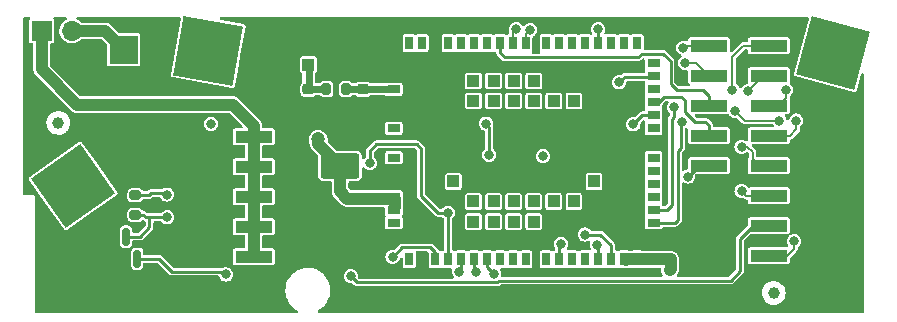
<source format=gbr>
%TF.GenerationSoftware,KiCad,Pcbnew,8.0.4*%
%TF.CreationDate,2024-09-18T09:12:31+01:00*%
%TF.ProjectId,BG95V4,42473935-5634-42e6-9b69-6361645f7063,rev?*%
%TF.SameCoordinates,Original*%
%TF.FileFunction,Copper,L4,Bot*%
%TF.FilePolarity,Positive*%
%FSLAX46Y46*%
G04 Gerber Fmt 4.6, Leading zero omitted, Abs format (unit mm)*
G04 Created by KiCad (PCBNEW 8.0.4) date 2024-09-18 09:12:31*
%MOMM*%
%LPD*%
G01*
G04 APERTURE LIST*
G04 Aperture macros list*
%AMRoundRect*
0 Rectangle with rounded corners*
0 $1 Rounding radius*
0 $2 $3 $4 $5 $6 $7 $8 $9 X,Y pos of 4 corners*
0 Add a 4 corners polygon primitive as box body*
4,1,4,$2,$3,$4,$5,$6,$7,$8,$9,$2,$3,0*
0 Add four circle primitives for the rounded corners*
1,1,$1+$1,$2,$3*
1,1,$1+$1,$4,$5*
1,1,$1+$1,$6,$7*
1,1,$1+$1,$8,$9*
0 Add four rect primitives between the rounded corners*
20,1,$1+$1,$2,$3,$4,$5,0*
20,1,$1+$1,$4,$5,$6,$7,0*
20,1,$1+$1,$6,$7,$8,$9,0*
20,1,$1+$1,$8,$9,$2,$3,0*%
%AMRotRect*
0 Rectangle, with rotation*
0 The origin of the aperture is its center*
0 $1 length*
0 $2 width*
0 $3 Rotation angle, in degrees counterclockwise*
0 Add horizontal line*
21,1,$1,$2,0,0,$3*%
G04 Aperture macros list end*
%TA.AperFunction,ComponentPad*%
%ADD10R,2.400000X2.400000*%
%TD*%
%TA.AperFunction,ComponentPad*%
%ADD11C,2.400000*%
%TD*%
%TA.AperFunction,ComponentPad*%
%ADD12R,1.700000X1.700000*%
%TD*%
%TA.AperFunction,ComponentPad*%
%ADD13O,1.700000X1.700000*%
%TD*%
%TA.AperFunction,SMDPad,CuDef*%
%ADD14R,0.700000X1.100000*%
%TD*%
%TA.AperFunction,SMDPad,CuDef*%
%ADD15R,1.100000X0.700000*%
%TD*%
%TA.AperFunction,SMDPad,CuDef*%
%ADD16R,1.000000X1.000000*%
%TD*%
%TA.AperFunction,SMDPad,CuDef*%
%ADD17RoundRect,0.250001X-1.399999X0.837499X-1.399999X-0.837499X1.399999X-0.837499X1.399999X0.837499X0*%
%TD*%
%TA.AperFunction,SMDPad,CuDef*%
%ADD18R,1.050000X2.200000*%
%TD*%
%TA.AperFunction,SMDPad,CuDef*%
%ADD19R,3.150000X1.000000*%
%TD*%
%TA.AperFunction,SMDPad,CuDef*%
%ADD20RotRect,5.100000X5.100000X170.000000*%
%TD*%
%TA.AperFunction,SMDPad,CuDef*%
%ADD21C,1.000000*%
%TD*%
%TA.AperFunction,SMDPad,CuDef*%
%ADD22RoundRect,0.200000X-0.200000X-0.275000X0.200000X-0.275000X0.200000X0.275000X-0.200000X0.275000X0*%
%TD*%
%TA.AperFunction,SMDPad,CuDef*%
%ADD23RoundRect,0.150000X0.150000X-0.587500X0.150000X0.587500X-0.150000X0.587500X-0.150000X-0.587500X0*%
%TD*%
%TA.AperFunction,SMDPad,CuDef*%
%ADD24RoundRect,0.225000X-0.250000X0.225000X-0.250000X-0.225000X0.250000X-0.225000X0.250000X0.225000X0*%
%TD*%
%TA.AperFunction,SMDPad,CuDef*%
%ADD25RotRect,5.100000X5.100000X165.000000*%
%TD*%
%TA.AperFunction,SMDPad,CuDef*%
%ADD26RotRect,5.100000X5.100000X125.000000*%
%TD*%
%TA.AperFunction,SMDPad,CuDef*%
%ADD27RoundRect,0.200000X-0.275000X0.200000X-0.275000X-0.200000X0.275000X-0.200000X0.275000X0.200000X0*%
%TD*%
%TA.AperFunction,ViaPad*%
%ADD28C,0.800000*%
%TD*%
%TA.AperFunction,ViaPad*%
%ADD29C,1.200000*%
%TD*%
%TA.AperFunction,Conductor*%
%ADD30C,0.250000*%
%TD*%
%TA.AperFunction,Conductor*%
%ADD31C,1.000000*%
%TD*%
%TA.AperFunction,Conductor*%
%ADD32C,0.200000*%
%TD*%
%TA.AperFunction,Conductor*%
%ADD33C,0.625000*%
%TD*%
G04 APERTURE END LIST*
D10*
%TO.P,BT1,1,+*%
%TO.N,/+3V6d*%
X11750000Y19500000D03*
D11*
%TO.P,BT1,2,-*%
%TO.N,GND*%
X11750000Y-1500000D03*
%TO.P,BT1,3,-*%
X15500000Y-1500000D03*
%TO.P,BT1,4,-*%
X8000000Y-1500000D03*
%TD*%
D12*
%TO.P,J1,1,Pin_1*%
%TO.N,/+3V6*%
X4800000Y21100000D03*
D13*
%TO.P,J1,2,Pin_2*%
%TO.N,/+3V6d*%
X7340000Y21100000D03*
%TD*%
D14*
%TO.P,U1,1,PSM_IND*%
%TO.N,unconnected-(U1-Pad1)*%
X35900000Y20050000D03*
%TO.P,U1,2,ADC1*%
%TO.N,unconnected-(U1-Pad2)*%
X37000000Y20050000D03*
%TO.P,U1,3,GND*%
%TO.N,GND*%
X38100000Y20050000D03*
%TO.P,U1,4,PCM_CLK*%
%TO.N,unconnected-(U1-Pad4)*%
X39200000Y20050000D03*
%TO.P,U1,5,PCM_SYNC*%
%TO.N,unconnected-(U1-Pad5)*%
X40300000Y20050000D03*
%TO.P,U1,6,PCM_IN*%
%TO.N,unconnected-(U1-Pad6)*%
X41400000Y20050000D03*
%TO.P,U1,7,PCM_OUT*%
%TO.N,unconnected-(U1-Pad7)*%
X42500000Y20050000D03*
%TO.P,U1,8,USB_VBUS*%
%TO.N,/Vbus*%
X43600000Y20050000D03*
%TO.P,U1,9,USB_DP*%
%TO.N,/D+*%
X44700000Y20050000D03*
%TO.P,U1,10,USB_DM*%
%TO.N,/D-*%
X45800000Y20050000D03*
%TO.P,U1,11,RESERVED*%
%TO.N,unconnected-(U1-Pad11)*%
X47500000Y20050000D03*
%TO.P,U1,12,RESERVED*%
X48600000Y20050000D03*
%TO.P,U1,13,RESERVED*%
X49700000Y20050000D03*
%TO.P,U1,14,RESERVED*%
X50800000Y20050000D03*
%TO.P,U1,15,PWRKEY*%
%TO.N,/PWRKEY*%
X51900000Y20050000D03*
%TO.P,U1,16,RESERVED*%
%TO.N,unconnected-(U1-Pad11)*%
X53000000Y20050000D03*
%TO.P,U1,17,~{RESET}*%
%TO.N,unconnected-(U1-Pad17)*%
X54100000Y20050000D03*
%TO.P,U1,18,W_DISABLE#*%
%TO.N,unconnected-(U1-Pad18)*%
X55200000Y20050000D03*
D15*
%TO.P,U1,19,AP_READY*%
%TO.N,unconnected-(U1-Pad19)*%
X56600000Y18350000D03*
%TO.P,U1,20,STATUS*%
%TO.N,/Status*%
X56600000Y17250000D03*
%TO.P,U1,21,NETLIGHT*%
%TO.N,unconnected-(U1-Pad21)*%
X56600000Y16150000D03*
%TO.P,U1,22,DBG_RXD*%
%TO.N,/R*%
X56600000Y15050000D03*
%TO.P,U1,23,DBG_TXD*%
%TO.N,/T*%
X56600000Y13950000D03*
%TO.P,U1,24,ADC0*%
%TO.N,unconnected-(U1-Pad24)*%
X56600000Y12850000D03*
%TO.P,U1,25,GPIO25*%
%TO.N,unconnected-(U1-Pad25)*%
X56600000Y10350000D03*
%TO.P,U1,26,GPIO26*%
%TO.N,unconnected-(U1-Pad26)*%
X56600000Y9250000D03*
%TO.P,U1,27,UART3_TXD*%
%TO.N,unconnected-(U1-Pad27)*%
X56600000Y8150000D03*
%TO.P,U1,28,UART3_RXD*%
%TO.N,unconnected-(U1-Pad28)*%
X56600000Y7050000D03*
%TO.P,U1,29,VDD_EXT*%
%TO.N,/VDD_EXT*%
X56600000Y5950000D03*
%TO.P,U1,30,DTR*%
%TO.N,/DTR*%
X56600000Y4850000D03*
%TO.P,U1,31,GND*%
%TO.N,GND*%
X56600000Y3750000D03*
D14*
%TO.P,U1,32,VBAT_BB*%
%TO.N,/VBAT*%
X55200000Y1750000D03*
%TO.P,U1,33,VBAT_BB*%
X54100000Y1750000D03*
%TO.P,U1,34,RXD*%
%TO.N,/RXD*%
X53000000Y1750000D03*
%TO.P,U1,35,TXD*%
%TO.N,/TXD*%
X51900000Y1750000D03*
%TO.P,U1,36,CTS*%
%TO.N,unconnected-(U1-Pad36)*%
X50800000Y1750000D03*
%TO.P,U1,37,RTS*%
%TO.N,unconnected-(U1-Pad37)*%
X49700000Y1750000D03*
%TO.P,U1,38,DCD*%
%TO.N,/DCD*%
X48600000Y1750000D03*
%TO.P,U1,39,RI*%
%TO.N,unconnected-(U1-Pad39)*%
X47500000Y1750000D03*
%TO.P,U1,40,I2C_SCL*%
%TO.N,unconnected-(U1-Pad40)*%
X45800000Y1750000D03*
%TO.P,U1,41,I2C_SDA*%
%TO.N,unconnected-(U1-Pad41)*%
X44700000Y1750000D03*
%TO.P,U1,42,USIM_PRESENCE*%
%TO.N,unconnected-(U1-Pad42)*%
X43600000Y1750000D03*
%TO.P,U1,43,USIM_VDD*%
%TO.N,/uVDD*%
X42500000Y1750000D03*
%TO.P,U1,44,USIM_RST*%
%TO.N,/uRST*%
X41400000Y1750000D03*
%TO.P,U1,45,USIM_DATA*%
%TO.N,/uData*%
X40300000Y1750000D03*
%TO.P,U1,46,USIM_CLK*%
%TO.N,/uCLK*%
X39200000Y1750000D03*
%TO.P,U1,47,USIM_GND*%
%TO.N,/uGND*%
X38100000Y1750000D03*
%TO.P,U1,48,GND*%
%TO.N,GND*%
X37000000Y1750000D03*
%TO.P,U1,49,ANT_GNSS*%
%TO.N,unconnected-(U1-Pad49)*%
X35900000Y1750000D03*
D15*
%TO.P,U1,50,GND*%
%TO.N,GND*%
X34600000Y3750000D03*
%TO.P,U1,51,RESERVED*%
%TO.N,unconnected-(U1-Pad11)*%
X34600000Y4850000D03*
%TO.P,U1,52,VBAT_RF*%
%TO.N,/VBAT*%
X34600000Y5950000D03*
%TO.P,U1,53,VBAT_RF*%
X34600000Y7050000D03*
%TO.P,U1,54,GND*%
%TO.N,GND*%
X34600000Y8150000D03*
%TO.P,U1,55,GND*%
X34600000Y9250000D03*
%TO.P,U1,56,RESERVED*%
%TO.N,unconnected-(U1-Pad11)*%
X34600000Y10350000D03*
%TO.P,U1,57,RESERVED*%
X34600000Y12850000D03*
%TO.P,U1,58,GND*%
%TO.N,GND*%
X34600000Y13950000D03*
%TO.P,U1,59,GND*%
X34600000Y15050000D03*
%TO.P,U1,60,ANT_MAIN*%
%TO.N,/RF_OUT*%
X34600000Y16150000D03*
%TO.P,U1,61,GND*%
%TO.N,GND*%
X34600000Y17250000D03*
%TO.P,U1,62,GND*%
X34600000Y18350000D03*
D16*
%TO.P,U1,63,RESERVED*%
%TO.N,unconnected-(U1-Pad11)*%
X41350000Y16850000D03*
%TO.P,U1,64,GPIO64*%
%TO.N,unconnected-(U1-Pad64)*%
X43050000Y16850000D03*
%TO.P,U1,65,GPIO65*%
%TO.N,unconnected-(U1-Pad65)*%
X44750000Y16850000D03*
%TO.P,U1,66,GPIO66*%
%TO.N,unconnected-(U1-Pad66)*%
X46450000Y16850000D03*
%TO.P,U1,67,GND*%
%TO.N,GND*%
X48150000Y16850000D03*
%TO.P,U1,68,GND*%
X49850000Y16850000D03*
%TO.P,U1,69,GND*%
X53250000Y13450000D03*
%TO.P,U1,70,GND*%
X53250000Y11750000D03*
%TO.P,U1,71,GND*%
X53250000Y10050000D03*
%TO.P,U1,72,GND*%
X53250000Y8350000D03*
%TO.P,U1,73,GND*%
X49850000Y4950000D03*
%TO.P,U1,74,GND*%
X48150000Y4950000D03*
%TO.P,U1,75,USB_BOOT*%
%TO.N,unconnected-(U1-Pad75)*%
X46450000Y4950000D03*
%TO.P,U1,76,RESERVED*%
%TO.N,unconnected-(U1-Pad11)*%
X44750000Y4950000D03*
%TO.P,U1,77,RESERVED*%
X43050000Y4950000D03*
%TO.P,U1,78,RESERVED*%
X41350000Y4950000D03*
%TO.P,U1,79,GND*%
%TO.N,GND*%
X37950000Y8350000D03*
%TO.P,U1,80,GND*%
X37950000Y10050000D03*
%TO.P,U1,81,GND*%
X37950000Y11750000D03*
%TO.P,U1,82,GND*%
X37950000Y13450000D03*
%TO.P,U1,83,RESERVED*%
%TO.N,unconnected-(U1-Pad11)*%
X41350000Y15150000D03*
%TO.P,U1,84,RESERVED*%
X43050000Y15150000D03*
%TO.P,U1,85,GPIO85*%
%TO.N,unconnected-(U1-Pad85)*%
X44750000Y15150000D03*
%TO.P,U1,86,GPIO86*%
%TO.N,unconnected-(U1-Pad86)*%
X46450000Y15150000D03*
%TO.P,U1,87,GPIO87*%
%TO.N,unconnected-(U1-Pad87)*%
X48150000Y15150000D03*
%TO.P,U1,88,GPIO88*%
%TO.N,unconnected-(U1-Pad88)*%
X49850000Y15150000D03*
%TO.P,U1,89,GND*%
%TO.N,GND*%
X51550000Y13450000D03*
%TO.P,U1,90,GND*%
X51550000Y11750000D03*
%TO.P,U1,91,GND*%
X51550000Y10050000D03*
%TO.P,U1,92,RESERVED*%
%TO.N,unconnected-(U1-Pad11)*%
X51550000Y8350000D03*
%TO.P,U1,93,RESERVED*%
X49850000Y6650000D03*
%TO.P,U1,94,RESERVED*%
X48150000Y6650000D03*
%TO.P,U1,95,RESERVED*%
X46450000Y6650000D03*
%TO.P,U1,96,RESERVED*%
X44750000Y6650000D03*
%TO.P,U1,97,RESERVED*%
X43050000Y6650000D03*
%TO.P,U1,98,RESERVED*%
X41350000Y6650000D03*
%TO.P,U1,99,RESERVED*%
X39650000Y8350000D03*
%TO.P,U1,100,GND*%
%TO.N,GND*%
X39650000Y10050000D03*
%TO.P,U1,101,GND*%
X39650000Y11750000D03*
%TO.P,U1,102,GND*%
X39650000Y13450000D03*
%TD*%
D17*
%TO.P,C5,1*%
%TO.N,/VBAT*%
X30060000Y9667500D03*
%TO.P,C5,2*%
%TO.N,GND*%
X30060000Y3292500D03*
%TD*%
D16*
%TO.P,J12,1,Pin_1*%
%TO.N,/RF_OUT1*%
X27381200Y18235800D03*
D18*
%TO.P,J12,2,Pin_2*%
%TO.N,GND*%
X28856200Y19735800D03*
D16*
X27381200Y21235800D03*
D18*
X25906200Y19735800D03*
%TD*%
D19*
%TO.P,J3,1,Pin_1*%
%TO.N,/uDTR*%
X66350000Y19840000D03*
%TO.P,J3,2,Pin_2*%
%TO.N,/uDCD*%
X66350000Y17300000D03*
%TO.P,J3,3,Pin_3*%
%TO.N,/uStatus*%
X66350000Y14760000D03*
%TO.P,J3,4,Pin_4*%
%TO.N,/uPWRKEY*%
X66350000Y12220000D03*
%TO.P,J3,5,Pin_5*%
%TO.N,/TxD*%
X66350000Y9680000D03*
%TO.P,J3,6,Pin_6*%
%TO.N,/RxD*%
X66350000Y7140000D03*
%TO.P,J3,7,Pin_7*%
%TO.N,/Alim*%
X66350000Y4600000D03*
%TO.P,J3,8,Pin_8*%
%TO.N,/+3V3_UC*%
X66350000Y2060000D03*
%TO.P,J3,9,Pin_9*%
%TO.N,/D-*%
X61300000Y19840000D03*
%TO.P,J3,10,Pin_10*%
%TO.N,/D+*%
X61300000Y17300000D03*
%TO.P,J3,11,Pin_11*%
%TO.N,/Vbus*%
X61300000Y14760000D03*
%TO.P,J3,12,Pin_12*%
%TO.N,/R*%
X61300000Y12220000D03*
%TO.P,J3,13,Pin_13*%
%TO.N,/T*%
X61300000Y9680000D03*
%TO.P,J3,14,Pin_14*%
%TO.N,GND*%
X61300000Y7140000D03*
%TO.P,J3,15,Pin_15*%
X61300000Y4600000D03*
%TO.P,J3,16,Pin_16*%
X61300000Y2060000D03*
%TD*%
D20*
%TO.P,J5,1,Pin_1*%
%TO.N,unconnected-(J5-Pad1)*%
X18897600Y19431000D03*
%TD*%
D21*
%TO.P,FID2,*%
%TO.N,*%
X66776600Y-1092200D03*
%TD*%
D22*
%TO.P,R4,1*%
%TO.N,/RF_OUT1*%
X28900000Y16150000D03*
%TO.P,R4,2*%
%TO.N,/RF_OUT*%
X30550000Y16150000D03*
%TD*%
D19*
%TO.P,J2,1,Pin_1*%
%TO.N,GND*%
X17700000Y1970000D03*
%TO.P,J2,2,Pin_2*%
X17700000Y4510000D03*
%TO.P,J2,3,Pin_3*%
X17700000Y7050000D03*
%TO.P,J2,4,Pin_4*%
X17700000Y9590000D03*
%TO.P,J2,5,Pin_5*%
X17700000Y12130000D03*
%TO.P,J2,6,Pin_6*%
%TO.N,/+3V6*%
X22750000Y1970000D03*
%TO.P,J2,7,Pin_7*%
X22750000Y4510000D03*
%TO.P,J2,8,Pin_8*%
X22750000Y7050000D03*
%TO.P,J2,9,Pin_9*%
X22750000Y9590000D03*
%TO.P,J2,10,Pin_10*%
X22750000Y12130000D03*
%TD*%
D23*
%TO.P,Q1,1,B*%
%TO.N,/Alim*%
X12888000Y1805700D03*
%TO.P,Q1,2,E*%
%TO.N,GND*%
X10988000Y1805700D03*
%TO.P,Q1,3,C*%
%TO.N,Net-(Q1-Pad3)*%
X11938000Y3680700D03*
%TD*%
D24*
%TO.P,C13,1*%
%TO.N,/RF_OUT1*%
X27375000Y16150000D03*
%TO.P,C13,2*%
%TO.N,GND*%
X27375000Y14600000D03*
%TD*%
D25*
%TO.P,J6,1,Pin_1*%
%TO.N,unconnected-(J6-Pad1)*%
X71805800Y19227800D03*
%TD*%
D26*
%TO.P,J4,1,Pin_1*%
%TO.N,unconnected-(J4-Pad1)*%
X7467600Y7950200D03*
%TD*%
D27*
%TO.P,R2,1*%
%TO.N,/+3V6d*%
X12725400Y7175000D03*
%TO.P,R2,2*%
%TO.N,Net-(Q1-Pad3)*%
X12725400Y5525000D03*
%TD*%
D21*
%TO.P,FID3,*%
%TO.N,*%
X6197600Y13309600D03*
%TD*%
D24*
%TO.P,C14,1*%
%TO.N,/RF_OUT*%
X32000000Y16150000D03*
%TO.P,C14,2*%
%TO.N,GND*%
X32000000Y14600000D03*
%TD*%
D28*
%TO.N,GND*%
X73533000Y13685394D03*
X31369000Y17399000D03*
X39370000Y16510000D03*
X73533000Y6065394D03*
X65913000Y21305394D03*
X73533000Y985394D03*
X73533000Y8605394D03*
X58432288Y3644211D03*
X48133000Y-1554606D03*
X15113000Y11145394D03*
X36195000Y13335000D03*
X70993000Y8605394D03*
X17653000Y-1554606D03*
X37973000Y-1554606D03*
X58293000Y-1554606D03*
X63373000Y21305394D03*
X44450000Y8890000D03*
X4749800Y15214600D03*
X35560000Y-1270000D03*
X30353000Y21305394D03*
X60147200Y10947400D03*
X73533000Y-1554606D03*
X41910000Y8890000D03*
X31496000Y13208000D03*
X18135600Y16179800D03*
X22733000Y16225394D03*
X20193000Y-1554606D03*
X7493000Y18765394D03*
X12573000Y11145394D03*
X70993000Y11145394D03*
X53213000Y-1554606D03*
X32893000Y13208000D03*
X60833000Y21305394D03*
X28575000Y13462000D03*
X55880000Y-1270000D03*
X36195000Y14478000D03*
X25273000Y985394D03*
X45720000Y-1270000D03*
X45593000Y3525394D03*
X12573000Y8605394D03*
X25908000Y14859000D03*
X22733000Y-1554606D03*
X15113000Y3525394D03*
X68453000Y21305394D03*
X10033000Y3525394D03*
X22707600Y21285200D03*
X32893000Y-1554606D03*
X25400000Y3810000D03*
X36195000Y16637000D03*
X32893000Y21305394D03*
X49430000Y13150000D03*
X36195000Y15494000D03*
X24511000Y14986000D03*
X22733000Y18765394D03*
X30353000Y-1554606D03*
X27051000Y13335000D03*
X11099800Y17170400D03*
X28829000Y14859000D03*
X14046200Y17170400D03*
X60833000Y-1554606D03*
X31089600Y19634200D03*
X70993000Y13685394D03*
X73533000Y11145394D03*
X70993000Y985394D03*
X68453000Y-1554606D03*
X63373000Y-1554606D03*
X54250000Y6740000D03*
X13106400Y13055600D03*
X10033000Y11145394D03*
X70993000Y3525394D03*
X20193000Y3525394D03*
X70993000Y-1554606D03*
X4953000Y11145394D03*
X73533000Y3525394D03*
X40640000Y-1270000D03*
X30607000Y14859000D03*
X50800000Y-1270000D03*
X7493000Y985394D03*
X43053000Y-1554606D03*
X9779000Y13055600D03*
X8331200Y17043400D03*
%TO.N,/uGND*%
X42675000Y10600000D03*
X34510000Y1960000D03*
X42400000Y13250000D03*
%TO.N,/uRST*%
X41540000Y719989D03*
%TO.N,/uCLK*%
X32580000Y9900000D03*
X39200000Y5700000D03*
%TO.N,/uData*%
X40130000Y720000D03*
%TO.N,/uVDD*%
X43070000Y530000D03*
%TO.N,/VBAT*%
X57960000Y830000D03*
X47233980Y10491020D03*
D29*
X28200000Y11900000D03*
D28*
%TO.N,/uStatus*%
X67825000Y16100000D03*
%TO.N,/uPWRKEY*%
X68675000Y13500000D03*
%TO.N,/uDTR*%
X63275000Y16125000D03*
%TO.N,/TxD*%
X64050000Y11275000D03*
%TO.N,/RxD*%
X64050000Y7550000D03*
%TO.N,/uDCD*%
X64625000Y16025000D03*
%TO.N,Net-(Q1-Pad3)*%
X15417800Y5308600D03*
%TO.N,/RXD*%
X50775000Y3850000D03*
%TO.N,/TXD*%
X51800000Y2950000D03*
%TO.N,/VDD_EXT*%
X58350000Y14625000D03*
%TO.N,/DTR*%
X58975000Y13350000D03*
%TO.N,/DCD*%
X48768000Y3048000D03*
%TO.N,/PWRKEY*%
X51917600Y21234400D03*
%TO.N,/Status*%
X53695600Y16738600D03*
%TO.N,/Alim*%
X20400000Y475000D03*
X30962600Y330200D03*
%TO.N,/+3V6d*%
X19126200Y13233400D03*
X15392400Y7239000D03*
%TO.N,/+3V3_UC*%
X68500000Y3275000D03*
X67250000Y13500000D03*
X63525000Y14300000D03*
%TO.N,/T*%
X59512200Y8763000D03*
X54889400Y13182600D03*
%TO.N,/D+*%
X59283600Y18389600D03*
X44983400Y21234400D03*
%TO.N,/D-*%
X46151800Y21183600D03*
X59125498Y19659600D03*
%TD*%
D30*
%TO.N,/uGND*%
X42675000Y12975000D02*
X42400000Y13250000D01*
X35310000Y2760000D02*
X37690000Y2760000D01*
X38100000Y2350000D02*
X38100000Y1750000D01*
X42675000Y10600000D02*
X42675000Y12975000D01*
X34510000Y1960000D02*
X35310000Y2760000D01*
X37690000Y2760000D02*
X38100000Y2350000D01*
%TO.N,/uRST*%
X41400000Y670000D02*
X41449989Y719989D01*
X41400000Y1750000D02*
X41400000Y670000D01*
X41449989Y719989D02*
X41540000Y719989D01*
%TO.N,/uCLK*%
X36910000Y7140000D02*
X38350000Y5700000D01*
X36530000Y11500000D02*
X36910000Y11120000D01*
X32580000Y9900000D02*
X32580000Y10940000D01*
X32580000Y10940000D02*
X33140000Y11500000D01*
X33140000Y11500000D02*
X36530000Y11500000D01*
X36910000Y11120000D02*
X36910000Y7140000D01*
X39200000Y1900000D02*
X39300000Y1800000D01*
X39200000Y5700000D02*
X39200000Y1900000D01*
X38350000Y5700000D02*
X39200000Y5700000D01*
%TO.N,/uData*%
X40300000Y1750000D02*
X40300000Y890000D01*
X40300000Y890000D02*
X40130000Y720000D01*
%TO.N,/uVDD*%
X42500000Y1750000D02*
X42500000Y1100000D01*
X42500000Y1100000D02*
X43070000Y530000D01*
D31*
%TO.N,/VBAT*%
X54350000Y1750000D02*
X54300000Y1700000D01*
X30060000Y7520000D02*
X30060000Y9667500D01*
X30680001Y6899999D02*
X30060000Y7520000D01*
X28200000Y11900000D02*
X28200000Y11527500D01*
X55200000Y1750000D02*
X54350000Y1750000D01*
X34700000Y6200000D02*
X34700000Y6899999D01*
X34700000Y6899999D02*
X30680001Y6899999D01*
X28200000Y11527500D02*
X30060000Y9667500D01*
X55200000Y1750000D02*
X58050000Y1750000D01*
X58050000Y1750000D02*
X58050000Y920000D01*
X58050000Y920000D02*
X57960000Y830000D01*
D32*
%TO.N,/uStatus*%
X67210000Y14760000D02*
X67825000Y15375000D01*
X67825000Y15375000D02*
X67825000Y16100000D01*
X66350000Y14760000D02*
X67210000Y14760000D01*
%TO.N,/uPWRKEY*%
X68700000Y13475000D02*
X68675000Y13500000D01*
X66350000Y12220000D02*
X68170000Y12220000D01*
X68700000Y12750000D02*
X68700000Y13475000D01*
X68170000Y12220000D02*
X68700000Y12750000D01*
D31*
%TO.N,/+3V6*%
X22750000Y2005000D02*
X22750000Y12130000D01*
X4800000Y17831400D02*
X4800000Y21100000D01*
X22750000Y12130000D02*
X22750000Y13075000D01*
X7772400Y14859000D02*
X4800000Y17831400D01*
X20966000Y14859000D02*
X7772400Y14859000D01*
X22750000Y13075000D02*
X20966000Y14859000D01*
D32*
%TO.N,/uDTR*%
X64215000Y19840000D02*
X66350000Y19840000D01*
X63275000Y16125000D02*
X63275000Y18900000D01*
X63275000Y18900000D02*
X64215000Y19840000D01*
%TO.N,/TxD*%
X65000000Y10225000D02*
X65000000Y10825000D01*
X64550000Y11275000D02*
X64050000Y11275000D01*
X65000000Y10825000D02*
X64550000Y11275000D01*
X65545000Y9680000D02*
X65000000Y10225000D01*
X66350000Y9680000D02*
X65545000Y9680000D01*
%TO.N,/RxD*%
X64460000Y7140000D02*
X64050000Y7550000D01*
X66350000Y7140000D02*
X64460000Y7140000D01*
%TO.N,/uDCD*%
X65900000Y17300000D02*
X66350000Y17300000D01*
X64625000Y16025000D02*
X65900000Y17300000D01*
D33*
%TO.N,/RF_OUT*%
X32000000Y16150000D02*
X30550000Y16150000D01*
X34600000Y16150000D02*
X32000000Y16150000D01*
D30*
%TO.N,Net-(Q1-Pad3)*%
X11938000Y3680700D02*
X13129500Y3680700D01*
X13614400Y5308600D02*
X13919200Y5308600D01*
X13919200Y4470400D02*
X13919200Y5308600D01*
X12725400Y5525000D02*
X13398000Y5525000D01*
X13398000Y5525000D02*
X13614400Y5308600D01*
X13129500Y3680700D02*
X13919200Y4470400D01*
X13919200Y5308600D02*
X15417800Y5308600D01*
%TO.N,/RXD*%
X53000000Y1750000D02*
X53000000Y2950000D01*
X53000000Y2950000D02*
X52100000Y3850000D01*
X52100000Y3850000D02*
X50775000Y3850000D01*
%TO.N,/TXD*%
X51900000Y2850000D02*
X51800000Y2950000D01*
X51900000Y1750000D02*
X51900000Y2850000D01*
%TO.N,/VDD_EXT*%
X58166000Y6350000D02*
X57766000Y5950000D01*
X57766000Y5950000D02*
X56600000Y5950000D01*
X58350000Y13825000D02*
X58166001Y13641001D01*
X58166001Y13641001D02*
X58166000Y6350000D01*
X58350000Y14625000D02*
X58350000Y13825000D01*
%TO.N,/DTR*%
X58928000Y13303000D02*
X58928000Y11176000D01*
X58674000Y10922000D02*
X58674000Y5080000D01*
X58674000Y5080000D02*
X58444000Y4850000D01*
X58444000Y4850000D02*
X56600000Y4850000D01*
X58928000Y11176000D02*
X58674000Y10922000D01*
X58975000Y13350000D02*
X58928000Y13303000D01*
%TO.N,/DCD*%
X48600000Y2880000D02*
X48768000Y3048000D01*
X48600000Y1750000D02*
X48600000Y2880000D01*
%TO.N,/PWRKEY*%
X51900000Y21216800D02*
X51917600Y21234400D01*
X51900000Y20050000D02*
X51900000Y21216800D01*
%TO.N,/Status*%
X54157000Y17200000D02*
X53695600Y16738600D01*
X56600000Y17200000D02*
X54157000Y17200000D01*
%TO.N,/Alim*%
X20163800Y711200D02*
X20400000Y475000D01*
X43525000Y-50000D02*
X43375000Y-200000D01*
X65050000Y4600000D02*
X63900000Y3450000D01*
X63900000Y3450000D02*
X63900000Y725000D01*
X43375000Y-200000D02*
X34312200Y-200000D01*
X31492800Y-200000D02*
X30962600Y330200D01*
X14755100Y1805700D02*
X15849600Y711200D01*
X63900000Y725000D02*
X63125000Y-50000D01*
X12888000Y1805700D02*
X14755100Y1805700D01*
X63125000Y-50000D02*
X43525000Y-50000D01*
X15849600Y711200D02*
X20163800Y711200D01*
X66350000Y4600000D02*
X65050000Y4600000D01*
X34312200Y-200000D02*
X31492800Y-200000D01*
%TO.N,/+3V6d*%
X15265400Y7366000D02*
X15392400Y7239000D01*
D31*
X10150000Y21100000D02*
X7340000Y21100000D01*
X11750000Y19500000D02*
X10150000Y21100000D01*
D30*
X13893800Y7188200D02*
X14071600Y7366000D01*
X14071600Y7366000D02*
X15265400Y7366000D01*
X13880600Y7175000D02*
X14071600Y7366000D01*
X12725400Y7175000D02*
X13880600Y7175000D01*
D32*
%TO.N,/+3V3_UC*%
X64325000Y13500000D02*
X67250000Y13500000D01*
X68500000Y2650000D02*
X68500000Y3275000D01*
X66350000Y2060000D02*
X67910000Y2060000D01*
X63525000Y14300000D02*
X64325000Y13500000D01*
X67910000Y2060000D02*
X68500000Y2650000D01*
D33*
%TO.N,/RF_OUT1*%
X27388200Y18228800D02*
X27388200Y16163200D01*
X28900000Y16150000D02*
X27375000Y16150000D01*
X27388200Y16163200D02*
X27375000Y16150000D01*
D30*
%TO.N,/T*%
X55656800Y13950000D02*
X56600000Y13950000D01*
X54889400Y13182600D02*
X55656800Y13950000D01*
X61300000Y9680000D02*
X60429200Y9680000D01*
X60429200Y9680000D02*
X59512200Y8763000D01*
%TO.N,/R*%
X58953400Y15494000D02*
X59143900Y15303500D01*
X59258200Y14249400D02*
X59258200Y15189200D01*
X59258200Y15189200D02*
X59143900Y15303500D01*
X57505600Y15494000D02*
X58953400Y15494000D01*
X61300000Y13096600D02*
X60985400Y13411200D01*
X61300000Y12220000D02*
X61300000Y13096600D01*
X60096400Y13411200D02*
X59258200Y14249400D01*
X56600000Y15050000D02*
X57061600Y15050000D01*
X57061600Y15050000D02*
X57505600Y15494000D01*
X60985400Y13411200D02*
X60096400Y13411200D01*
D32*
%TO.N,/D+*%
X59283600Y18389600D02*
X60210400Y18389600D01*
X44700000Y20951000D02*
X44983400Y21234400D01*
X60210400Y18389600D02*
X61300000Y17300000D01*
X44700000Y20050000D02*
X44700000Y20951000D01*
%TO.N,/D-*%
X59305898Y19840000D02*
X61300000Y19840000D01*
X59125498Y19659600D02*
X59305898Y19840000D01*
X45800000Y20831800D02*
X46151800Y21183600D01*
X45800000Y20050000D02*
X45800000Y20831800D01*
D30*
%TO.N,/Vbus*%
X58547000Y16078200D02*
X60223400Y16078200D01*
X58039000Y18542000D02*
X58039000Y16586200D01*
X60248800Y16103600D02*
X60756800Y16103600D01*
X57404000Y19177000D02*
X58039000Y18542000D01*
X55600600Y19177000D02*
X57404000Y19177000D01*
X61300000Y15560400D02*
X61300000Y14760000D01*
X43600000Y20050000D02*
X43600000Y19250000D01*
X43600000Y19250000D02*
X44003200Y18846800D01*
X44003200Y18846800D02*
X55270400Y18846800D01*
X55270400Y18846800D02*
X55600600Y19177000D01*
X60223400Y16078200D02*
X60248800Y16103600D01*
X58039000Y16586200D02*
X58547000Y16078200D01*
X60756800Y16103600D02*
X61300000Y15560400D01*
%TD*%
%TA.AperFunction,Conductor*%
%TO.N,GND*%
G36*
X3764691Y22264398D02*
G01*
X3811184Y22210742D01*
X3821288Y22140468D01*
X3801335Y22088398D01*
X3768027Y22038550D01*
X3768025Y22038546D01*
X3761133Y22028231D01*
X3749500Y21969748D01*
X3749500Y20230252D01*
X3750707Y20224184D01*
X3754331Y20205967D01*
X3761133Y20171769D01*
X3805448Y20105448D01*
X3871769Y20061133D01*
X3883938Y20058712D01*
X3883939Y20058712D01*
X3924184Y20050707D01*
X3930252Y20049500D01*
X3973500Y20049500D01*
X4041621Y20029498D01*
X4088114Y19975842D01*
X4099500Y19923500D01*
X4099500Y17860041D01*
X4099208Y17851471D01*
X4096010Y17804556D01*
X4095322Y17794470D01*
X4096627Y17786994D01*
X4096627Y17786991D01*
X4106178Y17732268D01*
X4107141Y17725742D01*
X4114724Y17663080D01*
X4117409Y17655973D01*
X4118218Y17652680D01*
X4122177Y17638209D01*
X4123166Y17634933D01*
X4124473Y17627446D01*
X4127528Y17620487D01*
X4127528Y17620486D01*
X4149847Y17569640D01*
X4152339Y17563534D01*
X4169873Y17517133D01*
X4174655Y17504477D01*
X4178954Y17498222D01*
X4180535Y17495197D01*
X4187825Y17482101D01*
X4189566Y17479157D01*
X4192621Y17472198D01*
X4197246Y17466170D01*
X4197247Y17466169D01*
X4231042Y17422127D01*
X4234919Y17416791D01*
X4266381Y17371014D01*
X4266386Y17371008D01*
X4270688Y17364749D01*
X4304956Y17334217D01*
X4316657Y17323792D01*
X4321933Y17318811D01*
X7256811Y14383933D01*
X7262664Y14377668D01*
X7300231Y14334604D01*
X7306442Y14330239D01*
X7306445Y14330236D01*
X7351893Y14298295D01*
X7357188Y14294362D01*
X7406857Y14255417D01*
X7413784Y14252289D01*
X7416715Y14250514D01*
X7429718Y14243097D01*
X7432732Y14241481D01*
X7438947Y14237113D01*
X7446023Y14234354D01*
X7446027Y14234352D01*
X7497764Y14214181D01*
X7503845Y14211625D01*
X7525348Y14201916D01*
X7561384Y14185645D01*
X7568850Y14184261D01*
X7572099Y14183243D01*
X7586564Y14179123D01*
X7589837Y14178283D01*
X7596913Y14175524D01*
X7637994Y14170116D01*
X7659506Y14167284D01*
X7666023Y14166252D01*
X7706840Y14158687D01*
X7728092Y14154748D01*
X7735672Y14155185D01*
X7735673Y14155185D01*
X7789538Y14158291D01*
X7796791Y14158500D01*
X20623654Y14158500D01*
X20691775Y14138498D01*
X20712749Y14121595D01*
X21788748Y13045595D01*
X21822774Y12983283D01*
X21817709Y12912467D01*
X21775162Y12855632D01*
X21708642Y12830821D01*
X21699653Y12830500D01*
X21155252Y12830500D01*
X21149184Y12829293D01*
X21108939Y12821288D01*
X21108938Y12821288D01*
X21096769Y12818867D01*
X21086453Y12811974D01*
X21069079Y12800365D01*
X21030448Y12774552D01*
X20986133Y12708231D01*
X20974500Y12649748D01*
X20974500Y11610252D01*
X20975707Y11604184D01*
X20982794Y11568557D01*
X20986133Y11551769D01*
X21030448Y11485448D01*
X21096769Y11441133D01*
X21108938Y11438712D01*
X21108939Y11438712D01*
X21143880Y11431762D01*
X21155252Y11429500D01*
X21923500Y11429500D01*
X21991621Y11409498D01*
X22038114Y11355842D01*
X22049500Y11303500D01*
X22049500Y10416500D01*
X22029498Y10348379D01*
X21975842Y10301886D01*
X21923500Y10290500D01*
X21155252Y10290500D01*
X21149184Y10289293D01*
X21108939Y10281288D01*
X21108938Y10281288D01*
X21096769Y10278867D01*
X21030448Y10234552D01*
X20986133Y10168231D01*
X20974500Y10109748D01*
X20974500Y9070252D01*
X20975707Y9064184D01*
X20982794Y9028557D01*
X20986133Y9011769D01*
X21030448Y8945448D01*
X21096769Y8901133D01*
X21108938Y8898712D01*
X21108939Y8898712D01*
X21145469Y8891446D01*
X21155252Y8889500D01*
X21923500Y8889500D01*
X21991621Y8869498D01*
X22038114Y8815842D01*
X22049500Y8763500D01*
X22049500Y7876500D01*
X22029498Y7808379D01*
X21975842Y7761886D01*
X21923500Y7750500D01*
X21155252Y7750500D01*
X21149184Y7749293D01*
X21108939Y7741288D01*
X21108938Y7741288D01*
X21096769Y7738867D01*
X21030448Y7694552D01*
X21023557Y7684239D01*
X21007853Y7660736D01*
X20986133Y7628231D01*
X20983712Y7616062D01*
X20983712Y7616061D01*
X20978594Y7590330D01*
X20974500Y7569748D01*
X20974500Y6530252D01*
X20975707Y6524184D01*
X20983536Y6484827D01*
X20986133Y6471769D01*
X21030448Y6405448D01*
X21096769Y6361133D01*
X21108938Y6358712D01*
X21108939Y6358712D01*
X21149184Y6350707D01*
X21155252Y6349500D01*
X21923500Y6349500D01*
X21991621Y6329498D01*
X22038114Y6275842D01*
X22049500Y6223500D01*
X22049500Y5336500D01*
X22029498Y5268379D01*
X21975842Y5221886D01*
X21923500Y5210500D01*
X21155252Y5210500D01*
X21149184Y5209293D01*
X21108939Y5201288D01*
X21108938Y5201288D01*
X21096769Y5198867D01*
X21030448Y5154552D01*
X20986133Y5088231D01*
X20983712Y5076062D01*
X20983712Y5076061D01*
X20979604Y5055406D01*
X20974500Y5029748D01*
X20974500Y3990252D01*
X20986133Y3931769D01*
X21030448Y3865448D01*
X21096769Y3821133D01*
X21108938Y3818712D01*
X21108939Y3818712D01*
X21149184Y3810707D01*
X21155252Y3809500D01*
X21923500Y3809500D01*
X21991621Y3789498D01*
X22038114Y3735842D01*
X22049500Y3683500D01*
X22049500Y2796500D01*
X22029498Y2728379D01*
X21975842Y2681886D01*
X21923500Y2670500D01*
X21155252Y2670500D01*
X21149184Y2669293D01*
X21108939Y2661288D01*
X21108938Y2661288D01*
X21096769Y2658867D01*
X21030448Y2614552D01*
X20986133Y2548231D01*
X20983712Y2536062D01*
X20983712Y2536061D01*
X20978971Y2512227D01*
X20974500Y2489748D01*
X20974500Y1450252D01*
X20975707Y1444184D01*
X20982794Y1408557D01*
X20986133Y1391769D01*
X21030448Y1325448D01*
X21096769Y1281133D01*
X21108938Y1278712D01*
X21108939Y1278712D01*
X21149184Y1270707D01*
X21155252Y1269500D01*
X24344748Y1269500D01*
X24350816Y1270707D01*
X24391061Y1278712D01*
X24391062Y1278712D01*
X24403231Y1281133D01*
X24469552Y1325448D01*
X24513867Y1391769D01*
X24517207Y1408557D01*
X24524293Y1444184D01*
X24525500Y1450252D01*
X24525500Y2489748D01*
X24521029Y2512227D01*
X24516288Y2536061D01*
X24516288Y2536062D01*
X24513867Y2548231D01*
X24469552Y2614552D01*
X24403231Y2658867D01*
X24391062Y2661288D01*
X24391061Y2661288D01*
X24350816Y2669293D01*
X24344748Y2670500D01*
X23576500Y2670500D01*
X23508379Y2690502D01*
X23461886Y2744158D01*
X23450500Y2796500D01*
X23450500Y3683500D01*
X23470502Y3751621D01*
X23524158Y3798114D01*
X23576500Y3809500D01*
X24344748Y3809500D01*
X24350816Y3810707D01*
X24391061Y3818712D01*
X24391062Y3818712D01*
X24403231Y3821133D01*
X24469552Y3865448D01*
X24513867Y3931769D01*
X24525500Y3990252D01*
X24525500Y5029748D01*
X24520396Y5055406D01*
X24516288Y5076061D01*
X24516288Y5076062D01*
X24513867Y5088231D01*
X24469552Y5154552D01*
X24403231Y5198867D01*
X24391062Y5201288D01*
X24391061Y5201288D01*
X24350816Y5209293D01*
X24344748Y5210500D01*
X23576500Y5210500D01*
X23508379Y5230502D01*
X23461886Y5284158D01*
X23450500Y5336500D01*
X23450500Y6223500D01*
X23470502Y6291621D01*
X23524158Y6338114D01*
X23576500Y6349500D01*
X24344748Y6349500D01*
X24350816Y6350707D01*
X24391061Y6358712D01*
X24391062Y6358712D01*
X24403231Y6361133D01*
X24469552Y6405448D01*
X24513867Y6471769D01*
X24516465Y6484827D01*
X24524293Y6524184D01*
X24525500Y6530252D01*
X24525500Y7569748D01*
X24521406Y7590330D01*
X24516288Y7616061D01*
X24516288Y7616062D01*
X24513867Y7628231D01*
X24492148Y7660736D01*
X24476443Y7684239D01*
X24469552Y7694552D01*
X24403231Y7738867D01*
X24391062Y7741288D01*
X24391061Y7741288D01*
X24350816Y7749293D01*
X24344748Y7750500D01*
X23576500Y7750500D01*
X23508379Y7770502D01*
X23461886Y7824158D01*
X23450500Y7876500D01*
X23450500Y8763500D01*
X23470502Y8831621D01*
X23524158Y8878114D01*
X23576500Y8889500D01*
X24344748Y8889500D01*
X24354531Y8891446D01*
X24391061Y8898712D01*
X24391062Y8898712D01*
X24403231Y8901133D01*
X24469552Y8945448D01*
X24513867Y9011769D01*
X24517207Y9028557D01*
X24524293Y9064184D01*
X24525500Y9070252D01*
X24525500Y10109748D01*
X24513867Y10168231D01*
X24469552Y10234552D01*
X24403231Y10278867D01*
X24391062Y10281288D01*
X24391061Y10281288D01*
X24350816Y10289293D01*
X24344748Y10290500D01*
X23576500Y10290500D01*
X23508379Y10310502D01*
X23461886Y10364158D01*
X23450500Y10416500D01*
X23450500Y11303500D01*
X23470502Y11371621D01*
X23524158Y11418114D01*
X23576500Y11429500D01*
X24344748Y11429500D01*
X24356120Y11431762D01*
X24391061Y11438712D01*
X24391062Y11438712D01*
X24403231Y11441133D01*
X24469552Y11485448D01*
X24513867Y11551769D01*
X24517207Y11568557D01*
X24524293Y11604184D01*
X24525500Y11610252D01*
X24525500Y11911247D01*
X27394514Y11911247D01*
X27395201Y11904240D01*
X27395201Y11904237D01*
X27399844Y11856884D01*
X27412039Y11732514D01*
X27414262Y11725832D01*
X27414262Y11725831D01*
X27417461Y11716215D01*
X27468726Y11562104D01*
X27478343Y11546223D01*
X27495348Y11490949D01*
X27495322Y11490570D01*
X27496629Y11483082D01*
X27506178Y11428368D01*
X27507141Y11421842D01*
X27514724Y11359180D01*
X27517409Y11352073D01*
X27518218Y11348780D01*
X27522177Y11334309D01*
X27523166Y11331033D01*
X27524473Y11323546D01*
X27527528Y11316587D01*
X27527528Y11316586D01*
X27549847Y11265740D01*
X27552339Y11259634D01*
X27566487Y11222194D01*
X27574655Y11200577D01*
X27578954Y11194322D01*
X27580535Y11191297D01*
X27587825Y11178201D01*
X27589566Y11175257D01*
X27592621Y11168298D01*
X27597246Y11162270D01*
X27597247Y11162269D01*
X27631042Y11118227D01*
X27634919Y11112891D01*
X27666381Y11067114D01*
X27666386Y11067108D01*
X27670688Y11060849D01*
X27707240Y11028282D01*
X27716657Y11019892D01*
X27721933Y11014911D01*
X28172595Y10564249D01*
X28206621Y10501937D01*
X28209500Y10475154D01*
X28209501Y8776168D01*
X28209780Y8773219D01*
X28209780Y8773213D01*
X28210698Y8763500D01*
X28212481Y8744632D01*
X28215024Y8737391D01*
X28215024Y8737390D01*
X28252738Y8629997D01*
X28257366Y8616817D01*
X28337850Y8507850D01*
X28446817Y8427366D01*
X28455704Y8424245D01*
X28455706Y8424244D01*
X28554000Y8389726D01*
X28574632Y8382481D01*
X28582278Y8381758D01*
X28582279Y8381758D01*
X28588249Y8381194D01*
X28606167Y8379500D01*
X29233500Y8379500D01*
X29301621Y8359498D01*
X29348114Y8305842D01*
X29359500Y8253500D01*
X29359500Y7548641D01*
X29359208Y7540071D01*
X29356707Y7503380D01*
X29355322Y7483070D01*
X29356627Y7475594D01*
X29356627Y7475591D01*
X29366178Y7420868D01*
X29367141Y7414342D01*
X29370618Y7385609D01*
X29374724Y7351680D01*
X29377409Y7344573D01*
X29378218Y7341280D01*
X29382177Y7326809D01*
X29383166Y7323533D01*
X29384473Y7316046D01*
X29387528Y7309087D01*
X29387528Y7309086D01*
X29409847Y7258240D01*
X29412339Y7252134D01*
X29416695Y7240608D01*
X29434655Y7193077D01*
X29438954Y7186822D01*
X29440535Y7183797D01*
X29447825Y7170701D01*
X29449566Y7167757D01*
X29452621Y7160798D01*
X29457246Y7154770D01*
X29457247Y7154769D01*
X29491042Y7110727D01*
X29494919Y7105391D01*
X29526381Y7059614D01*
X29526386Y7059608D01*
X29530688Y7053349D01*
X29565532Y7022304D01*
X29576648Y7012400D01*
X29581925Y7007419D01*
X30164425Y6424918D01*
X30170278Y6418652D01*
X30207832Y6375603D01*
X30259474Y6339309D01*
X30264759Y6335383D01*
X30308477Y6301104D01*
X30308481Y6301102D01*
X30314458Y6296415D01*
X30321381Y6293289D01*
X30324329Y6291504D01*
X30337289Y6284112D01*
X30340335Y6282479D01*
X30346548Y6278112D01*
X30405367Y6255179D01*
X30411446Y6252624D01*
X30468985Y6226644D01*
X30476456Y6225259D01*
X30479724Y6224235D01*
X30494165Y6220122D01*
X30497438Y6219282D01*
X30504514Y6216523D01*
X30549184Y6210643D01*
X30567107Y6208283D01*
X30573624Y6207251D01*
X30615036Y6199576D01*
X30635693Y6195747D01*
X30643273Y6196184D01*
X30643274Y6196184D01*
X30697145Y6199290D01*
X30704397Y6199499D01*
X33723500Y6199499D01*
X33791621Y6179497D01*
X33838114Y6125841D01*
X33849500Y6073499D01*
X33849500Y5580252D01*
X33850707Y5574184D01*
X33857796Y5538547D01*
X33861133Y5521769D01*
X33868027Y5511452D01*
X33868028Y5511449D01*
X33895722Y5470003D01*
X33916938Y5402251D01*
X33895722Y5329997D01*
X33868028Y5288551D01*
X33868027Y5288548D01*
X33861133Y5278231D01*
X33858712Y5266062D01*
X33858712Y5266061D01*
X33855350Y5249158D01*
X33849500Y5219748D01*
X33849500Y4480252D01*
X33850707Y4474184D01*
X33856432Y4445405D01*
X33861133Y4421769D01*
X33905448Y4355448D01*
X33971769Y4311133D01*
X33983938Y4308712D01*
X33983939Y4308712D01*
X34024184Y4300707D01*
X34030252Y4299500D01*
X35169748Y4299500D01*
X35175816Y4300707D01*
X35216061Y4308712D01*
X35216062Y4308712D01*
X35228231Y4311133D01*
X35294552Y4355448D01*
X35338867Y4421769D01*
X35343569Y4445405D01*
X35349293Y4474184D01*
X35350500Y4480252D01*
X35350500Y5219748D01*
X35344650Y5249158D01*
X35341288Y5266061D01*
X35341288Y5266062D01*
X35338867Y5278231D01*
X35331973Y5288548D01*
X35331972Y5288551D01*
X35304278Y5329997D01*
X35283062Y5397749D01*
X35304278Y5470003D01*
X35331972Y5511449D01*
X35331973Y5511452D01*
X35338867Y5521769D01*
X35342205Y5538547D01*
X35349293Y5574184D01*
X35350500Y5580252D01*
X35350500Y5916241D01*
X35359107Y5962011D01*
X35362360Y5970353D01*
X35383476Y6024513D01*
X35388465Y6062405D01*
X35399962Y6149739D01*
X35399962Y6149740D01*
X35400500Y6153826D01*
X35400500Y6891280D01*
X35400502Y6891940D01*
X35400606Y6911859D01*
X35400969Y6981104D01*
X35393039Y7014134D01*
X35392303Y7017202D01*
X35389735Y7031476D01*
X35386189Y7060777D01*
X35386189Y7060779D01*
X35385276Y7068319D01*
X35382590Y7075428D01*
X35373692Y7098977D01*
X35369040Y7114098D01*
X35363163Y7138576D01*
X35363161Y7138580D01*
X35361388Y7145967D01*
X35358299Y7151952D01*
X35350500Y7195298D01*
X35350500Y7419748D01*
X35338867Y7478231D01*
X35294552Y7544552D01*
X35228231Y7588867D01*
X35216062Y7591288D01*
X35216061Y7591288D01*
X35175816Y7599293D01*
X35169748Y7600500D01*
X34708528Y7600500D01*
X34707868Y7600502D01*
X34618895Y7600968D01*
X34617394Y7600608D01*
X34615528Y7600500D01*
X34030252Y7600500D01*
X34030249Y7600499D01*
X31022348Y7600499D01*
X30954227Y7620501D01*
X30933252Y7637404D01*
X30797404Y7773253D01*
X30763379Y7835565D01*
X30760500Y7862348D01*
X30760500Y8253501D01*
X30780502Y8321622D01*
X30834158Y8368115D01*
X30886500Y8379501D01*
X31513832Y8379501D01*
X31516782Y8379780D01*
X31516787Y8379780D01*
X31527406Y8380784D01*
X31545368Y8382481D01*
X31552609Y8385024D01*
X31552610Y8385024D01*
X31664294Y8424244D01*
X31664296Y8424245D01*
X31673183Y8427366D01*
X31782150Y8507850D01*
X31862634Y8616817D01*
X31867263Y8629997D01*
X31904974Y8737385D01*
X31907519Y8744632D01*
X31910500Y8776167D01*
X31910500Y9414895D01*
X31930502Y9483016D01*
X31984158Y9529509D01*
X32054432Y9539613D01*
X32119012Y9510119D01*
X32136463Y9491598D01*
X32146692Y9478267D01*
X32146695Y9478264D01*
X32151718Y9471718D01*
X32277159Y9375464D01*
X32423238Y9314956D01*
X32580000Y9294318D01*
X32588188Y9295396D01*
X32728574Y9313878D01*
X32736762Y9314956D01*
X32882841Y9375464D01*
X33008282Y9471718D01*
X33104536Y9597159D01*
X33165044Y9743238D01*
X33173983Y9811133D01*
X33184604Y9891812D01*
X33185682Y9900000D01*
X33175117Y9980252D01*
X33849500Y9980252D01*
X33861133Y9921769D01*
X33905448Y9855448D01*
X33971769Y9811133D01*
X33983938Y9808712D01*
X33983939Y9808712D01*
X34016422Y9802251D01*
X34030252Y9799500D01*
X35169748Y9799500D01*
X35183578Y9802251D01*
X35216061Y9808712D01*
X35216062Y9808712D01*
X35228231Y9811133D01*
X35294552Y9855448D01*
X35338867Y9921769D01*
X35350500Y9980252D01*
X35350500Y10719748D01*
X35343390Y10755494D01*
X35341288Y10766061D01*
X35341288Y10766062D01*
X35338867Y10778231D01*
X35294552Y10844552D01*
X35228231Y10888867D01*
X35216062Y10891288D01*
X35216061Y10891288D01*
X35175816Y10899293D01*
X35169748Y10900500D01*
X34030252Y10900500D01*
X34024184Y10899293D01*
X33983939Y10891288D01*
X33983938Y10891288D01*
X33971769Y10888867D01*
X33905448Y10844552D01*
X33861133Y10778231D01*
X33858712Y10766062D01*
X33858712Y10766061D01*
X33856610Y10755494D01*
X33849500Y10719748D01*
X33849500Y9980252D01*
X33175117Y9980252D01*
X33165044Y10056762D01*
X33104536Y10202841D01*
X33008282Y10328282D01*
X32954796Y10369323D01*
X32912929Y10426661D01*
X32905500Y10469286D01*
X32905500Y10752984D01*
X32925502Y10821105D01*
X32942405Y10842079D01*
X33237921Y11137595D01*
X33300233Y11171621D01*
X33327016Y11174500D01*
X36342983Y11174500D01*
X36411104Y11154498D01*
X36432079Y11137595D01*
X36547596Y11022077D01*
X36581621Y10959765D01*
X36584500Y10932982D01*
X36584500Y7159710D01*
X36584020Y7148728D01*
X36582181Y7127705D01*
X36580736Y7111193D01*
X36586301Y7090426D01*
X36590491Y7074790D01*
X36592870Y7064058D01*
X36599412Y7026955D01*
X36604923Y7017410D01*
X36606115Y7014134D01*
X36607592Y7010966D01*
X36610446Y7000316D01*
X36623899Y6981104D01*
X36632055Y6969456D01*
X36637961Y6960185D01*
X36641214Y6954551D01*
X36656806Y6927545D01*
X36665251Y6920459D01*
X36685682Y6903315D01*
X36693785Y6895889D01*
X38105889Y5483785D01*
X38113316Y5475681D01*
X38137545Y5446806D01*
X38147094Y5441293D01*
X38170185Y5427961D01*
X38179456Y5422055D01*
X38210316Y5400446D01*
X38220969Y5397591D01*
X38224131Y5396117D01*
X38227407Y5394925D01*
X38236955Y5389412D01*
X38247810Y5387498D01*
X38247815Y5387496D01*
X38274065Y5382867D01*
X38284792Y5380489D01*
X38310548Y5373588D01*
X38310551Y5373588D01*
X38321194Y5370736D01*
X38332169Y5371696D01*
X38332171Y5371696D01*
X38358744Y5374021D01*
X38369725Y5374500D01*
X38630714Y5374500D01*
X38698835Y5354498D01*
X38730677Y5325204D01*
X38762173Y5284158D01*
X38771718Y5271718D01*
X38778264Y5266695D01*
X38825204Y5230677D01*
X38867071Y5173339D01*
X38874500Y5130714D01*
X38874500Y2612707D01*
X38854498Y2544586D01*
X38800842Y2498093D01*
X38795295Y2496302D01*
X38795405Y2496037D01*
X38783940Y2491288D01*
X38771769Y2488867D01*
X38761452Y2481973D01*
X38761449Y2481972D01*
X38720003Y2454278D01*
X38652251Y2433062D01*
X38579997Y2454278D01*
X38538551Y2481972D01*
X38538548Y2481973D01*
X38528231Y2488867D01*
X38516062Y2491288D01*
X38516061Y2491288D01*
X38475816Y2499293D01*
X38469748Y2500500D01*
X38461436Y2500500D01*
X38460363Y2500815D01*
X38457398Y2501107D01*
X38457453Y2501669D01*
X38393315Y2520502D01*
X38364914Y2545510D01*
X38358704Y2552911D01*
X38353194Y2562455D01*
X38339959Y2573561D01*
X38324318Y2586685D01*
X38316215Y2594111D01*
X37934111Y2976215D01*
X37926684Y2984319D01*
X37920506Y2991682D01*
X37902455Y3013194D01*
X37892906Y3018707D01*
X37869815Y3032039D01*
X37860544Y3037945D01*
X37838715Y3053230D01*
X37829684Y3059554D01*
X37819034Y3062408D01*
X37815866Y3063885D01*
X37812590Y3065077D01*
X37803045Y3070588D01*
X37769301Y3076538D01*
X37765942Y3077130D01*
X37755215Y3079508D01*
X37718807Y3089264D01*
X37707822Y3088303D01*
X37707820Y3088303D01*
X37681272Y3085980D01*
X37670290Y3085500D01*
X35329710Y3085500D01*
X35318728Y3085980D01*
X35292180Y3088303D01*
X35292178Y3088303D01*
X35281193Y3089264D01*
X35244785Y3079508D01*
X35234058Y3077130D01*
X35230699Y3076538D01*
X35196955Y3070588D01*
X35187410Y3065077D01*
X35184134Y3063885D01*
X35180966Y3062408D01*
X35170316Y3059554D01*
X35161285Y3053230D01*
X35139456Y3037945D01*
X35130185Y3032039D01*
X35107094Y3018707D01*
X35097545Y3013194D01*
X35073316Y2984319D01*
X35073315Y2984318D01*
X35065889Y2976215D01*
X34682383Y2592709D01*
X34620071Y2558683D01*
X34576843Y2556882D01*
X34510000Y2565682D01*
X34353238Y2545044D01*
X34207159Y2484536D01*
X34140616Y2433476D01*
X34102952Y2404575D01*
X34081718Y2388282D01*
X33985464Y2262841D01*
X33924956Y2116762D01*
X33904318Y1960000D01*
X33924956Y1803238D01*
X33985464Y1657159D01*
X34081718Y1531718D01*
X34207159Y1435464D01*
X34353238Y1374956D01*
X34510000Y1354318D01*
X34518188Y1355396D01*
X34558530Y1360707D01*
X34666762Y1374956D01*
X34812841Y1435464D01*
X34938282Y1531718D01*
X35034536Y1657159D01*
X35095044Y1803238D01*
X35098578Y1830082D01*
X35127300Y1895009D01*
X35186565Y1934101D01*
X35257557Y1934946D01*
X35317736Y1897276D01*
X35347995Y1833051D01*
X35349500Y1813636D01*
X35349500Y1180252D01*
X35350707Y1174184D01*
X35358663Y1134189D01*
X35361133Y1121769D01*
X35405448Y1055448D01*
X35471769Y1011133D01*
X35483938Y1008712D01*
X35483939Y1008712D01*
X35524184Y1000707D01*
X35530252Y999500D01*
X36269748Y999500D01*
X36275816Y1000707D01*
X36316061Y1008712D01*
X36316062Y1008712D01*
X36328231Y1011133D01*
X36394552Y1055448D01*
X36438867Y1121769D01*
X36441338Y1134189D01*
X36449293Y1174184D01*
X36450500Y1180252D01*
X36450500Y2308500D01*
X36470502Y2376621D01*
X36524158Y2423114D01*
X36576500Y2434500D01*
X37423500Y2434500D01*
X37491621Y2414498D01*
X37538114Y2360842D01*
X37549500Y2308500D01*
X37549500Y1180252D01*
X37550707Y1174184D01*
X37558663Y1134189D01*
X37561133Y1121769D01*
X37605448Y1055448D01*
X37671769Y1011133D01*
X37683938Y1008712D01*
X37683939Y1008712D01*
X37724184Y1000707D01*
X37730252Y999500D01*
X38469748Y999500D01*
X38475816Y1000707D01*
X38516061Y1008712D01*
X38516062Y1008712D01*
X38528231Y1011133D01*
X38538548Y1018027D01*
X38538551Y1018028D01*
X38579997Y1045722D01*
X38647749Y1066938D01*
X38720003Y1045722D01*
X38761449Y1018028D01*
X38761452Y1018027D01*
X38771769Y1011133D01*
X38783938Y1008712D01*
X38783939Y1008712D01*
X38824184Y1000707D01*
X38830252Y999500D01*
X39417439Y999500D01*
X39485560Y979498D01*
X39532053Y925842D01*
X39542361Y857054D01*
X39528522Y751936D01*
X39524318Y720000D01*
X39544956Y563238D01*
X39605464Y417159D01*
X39632883Y381426D01*
X39673721Y328204D01*
X39699321Y261983D01*
X39685056Y192434D01*
X39635455Y141639D01*
X39573758Y125500D01*
X31685008Y125500D01*
X31616887Y145502D01*
X31570394Y199158D01*
X31560086Y267947D01*
X31561081Y275500D01*
X31568282Y330200D01*
X31547644Y486962D01*
X31487136Y633041D01*
X31390882Y758482D01*
X31375597Y770211D01*
X31319021Y813623D01*
X31265441Y854736D01*
X31119362Y915244D01*
X30962600Y935882D01*
X30805838Y915244D01*
X30659759Y854736D01*
X30606179Y813623D01*
X30549604Y770211D01*
X30534318Y758482D01*
X30438064Y633041D01*
X30377556Y486962D01*
X30356918Y330200D01*
X30377556Y173438D01*
X30438064Y27359D01*
X30534318Y-98082D01*
X30659759Y-194336D01*
X30805838Y-254844D01*
X30962600Y-275482D01*
X31029443Y-266682D01*
X31099590Y-277621D01*
X31134983Y-302509D01*
X31248689Y-416215D01*
X31256115Y-424318D01*
X31280345Y-453194D01*
X31289894Y-458707D01*
X31312985Y-472039D01*
X31322256Y-477945D01*
X31353116Y-499554D01*
X31363766Y-502408D01*
X31366934Y-503885D01*
X31370210Y-505077D01*
X31379755Y-510588D01*
X31413499Y-516538D01*
X31416858Y-517130D01*
X31427585Y-519508D01*
X31463993Y-529264D01*
X31474978Y-528303D01*
X31474980Y-528303D01*
X31501528Y-525980D01*
X31512510Y-525500D01*
X43355290Y-525500D01*
X43366272Y-525980D01*
X43392820Y-528303D01*
X43392822Y-528303D01*
X43403807Y-529264D01*
X43440215Y-519508D01*
X43450942Y-517130D01*
X43454301Y-516538D01*
X43488045Y-510588D01*
X43497590Y-505077D01*
X43500866Y-503885D01*
X43504034Y-502408D01*
X43514684Y-499554D01*
X43545544Y-477945D01*
X43554815Y-472039D01*
X43577906Y-458707D01*
X43587455Y-453194D01*
X43611685Y-424317D01*
X43619111Y-416215D01*
X43622921Y-412405D01*
X43685233Y-378379D01*
X43712016Y-375500D01*
X63105290Y-375500D01*
X63116272Y-375980D01*
X63142820Y-378303D01*
X63142822Y-378303D01*
X63153807Y-379264D01*
X63190215Y-369508D01*
X63200942Y-367130D01*
X63204301Y-366538D01*
X63238045Y-360588D01*
X63247590Y-355077D01*
X63250866Y-353885D01*
X63254034Y-352408D01*
X63264684Y-349554D01*
X63295544Y-327945D01*
X63304815Y-322039D01*
X63327906Y-308707D01*
X63337455Y-303194D01*
X63361685Y-274317D01*
X63369111Y-266215D01*
X64116215Y480889D01*
X64124319Y488316D01*
X64140847Y502185D01*
X64153194Y512545D01*
X64158707Y522094D01*
X64172039Y545185D01*
X64177945Y554456D01*
X64184346Y563598D01*
X64199554Y585316D01*
X64202409Y595969D01*
X64203883Y599131D01*
X64205075Y602407D01*
X64210588Y611955D01*
X64212502Y622810D01*
X64212504Y622815D01*
X64217133Y649065D01*
X64219511Y659792D01*
X64226412Y685548D01*
X64226412Y685551D01*
X64229264Y696194D01*
X64228162Y708799D01*
X64225979Y733744D01*
X64225500Y744725D01*
X64225500Y3262984D01*
X64245502Y3331105D01*
X64262405Y3352079D01*
X64772921Y3862595D01*
X64835233Y3896621D01*
X64862016Y3899500D01*
X67944748Y3899500D01*
X67950814Y3900707D01*
X67956230Y3901240D01*
X68025983Y3888011D01*
X68077511Y3839171D01*
X68094454Y3770225D01*
X68068542Y3699143D01*
X67975464Y3577841D01*
X67914956Y3431762D01*
X67894318Y3275000D01*
X67914956Y3118238D01*
X67918116Y3110609D01*
X67920727Y3104306D01*
X67975464Y2972159D01*
X67980491Y2965608D01*
X67980493Y2965605D01*
X67982337Y2963201D01*
X67983262Y2960808D01*
X67984621Y2958454D01*
X67984254Y2958242D01*
X68007935Y2896980D01*
X67993669Y2827432D01*
X67944066Y2776637D01*
X67882372Y2760500D01*
X64755252Y2760500D01*
X64749184Y2759293D01*
X64708939Y2751288D01*
X64708938Y2751288D01*
X64696769Y2748867D01*
X64630448Y2704552D01*
X64586133Y2638231D01*
X64583712Y2626062D01*
X64583712Y2626061D01*
X64579350Y2604129D01*
X64574500Y2579748D01*
X64574500Y1540252D01*
X64586133Y1481769D01*
X64593026Y1471453D01*
X64603058Y1456439D01*
X64630448Y1415448D01*
X64696769Y1371133D01*
X64708938Y1368712D01*
X64708939Y1368712D01*
X64749184Y1360707D01*
X64755252Y1359500D01*
X67944748Y1359500D01*
X67950816Y1360707D01*
X67991061Y1368712D01*
X67991062Y1368712D01*
X68003231Y1371133D01*
X68069552Y1415448D01*
X68096942Y1456439D01*
X68106974Y1471453D01*
X68113867Y1481769D01*
X68125500Y1540252D01*
X68125500Y1798339D01*
X68145502Y1866460D01*
X68162405Y1887434D01*
X68675452Y2400481D01*
X68677486Y2402237D01*
X68682269Y2404575D01*
X68699467Y2423114D01*
X68715573Y2440477D01*
X68718853Y2443882D01*
X68732248Y2457277D01*
X68734972Y2461247D01*
X68737297Y2463895D01*
X68750492Y2478119D01*
X68750494Y2478122D01*
X68758401Y2486646D01*
X68762711Y2497450D01*
X68765233Y2501439D01*
X68770994Y2512227D01*
X68772911Y2516552D01*
X68779492Y2526146D01*
X68784233Y2546122D01*
X68785183Y2550127D01*
X68790748Y2567724D01*
X68796588Y2582362D01*
X68796589Y2582365D01*
X68799883Y2590622D01*
X68800500Y2596915D01*
X68800500Y2599994D01*
X68800650Y2603067D01*
X68800866Y2603056D01*
X68802198Y2614431D01*
X68802654Y2623746D01*
X68805340Y2635066D01*
X68801651Y2662173D01*
X68800500Y2679164D01*
X68800500Y2686531D01*
X68820502Y2754652D01*
X68849796Y2786494D01*
X68854061Y2789766D01*
X68928282Y2846718D01*
X69024536Y2972159D01*
X69079273Y3104306D01*
X69081884Y3110609D01*
X69085044Y3118238D01*
X69105682Y3275000D01*
X69085044Y3431762D01*
X69024536Y3577841D01*
X68928282Y3703282D01*
X68802841Y3799536D01*
X68656762Y3860044D01*
X68500000Y3880682D01*
X68343238Y3860044D01*
X68335611Y3856885D01*
X68335608Y3856884D01*
X68260425Y3825742D01*
X68189835Y3818153D01*
X68126348Y3849933D01*
X68090121Y3910991D01*
X68092655Y3981942D01*
X68106281Y4009779D01*
X68106975Y4011455D01*
X68113867Y4021769D01*
X68122708Y4066213D01*
X68124293Y4074184D01*
X68125500Y4080252D01*
X68125500Y5119748D01*
X68123319Y5130714D01*
X68116288Y5166061D01*
X68116288Y5166062D01*
X68113867Y5178231D01*
X68069552Y5244552D01*
X68003231Y5288867D01*
X67991062Y5291288D01*
X67991061Y5291288D01*
X67950816Y5299293D01*
X67944748Y5300500D01*
X64755252Y5300500D01*
X64749184Y5299293D01*
X64708939Y5291288D01*
X64708938Y5291288D01*
X64696769Y5288867D01*
X64630448Y5244552D01*
X64586133Y5178231D01*
X64583712Y5166062D01*
X64583712Y5166061D01*
X64576681Y5130714D01*
X64574500Y5119748D01*
X64574500Y4637016D01*
X64554498Y4568895D01*
X64537595Y4547921D01*
X63683785Y3694111D01*
X63675681Y3686684D01*
X63669195Y3681241D01*
X63646806Y3662455D01*
X63641293Y3652906D01*
X63627961Y3629815D01*
X63622055Y3620544D01*
X63600446Y3589684D01*
X63597592Y3579034D01*
X63596115Y3575866D01*
X63594923Y3572590D01*
X63589412Y3563045D01*
X63585456Y3540608D01*
X63582870Y3525942D01*
X63580492Y3515215D01*
X63570736Y3478807D01*
X63571697Y3467822D01*
X63571697Y3467820D01*
X63574020Y3441272D01*
X63574500Y3430290D01*
X63574500Y912016D01*
X63554498Y843895D01*
X63537595Y822921D01*
X63027079Y312405D01*
X62964767Y278379D01*
X62937984Y275500D01*
X58695841Y275500D01*
X58627720Y295502D01*
X58581227Y349158D01*
X58571123Y419432D01*
X58592754Y473950D01*
X58610705Y499492D01*
X58614638Y504788D01*
X58639482Y536473D01*
X58653583Y554457D01*
X58656711Y561384D01*
X58658486Y564315D01*
X58665903Y577318D01*
X58667519Y580332D01*
X58671887Y586547D01*
X58674646Y593623D01*
X58674648Y593627D01*
X58694819Y645364D01*
X58697375Y651445D01*
X58720231Y702065D01*
X58720231Y702066D01*
X58723355Y708984D01*
X58724739Y716450D01*
X58725757Y719699D01*
X58729877Y734164D01*
X58730717Y737437D01*
X58733476Y744513D01*
X58741716Y807106D01*
X58742748Y813623D01*
X58752868Y868225D01*
X58754252Y875692D01*
X58751910Y916322D01*
X58750709Y937144D01*
X58750500Y944396D01*
X58750500Y1741281D01*
X58750502Y1741941D01*
X58750866Y1811426D01*
X58750969Y1831105D01*
X58742303Y1867203D01*
X58739735Y1881477D01*
X58736189Y1910778D01*
X58736189Y1910780D01*
X58735276Y1918320D01*
X58728994Y1934946D01*
X58723692Y1948978D01*
X58719040Y1964099D01*
X58713161Y1988584D01*
X58713160Y1988586D01*
X58711388Y1995968D01*
X58707908Y2002710D01*
X58707906Y2002716D01*
X58694366Y2028949D01*
X58688466Y2042199D01*
X58685349Y2050449D01*
X58675345Y2076923D01*
X58656781Y2103933D01*
X58648654Y2117513D01*
X58637111Y2139877D01*
X58637111Y2139878D01*
X58633625Y2146631D01*
X58609227Y2174599D01*
X58600336Y2186061D01*
X58583614Y2210392D01*
X58583613Y2210394D01*
X58579312Y2216651D01*
X58554841Y2238454D01*
X58543716Y2249696D01*
X58538905Y2255211D01*
X58522169Y2274396D01*
X58491795Y2295743D01*
X58480433Y2304749D01*
X58458394Y2324386D01*
X58458392Y2324388D01*
X58452721Y2329440D01*
X58423759Y2344775D01*
X58410270Y2353041D01*
X58389666Y2367521D01*
X58389663Y2367523D01*
X58383453Y2371887D01*
X58348875Y2385369D01*
X58335687Y2391407D01*
X58309596Y2405222D01*
X58309586Y2405226D01*
X58302881Y2408776D01*
X58295519Y2410625D01*
X58295517Y2410626D01*
X58271096Y2416760D01*
X58256027Y2421569D01*
X58225487Y2433476D01*
X58217709Y2434500D01*
X58188688Y2438321D01*
X58174441Y2441039D01*
X58145814Y2448229D01*
X58138441Y2450081D01*
X58130842Y2450121D01*
X58130840Y2450121D01*
X58098766Y2450289D01*
X58097413Y2450337D01*
X58096174Y2450500D01*
X58058719Y2450500D01*
X58058059Y2450502D01*
X57968895Y2450969D01*
X57967391Y2450608D01*
X57965519Y2450500D01*
X55723872Y2450500D01*
X55653871Y2471734D01*
X55628231Y2488867D01*
X55569748Y2500500D01*
X54830252Y2500500D01*
X54771769Y2488867D01*
X54746129Y2471734D01*
X54676128Y2450500D01*
X54623872Y2450500D01*
X54553871Y2471734D01*
X54528231Y2488867D01*
X54469748Y2500500D01*
X53730252Y2500500D01*
X53724184Y2499293D01*
X53683939Y2491288D01*
X53683938Y2491288D01*
X53671769Y2488867D01*
X53661452Y2481973D01*
X53661449Y2481972D01*
X53620003Y2454278D01*
X53552251Y2433062D01*
X53479997Y2454278D01*
X53438551Y2481972D01*
X53438548Y2481973D01*
X53428231Y2488867D01*
X53416060Y2491288D01*
X53404595Y2496037D01*
X53406218Y2499956D01*
X53364007Y2522037D01*
X53328877Y2583733D01*
X53325500Y2612707D01*
X53325500Y2930287D01*
X53325979Y2941268D01*
X53328303Y2967830D01*
X53328303Y2967832D01*
X53329263Y2978807D01*
X53319508Y3015217D01*
X53317133Y3025928D01*
X53310588Y3063045D01*
X53305078Y3072589D01*
X53303886Y3075865D01*
X53302407Y3079036D01*
X53299554Y3089684D01*
X53277940Y3120552D01*
X53272036Y3129821D01*
X53258707Y3152908D01*
X53258704Y3152912D01*
X53253194Y3162455D01*
X53224324Y3186680D01*
X53216221Y3194106D01*
X52344114Y4066213D01*
X52336688Y4074316D01*
X52319540Y4094751D01*
X52319539Y4094752D01*
X52312455Y4103194D01*
X52302911Y4108704D01*
X52302910Y4108705D01*
X52279815Y4122039D01*
X52270544Y4127945D01*
X52248715Y4143230D01*
X52239684Y4149554D01*
X52229034Y4152408D01*
X52225866Y4153885D01*
X52222590Y4155077D01*
X52213045Y4160588D01*
X52179301Y4166538D01*
X52175942Y4167130D01*
X52165215Y4169508D01*
X52128807Y4179264D01*
X52117822Y4178303D01*
X52117820Y4178303D01*
X52091272Y4175980D01*
X52080290Y4175500D01*
X51344286Y4175500D01*
X51276165Y4195502D01*
X51244323Y4224796D01*
X51208305Y4271736D01*
X51203282Y4278282D01*
X51173131Y4301418D01*
X51134948Y4330716D01*
X51077841Y4374536D01*
X50943331Y4430252D01*
X50939391Y4431884D01*
X50931762Y4435044D01*
X50775000Y4455682D01*
X50618238Y4435044D01*
X50610609Y4431884D01*
X50606669Y4430252D01*
X50472159Y4374536D01*
X50415052Y4330716D01*
X50376870Y4301418D01*
X50346718Y4278282D01*
X50250464Y4152841D01*
X50189956Y4006762D01*
X50169318Y3850000D01*
X50189956Y3693238D01*
X50250464Y3547159D01*
X50346718Y3421718D01*
X50353264Y3416695D01*
X50371431Y3402755D01*
X50472159Y3325464D01*
X50618238Y3264956D01*
X50775000Y3244318D01*
X50783188Y3245396D01*
X50923574Y3263878D01*
X50931762Y3264956D01*
X50939389Y3268115D01*
X50939392Y3268116D01*
X51071669Y3322907D01*
X51142259Y3330496D01*
X51205746Y3298717D01*
X51241973Y3237658D01*
X51239439Y3166707D01*
X51236295Y3158279D01*
X51218117Y3114395D01*
X51218116Y3114390D01*
X51214956Y3106762D01*
X51194318Y2950000D01*
X51214956Y2793238D01*
X51264031Y2674762D01*
X51264049Y2674718D01*
X51271638Y2604129D01*
X51239859Y2540642D01*
X51178801Y2504414D01*
X51147640Y2500500D01*
X50430252Y2500500D01*
X50424184Y2499293D01*
X50383939Y2491288D01*
X50383938Y2491288D01*
X50371769Y2488867D01*
X50361452Y2481973D01*
X50361449Y2481972D01*
X50320003Y2454278D01*
X50252251Y2433062D01*
X50179997Y2454278D01*
X50138551Y2481972D01*
X50138548Y2481973D01*
X50128231Y2488867D01*
X50116062Y2491288D01*
X50116061Y2491288D01*
X50075816Y2499293D01*
X50069748Y2500500D01*
X49360306Y2500500D01*
X49292185Y2520502D01*
X49245692Y2574158D01*
X49235588Y2644432D01*
X49260343Y2703204D01*
X49287509Y2738608D01*
X49292536Y2745159D01*
X49353044Y2891238D01*
X49373682Y3048000D01*
X49353044Y3204762D01*
X49292536Y3350841D01*
X49196282Y3476282D01*
X49070841Y3572536D01*
X48943053Y3625468D01*
X48932391Y3629884D01*
X48924762Y3633044D01*
X48768000Y3653682D01*
X48611238Y3633044D01*
X48603609Y3629884D01*
X48592947Y3625468D01*
X48465159Y3572536D01*
X48339718Y3476282D01*
X48243464Y3350841D01*
X48182956Y3204762D01*
X48162318Y3048000D01*
X48182956Y2891238D01*
X48243464Y2745159D01*
X48248491Y2738608D01*
X48252621Y2731454D01*
X48251494Y2730804D01*
X48274063Y2672422D01*
X48274500Y2661940D01*
X48274500Y2612707D01*
X48254498Y2544586D01*
X48200842Y2498093D01*
X48195295Y2496302D01*
X48195405Y2496037D01*
X48183940Y2491288D01*
X48171769Y2488867D01*
X48161452Y2481973D01*
X48161449Y2481972D01*
X48120003Y2454278D01*
X48052251Y2433062D01*
X47979997Y2454278D01*
X47938551Y2481972D01*
X47938548Y2481973D01*
X47928231Y2488867D01*
X47916062Y2491288D01*
X47916061Y2491288D01*
X47875816Y2499293D01*
X47869748Y2500500D01*
X47130252Y2500500D01*
X47124184Y2499293D01*
X47083939Y2491288D01*
X47083938Y2491288D01*
X47071769Y2488867D01*
X47005448Y2444552D01*
X46961133Y2378231D01*
X46949500Y2319748D01*
X46949500Y1180252D01*
X46950707Y1174184D01*
X46958663Y1134189D01*
X46961133Y1121769D01*
X47005448Y1055448D01*
X47071769Y1011133D01*
X47083938Y1008712D01*
X47083939Y1008712D01*
X47124184Y1000707D01*
X47130252Y999500D01*
X47869748Y999500D01*
X47875816Y1000707D01*
X47916061Y1008712D01*
X47916062Y1008712D01*
X47928231Y1011133D01*
X47938548Y1018027D01*
X47938551Y1018028D01*
X47979997Y1045722D01*
X48047749Y1066938D01*
X48120003Y1045722D01*
X48161449Y1018028D01*
X48161452Y1018027D01*
X48171769Y1011133D01*
X48183938Y1008712D01*
X48183939Y1008712D01*
X48224184Y1000707D01*
X48230252Y999500D01*
X48969748Y999500D01*
X48975816Y1000707D01*
X49016061Y1008712D01*
X49016062Y1008712D01*
X49028231Y1011133D01*
X49038548Y1018027D01*
X49038551Y1018028D01*
X49079997Y1045722D01*
X49147749Y1066938D01*
X49220003Y1045722D01*
X49261449Y1018028D01*
X49261452Y1018027D01*
X49271769Y1011133D01*
X49283938Y1008712D01*
X49283939Y1008712D01*
X49324184Y1000707D01*
X49330252Y999500D01*
X50069748Y999500D01*
X50075816Y1000707D01*
X50116061Y1008712D01*
X50116062Y1008712D01*
X50128231Y1011133D01*
X50138548Y1018027D01*
X50138551Y1018028D01*
X50179997Y1045722D01*
X50247749Y1066938D01*
X50320003Y1045722D01*
X50361449Y1018028D01*
X50361452Y1018027D01*
X50371769Y1011133D01*
X50383938Y1008712D01*
X50383939Y1008712D01*
X50424184Y1000707D01*
X50430252Y999500D01*
X51169748Y999500D01*
X51175816Y1000707D01*
X51216061Y1008712D01*
X51216062Y1008712D01*
X51228231Y1011133D01*
X51238548Y1018027D01*
X51238551Y1018028D01*
X51279997Y1045722D01*
X51347749Y1066938D01*
X51420003Y1045722D01*
X51461449Y1018028D01*
X51461452Y1018027D01*
X51471769Y1011133D01*
X51483938Y1008712D01*
X51483939Y1008712D01*
X51524184Y1000707D01*
X51530252Y999500D01*
X52269748Y999500D01*
X52275816Y1000707D01*
X52316061Y1008712D01*
X52316062Y1008712D01*
X52328231Y1011133D01*
X52338548Y1018027D01*
X52338551Y1018028D01*
X52379997Y1045722D01*
X52447749Y1066938D01*
X52520003Y1045722D01*
X52561449Y1018028D01*
X52561452Y1018027D01*
X52571769Y1011133D01*
X52583938Y1008712D01*
X52583939Y1008712D01*
X52624184Y1000707D01*
X52630252Y999500D01*
X53369748Y999500D01*
X53375816Y1000707D01*
X53416061Y1008712D01*
X53416062Y1008712D01*
X53428231Y1011133D01*
X53438548Y1018027D01*
X53438551Y1018028D01*
X53479997Y1045722D01*
X53547749Y1066938D01*
X53620003Y1045722D01*
X53661449Y1018028D01*
X53661452Y1018027D01*
X53671769Y1011133D01*
X53683938Y1008712D01*
X53683939Y1008712D01*
X53724184Y1000707D01*
X53730252Y999500D01*
X54271359Y999500D01*
X54279929Y999208D01*
X54329354Y995838D01*
X54329358Y995838D01*
X54336930Y995322D01*
X54350120Y997624D01*
X54371783Y999500D01*
X54469748Y999500D01*
X54528231Y1011133D01*
X54553871Y1028266D01*
X54623872Y1049500D01*
X54676128Y1049500D01*
X54746129Y1028266D01*
X54771769Y1011133D01*
X54830252Y999500D01*
X55569748Y999500D01*
X55628231Y1011133D01*
X55653871Y1028266D01*
X55723872Y1049500D01*
X57136720Y1049500D01*
X57204841Y1029498D01*
X57251334Y975842D01*
X57260610Y900540D01*
X57255748Y874308D01*
X57265507Y705041D01*
X57315361Y542989D01*
X57346423Y491088D01*
X57361315Y466205D01*
X57379134Y397481D01*
X57356969Y330033D01*
X57301858Y285275D01*
X57253198Y275500D01*
X43785852Y275500D01*
X43717731Y295502D01*
X43671238Y349158D01*
X43660930Y417946D01*
X43674604Y521812D01*
X43675682Y530000D01*
X43655044Y686762D01*
X43597667Y825282D01*
X43590078Y895872D01*
X43621857Y959359D01*
X43682915Y995586D01*
X43714076Y999500D01*
X43969748Y999500D01*
X43975816Y1000707D01*
X44016061Y1008712D01*
X44016062Y1008712D01*
X44028231Y1011133D01*
X44038548Y1018027D01*
X44038551Y1018028D01*
X44079997Y1045722D01*
X44147749Y1066938D01*
X44220003Y1045722D01*
X44261449Y1018028D01*
X44261452Y1018027D01*
X44271769Y1011133D01*
X44283938Y1008712D01*
X44283939Y1008712D01*
X44324184Y1000707D01*
X44330252Y999500D01*
X45069748Y999500D01*
X45075816Y1000707D01*
X45116061Y1008712D01*
X45116062Y1008712D01*
X45128231Y1011133D01*
X45138548Y1018027D01*
X45138551Y1018028D01*
X45179997Y1045722D01*
X45247749Y1066938D01*
X45320003Y1045722D01*
X45361449Y1018028D01*
X45361452Y1018027D01*
X45371769Y1011133D01*
X45383938Y1008712D01*
X45383939Y1008712D01*
X45424184Y1000707D01*
X45430252Y999500D01*
X46169748Y999500D01*
X46175816Y1000707D01*
X46216061Y1008712D01*
X46216062Y1008712D01*
X46228231Y1011133D01*
X46294552Y1055448D01*
X46338867Y1121769D01*
X46341338Y1134189D01*
X46349293Y1174184D01*
X46350500Y1180252D01*
X46350500Y2319748D01*
X46338867Y2378231D01*
X46294552Y2444552D01*
X46228231Y2488867D01*
X46216062Y2491288D01*
X46216061Y2491288D01*
X46175816Y2499293D01*
X46169748Y2500500D01*
X45430252Y2500500D01*
X45424184Y2499293D01*
X45383939Y2491288D01*
X45383938Y2491288D01*
X45371769Y2488867D01*
X45361452Y2481973D01*
X45361449Y2481972D01*
X45320003Y2454278D01*
X45252251Y2433062D01*
X45179997Y2454278D01*
X45138551Y2481972D01*
X45138548Y2481973D01*
X45128231Y2488867D01*
X45116062Y2491288D01*
X45116061Y2491288D01*
X45075816Y2499293D01*
X45069748Y2500500D01*
X44330252Y2500500D01*
X44324184Y2499293D01*
X44283939Y2491288D01*
X44283938Y2491288D01*
X44271769Y2488867D01*
X44261452Y2481973D01*
X44261449Y2481972D01*
X44220003Y2454278D01*
X44152251Y2433062D01*
X44079997Y2454278D01*
X44038551Y2481972D01*
X44038548Y2481973D01*
X44028231Y2488867D01*
X44016062Y2491288D01*
X44016061Y2491288D01*
X43975816Y2499293D01*
X43969748Y2500500D01*
X43230252Y2500500D01*
X43224184Y2499293D01*
X43183939Y2491288D01*
X43183938Y2491288D01*
X43171769Y2488867D01*
X43161452Y2481973D01*
X43161449Y2481972D01*
X43120003Y2454278D01*
X43052251Y2433062D01*
X42979997Y2454278D01*
X42938551Y2481972D01*
X42938548Y2481973D01*
X42928231Y2488867D01*
X42916062Y2491288D01*
X42916061Y2491288D01*
X42875816Y2499293D01*
X42869748Y2500500D01*
X42130252Y2500500D01*
X42124184Y2499293D01*
X42083939Y2491288D01*
X42083938Y2491288D01*
X42071769Y2488867D01*
X42061452Y2481973D01*
X42061449Y2481972D01*
X42020003Y2454278D01*
X41952251Y2433062D01*
X41879997Y2454278D01*
X41838551Y2481972D01*
X41838548Y2481973D01*
X41828231Y2488867D01*
X41816062Y2491288D01*
X41816061Y2491288D01*
X41775816Y2499293D01*
X41769748Y2500500D01*
X41030252Y2500500D01*
X41024184Y2499293D01*
X40983939Y2491288D01*
X40983938Y2491288D01*
X40971769Y2488867D01*
X40961452Y2481973D01*
X40961449Y2481972D01*
X40920003Y2454278D01*
X40852251Y2433062D01*
X40779997Y2454278D01*
X40738551Y2481972D01*
X40738548Y2481973D01*
X40728231Y2488867D01*
X40716062Y2491288D01*
X40716061Y2491288D01*
X40675816Y2499293D01*
X40669748Y2500500D01*
X39930252Y2500500D01*
X39924184Y2499293D01*
X39883939Y2491288D01*
X39883938Y2491288D01*
X39871769Y2488867D01*
X39861452Y2481973D01*
X39861449Y2481972D01*
X39820003Y2454278D01*
X39752251Y2433062D01*
X39679997Y2454278D01*
X39638551Y2481972D01*
X39638548Y2481973D01*
X39628231Y2488867D01*
X39616060Y2491288D01*
X39604595Y2496037D01*
X39606218Y2499956D01*
X39564007Y2522037D01*
X39528877Y2583733D01*
X39525500Y2612707D01*
X39525500Y4430252D01*
X40649500Y4430252D01*
X40661133Y4371769D01*
X40668026Y4361453D01*
X40676643Y4348557D01*
X40705448Y4305448D01*
X40771769Y4261133D01*
X40783938Y4258712D01*
X40783939Y4258712D01*
X40823420Y4250859D01*
X40830252Y4249500D01*
X41869748Y4249500D01*
X41876580Y4250859D01*
X41916061Y4258712D01*
X41916062Y4258712D01*
X41928231Y4261133D01*
X41994552Y4305448D01*
X42023357Y4348557D01*
X42031974Y4361453D01*
X42038867Y4371769D01*
X42050500Y4430252D01*
X42349500Y4430252D01*
X42361133Y4371769D01*
X42368026Y4361453D01*
X42376643Y4348557D01*
X42405448Y4305448D01*
X42471769Y4261133D01*
X42483938Y4258712D01*
X42483939Y4258712D01*
X42523420Y4250859D01*
X42530252Y4249500D01*
X43569748Y4249500D01*
X43576580Y4250859D01*
X43616061Y4258712D01*
X43616062Y4258712D01*
X43628231Y4261133D01*
X43694552Y4305448D01*
X43723357Y4348557D01*
X43731974Y4361453D01*
X43738867Y4371769D01*
X43750500Y4430252D01*
X44049500Y4430252D01*
X44061133Y4371769D01*
X44068026Y4361453D01*
X44076643Y4348557D01*
X44105448Y4305448D01*
X44171769Y4261133D01*
X44183938Y4258712D01*
X44183939Y4258712D01*
X44223420Y4250859D01*
X44230252Y4249500D01*
X45269748Y4249500D01*
X45276580Y4250859D01*
X45316061Y4258712D01*
X45316062Y4258712D01*
X45328231Y4261133D01*
X45394552Y4305448D01*
X45423357Y4348557D01*
X45431974Y4361453D01*
X45438867Y4371769D01*
X45450500Y4430252D01*
X45749500Y4430252D01*
X45761133Y4371769D01*
X45768026Y4361453D01*
X45776643Y4348557D01*
X45805448Y4305448D01*
X45871769Y4261133D01*
X45883938Y4258712D01*
X45883939Y4258712D01*
X45923420Y4250859D01*
X45930252Y4249500D01*
X46969748Y4249500D01*
X46976580Y4250859D01*
X47016061Y4258712D01*
X47016062Y4258712D01*
X47028231Y4261133D01*
X47094552Y4305448D01*
X47123357Y4348557D01*
X47131974Y4361453D01*
X47138867Y4371769D01*
X47150500Y4430252D01*
X47150500Y5469748D01*
X47138867Y5528231D01*
X47128840Y5543238D01*
X47101443Y5584239D01*
X47094552Y5594552D01*
X47028231Y5638867D01*
X47016062Y5641288D01*
X47016061Y5641288D01*
X46975816Y5649293D01*
X46969748Y5650500D01*
X45930252Y5650500D01*
X45924184Y5649293D01*
X45883939Y5641288D01*
X45883938Y5641288D01*
X45871769Y5638867D01*
X45805448Y5594552D01*
X45798557Y5584239D01*
X45771161Y5543238D01*
X45761133Y5528231D01*
X45749500Y5469748D01*
X45749500Y4430252D01*
X45450500Y4430252D01*
X45450500Y5469748D01*
X45438867Y5528231D01*
X45428840Y5543238D01*
X45401443Y5584239D01*
X45394552Y5594552D01*
X45328231Y5638867D01*
X45316062Y5641288D01*
X45316061Y5641288D01*
X45275816Y5649293D01*
X45269748Y5650500D01*
X44230252Y5650500D01*
X44224184Y5649293D01*
X44183939Y5641288D01*
X44183938Y5641288D01*
X44171769Y5638867D01*
X44105448Y5594552D01*
X44098557Y5584239D01*
X44071161Y5543238D01*
X44061133Y5528231D01*
X44049500Y5469748D01*
X44049500Y4430252D01*
X43750500Y4430252D01*
X43750500Y5469748D01*
X43738867Y5528231D01*
X43728840Y5543238D01*
X43701443Y5584239D01*
X43694552Y5594552D01*
X43628231Y5638867D01*
X43616062Y5641288D01*
X43616061Y5641288D01*
X43575816Y5649293D01*
X43569748Y5650500D01*
X42530252Y5650500D01*
X42524184Y5649293D01*
X42483939Y5641288D01*
X42483938Y5641288D01*
X42471769Y5638867D01*
X42405448Y5594552D01*
X42398557Y5584239D01*
X42371161Y5543238D01*
X42361133Y5528231D01*
X42349500Y5469748D01*
X42349500Y4430252D01*
X42050500Y4430252D01*
X42050500Y5469748D01*
X42038867Y5528231D01*
X42028840Y5543238D01*
X42001443Y5584239D01*
X41994552Y5594552D01*
X41928231Y5638867D01*
X41916062Y5641288D01*
X41916061Y5641288D01*
X41875816Y5649293D01*
X41869748Y5650500D01*
X40830252Y5650500D01*
X40824184Y5649293D01*
X40783939Y5641288D01*
X40783938Y5641288D01*
X40771769Y5638867D01*
X40705448Y5594552D01*
X40698557Y5584239D01*
X40671161Y5543238D01*
X40661133Y5528231D01*
X40649500Y5469748D01*
X40649500Y4430252D01*
X39525500Y4430252D01*
X39525500Y5130714D01*
X39545502Y5198835D01*
X39574796Y5230677D01*
X39621736Y5266695D01*
X39628282Y5271718D01*
X39724536Y5397159D01*
X39785044Y5543238D01*
X39790732Y5586439D01*
X39802419Y5675213D01*
X39805682Y5700000D01*
X39785044Y5856762D01*
X39724536Y6002841D01*
X39628282Y6128282D01*
X39625715Y6130252D01*
X40649500Y6130252D01*
X40650707Y6124184D01*
X40654296Y6106143D01*
X40661133Y6071769D01*
X40705448Y6005448D01*
X40715761Y5998557D01*
X40757971Y5970353D01*
X40771769Y5961133D01*
X40783938Y5958712D01*
X40783939Y5958712D01*
X40805070Y5954509D01*
X40830252Y5949500D01*
X41869748Y5949500D01*
X41894930Y5954509D01*
X41916061Y5958712D01*
X41916062Y5958712D01*
X41928231Y5961133D01*
X41942030Y5970353D01*
X41984239Y5998557D01*
X41994552Y6005448D01*
X42038867Y6071769D01*
X42045705Y6106143D01*
X42049293Y6124184D01*
X42050500Y6130252D01*
X42349500Y6130252D01*
X42350707Y6124184D01*
X42354296Y6106143D01*
X42361133Y6071769D01*
X42405448Y6005448D01*
X42415761Y5998557D01*
X42457971Y5970353D01*
X42471769Y5961133D01*
X42483938Y5958712D01*
X42483939Y5958712D01*
X42505070Y5954509D01*
X42530252Y5949500D01*
X43569748Y5949500D01*
X43594930Y5954509D01*
X43616061Y5958712D01*
X43616062Y5958712D01*
X43628231Y5961133D01*
X43642030Y5970353D01*
X43684239Y5998557D01*
X43694552Y6005448D01*
X43738867Y6071769D01*
X43745705Y6106143D01*
X43749293Y6124184D01*
X43750500Y6130252D01*
X44049500Y6130252D01*
X44050707Y6124184D01*
X44054296Y6106143D01*
X44061133Y6071769D01*
X44105448Y6005448D01*
X44115761Y5998557D01*
X44157971Y5970353D01*
X44171769Y5961133D01*
X44183938Y5958712D01*
X44183939Y5958712D01*
X44205070Y5954509D01*
X44230252Y5949500D01*
X45269748Y5949500D01*
X45294930Y5954509D01*
X45316061Y5958712D01*
X45316062Y5958712D01*
X45328231Y5961133D01*
X45342030Y5970353D01*
X45384239Y5998557D01*
X45394552Y6005448D01*
X45438867Y6071769D01*
X45445705Y6106143D01*
X45449293Y6124184D01*
X45450500Y6130252D01*
X45749500Y6130252D01*
X45750707Y6124184D01*
X45754296Y6106143D01*
X45761133Y6071769D01*
X45805448Y6005448D01*
X45815761Y5998557D01*
X45857971Y5970353D01*
X45871769Y5961133D01*
X45883938Y5958712D01*
X45883939Y5958712D01*
X45905070Y5954509D01*
X45930252Y5949500D01*
X46969748Y5949500D01*
X46994930Y5954509D01*
X47016061Y5958712D01*
X47016062Y5958712D01*
X47028231Y5961133D01*
X47042030Y5970353D01*
X47084239Y5998557D01*
X47094552Y6005448D01*
X47138867Y6071769D01*
X47145705Y6106143D01*
X47149293Y6124184D01*
X47150500Y6130252D01*
X47449500Y6130252D01*
X47450707Y6124184D01*
X47454296Y6106143D01*
X47461133Y6071769D01*
X47505448Y6005448D01*
X47515761Y5998557D01*
X47557971Y5970353D01*
X47571769Y5961133D01*
X47583938Y5958712D01*
X47583939Y5958712D01*
X47605070Y5954509D01*
X47630252Y5949500D01*
X48669748Y5949500D01*
X48694930Y5954509D01*
X48716061Y5958712D01*
X48716062Y5958712D01*
X48728231Y5961133D01*
X48742030Y5970353D01*
X48784239Y5998557D01*
X48794552Y6005448D01*
X48838867Y6071769D01*
X48845705Y6106143D01*
X48849293Y6124184D01*
X48850500Y6130252D01*
X49149500Y6130252D01*
X49150707Y6124184D01*
X49154296Y6106143D01*
X49161133Y6071769D01*
X49205448Y6005448D01*
X49215761Y5998557D01*
X49257971Y5970353D01*
X49271769Y5961133D01*
X49283938Y5958712D01*
X49283939Y5958712D01*
X49305070Y5954509D01*
X49330252Y5949500D01*
X50369748Y5949500D01*
X50394930Y5954509D01*
X50416061Y5958712D01*
X50416062Y5958712D01*
X50428231Y5961133D01*
X50442030Y5970353D01*
X50484239Y5998557D01*
X50494552Y6005448D01*
X50538867Y6071769D01*
X50545705Y6106143D01*
X50549293Y6124184D01*
X50550500Y6130252D01*
X50550500Y7169748D01*
X50548901Y7177787D01*
X50541288Y7216061D01*
X50541288Y7216062D01*
X50538867Y7228231D01*
X50494552Y7294552D01*
X50428231Y7338867D01*
X50416062Y7341288D01*
X50416061Y7341288D01*
X50375816Y7349293D01*
X50369748Y7350500D01*
X49330252Y7350500D01*
X49324184Y7349293D01*
X49283939Y7341288D01*
X49283938Y7341288D01*
X49271769Y7338867D01*
X49205448Y7294552D01*
X49161133Y7228231D01*
X49158712Y7216062D01*
X49158712Y7216061D01*
X49151099Y7177787D01*
X49149500Y7169748D01*
X49149500Y6130252D01*
X48850500Y6130252D01*
X48850500Y7169748D01*
X48848901Y7177787D01*
X48841288Y7216061D01*
X48841288Y7216062D01*
X48838867Y7228231D01*
X48794552Y7294552D01*
X48728231Y7338867D01*
X48716062Y7341288D01*
X48716061Y7341288D01*
X48675816Y7349293D01*
X48669748Y7350500D01*
X47630252Y7350500D01*
X47624184Y7349293D01*
X47583939Y7341288D01*
X47583938Y7341288D01*
X47571769Y7338867D01*
X47505448Y7294552D01*
X47461133Y7228231D01*
X47458712Y7216062D01*
X47458712Y7216061D01*
X47451099Y7177787D01*
X47449500Y7169748D01*
X47449500Y6130252D01*
X47150500Y6130252D01*
X47150500Y7169748D01*
X47148901Y7177787D01*
X47141288Y7216061D01*
X47141288Y7216062D01*
X47138867Y7228231D01*
X47094552Y7294552D01*
X47028231Y7338867D01*
X47016062Y7341288D01*
X47016061Y7341288D01*
X46975816Y7349293D01*
X46969748Y7350500D01*
X45930252Y7350500D01*
X45924184Y7349293D01*
X45883939Y7341288D01*
X45883938Y7341288D01*
X45871769Y7338867D01*
X45805448Y7294552D01*
X45761133Y7228231D01*
X45758712Y7216062D01*
X45758712Y7216061D01*
X45751099Y7177787D01*
X45749500Y7169748D01*
X45749500Y6130252D01*
X45450500Y6130252D01*
X45450500Y7169748D01*
X45448901Y7177787D01*
X45441288Y7216061D01*
X45441288Y7216062D01*
X45438867Y7228231D01*
X45394552Y7294552D01*
X45328231Y7338867D01*
X45316062Y7341288D01*
X45316061Y7341288D01*
X45275816Y7349293D01*
X45269748Y7350500D01*
X44230252Y7350500D01*
X44224184Y7349293D01*
X44183939Y7341288D01*
X44183938Y7341288D01*
X44171769Y7338867D01*
X44105448Y7294552D01*
X44061133Y7228231D01*
X44058712Y7216062D01*
X44058712Y7216061D01*
X44051099Y7177787D01*
X44049500Y7169748D01*
X44049500Y6130252D01*
X43750500Y6130252D01*
X43750500Y7169748D01*
X43748901Y7177787D01*
X43741288Y7216061D01*
X43741288Y7216062D01*
X43738867Y7228231D01*
X43694552Y7294552D01*
X43628231Y7338867D01*
X43616062Y7341288D01*
X43616061Y7341288D01*
X43575816Y7349293D01*
X43569748Y7350500D01*
X42530252Y7350500D01*
X42524184Y7349293D01*
X42483939Y7341288D01*
X42483938Y7341288D01*
X42471769Y7338867D01*
X42405448Y7294552D01*
X42361133Y7228231D01*
X42358712Y7216062D01*
X42358712Y7216061D01*
X42351099Y7177787D01*
X42349500Y7169748D01*
X42349500Y6130252D01*
X42050500Y6130252D01*
X42050500Y7169748D01*
X42048901Y7177787D01*
X42041288Y7216061D01*
X42041288Y7216062D01*
X42038867Y7228231D01*
X41994552Y7294552D01*
X41928231Y7338867D01*
X41916062Y7341288D01*
X41916061Y7341288D01*
X41875816Y7349293D01*
X41869748Y7350500D01*
X40830252Y7350500D01*
X40824184Y7349293D01*
X40783939Y7341288D01*
X40783938Y7341288D01*
X40771769Y7338867D01*
X40705448Y7294552D01*
X40661133Y7228231D01*
X40658712Y7216062D01*
X40658712Y7216061D01*
X40651099Y7177787D01*
X40649500Y7169748D01*
X40649500Y6130252D01*
X39625715Y6130252D01*
X39502841Y6224536D01*
X39356762Y6285044D01*
X39306805Y6291621D01*
X39270390Y6296415D01*
X39200000Y6305682D01*
X39129610Y6296415D01*
X39093196Y6291621D01*
X39043238Y6285044D01*
X38897159Y6224536D01*
X38771718Y6128282D01*
X38766695Y6121736D01*
X38730677Y6074796D01*
X38673339Y6032929D01*
X38630714Y6025500D01*
X38537016Y6025500D01*
X38468895Y6045502D01*
X38447921Y6062405D01*
X37272405Y7237921D01*
X37238379Y7300233D01*
X37235500Y7327016D01*
X37235500Y7830252D01*
X38949500Y7830252D01*
X38950707Y7824184D01*
X38957220Y7791443D01*
X38961133Y7771769D01*
X38968026Y7761453D01*
X38969993Y7758509D01*
X39005448Y7705448D01*
X39071769Y7661133D01*
X39083938Y7658712D01*
X39083939Y7658712D01*
X39100349Y7655448D01*
X39130252Y7649500D01*
X40169748Y7649500D01*
X40199651Y7655448D01*
X40216061Y7658712D01*
X40216062Y7658712D01*
X40228231Y7661133D01*
X40294552Y7705448D01*
X40330007Y7758509D01*
X40331974Y7761453D01*
X40338867Y7771769D01*
X40342781Y7791443D01*
X40349293Y7824184D01*
X40350500Y7830252D01*
X50849500Y7830252D01*
X50850707Y7824184D01*
X50857220Y7791443D01*
X50861133Y7771769D01*
X50868026Y7761453D01*
X50869993Y7758509D01*
X50905448Y7705448D01*
X50971769Y7661133D01*
X50983938Y7658712D01*
X50983939Y7658712D01*
X51000349Y7655448D01*
X51030252Y7649500D01*
X52069748Y7649500D01*
X52099651Y7655448D01*
X52116061Y7658712D01*
X52116062Y7658712D01*
X52128231Y7661133D01*
X52194552Y7705448D01*
X52230007Y7758509D01*
X52231974Y7761453D01*
X52238867Y7771769D01*
X52242781Y7791443D01*
X52249293Y7824184D01*
X52250500Y7830252D01*
X52250500Y8869748D01*
X52244739Y8898712D01*
X52241288Y8916061D01*
X52241288Y8916062D01*
X52238867Y8928231D01*
X52194552Y8994552D01*
X52128231Y9038867D01*
X52116062Y9041288D01*
X52116061Y9041288D01*
X52075816Y9049293D01*
X52069748Y9050500D01*
X51030252Y9050500D01*
X51024184Y9049293D01*
X50983939Y9041288D01*
X50983938Y9041288D01*
X50971769Y9038867D01*
X50905448Y8994552D01*
X50861133Y8928231D01*
X50858712Y8916062D01*
X50858712Y8916061D01*
X50855261Y8898712D01*
X50849500Y8869748D01*
X50849500Y7830252D01*
X40350500Y7830252D01*
X40350500Y8869748D01*
X40344739Y8898712D01*
X40341288Y8916061D01*
X40341288Y8916062D01*
X40338867Y8928231D01*
X40294552Y8994552D01*
X40228231Y9038867D01*
X40216062Y9041288D01*
X40216061Y9041288D01*
X40175816Y9049293D01*
X40169748Y9050500D01*
X39130252Y9050500D01*
X39124184Y9049293D01*
X39083939Y9041288D01*
X39083938Y9041288D01*
X39071769Y9038867D01*
X39005448Y8994552D01*
X38961133Y8928231D01*
X38958712Y8916062D01*
X38958712Y8916061D01*
X38955261Y8898712D01*
X38949500Y8869748D01*
X38949500Y7830252D01*
X37235500Y7830252D01*
X37235500Y11100287D01*
X37235979Y11111268D01*
X37238303Y11137830D01*
X37238303Y11137832D01*
X37239263Y11148807D01*
X37229508Y11185217D01*
X37227133Y11195928D01*
X37220588Y11233045D01*
X37215078Y11242589D01*
X37213886Y11245865D01*
X37212407Y11249036D01*
X37209554Y11259684D01*
X37187940Y11290552D01*
X37182036Y11299821D01*
X37168707Y11322908D01*
X37168704Y11322912D01*
X37163194Y11332455D01*
X37134330Y11356675D01*
X37126227Y11364100D01*
X36774104Y11716222D01*
X36766677Y11724327D01*
X36749541Y11744749D01*
X36742455Y11753194D01*
X36730258Y11760236D01*
X36709815Y11772039D01*
X36700544Y11777945D01*
X36678715Y11793230D01*
X36669684Y11799554D01*
X36659034Y11802408D01*
X36655866Y11803885D01*
X36652590Y11805077D01*
X36643045Y11810588D01*
X36607626Y11816833D01*
X36605942Y11817130D01*
X36595215Y11819508D01*
X36558807Y11829264D01*
X36547822Y11828303D01*
X36547820Y11828303D01*
X36521272Y11825980D01*
X36510290Y11825500D01*
X33159710Y11825500D01*
X33148728Y11825980D01*
X33122180Y11828303D01*
X33122178Y11828303D01*
X33111193Y11829264D01*
X33074785Y11819508D01*
X33064058Y11817130D01*
X33062374Y11816833D01*
X33026955Y11810588D01*
X33017410Y11805077D01*
X33014134Y11803885D01*
X33010966Y11802408D01*
X33000316Y11799554D01*
X32991285Y11793230D01*
X32969456Y11777945D01*
X32960185Y11772039D01*
X32939742Y11760236D01*
X32927545Y11753194D01*
X32910758Y11733188D01*
X32903315Y11724318D01*
X32895889Y11716215D01*
X32363785Y11184111D01*
X32355681Y11176684D01*
X32326806Y11152455D01*
X32321293Y11142906D01*
X32307961Y11119815D01*
X32302055Y11110544D01*
X32280446Y11079684D01*
X32277592Y11069034D01*
X32276115Y11065866D01*
X32274923Y11062590D01*
X32269412Y11053045D01*
X32263952Y11022077D01*
X32262870Y11015942D01*
X32260492Y11005215D01*
X32250736Y10968807D01*
X32251697Y10957822D01*
X32251697Y10957820D01*
X32254020Y10931272D01*
X32254500Y10920290D01*
X32254500Y10469286D01*
X32234498Y10401165D01*
X32205204Y10369323D01*
X32151718Y10328282D01*
X32146695Y10321736D01*
X32136462Y10308400D01*
X32079124Y10266533D01*
X32008253Y10262311D01*
X31946350Y10297075D01*
X31913068Y10359788D01*
X31910499Y10385104D01*
X31910499Y10558832D01*
X31907519Y10590368D01*
X31901261Y10608188D01*
X31865756Y10709294D01*
X31865755Y10709296D01*
X31862634Y10718183D01*
X31782150Y10827150D01*
X31673183Y10907634D01*
X31664296Y10910755D01*
X31664294Y10910756D01*
X31552615Y10949974D01*
X31545368Y10952519D01*
X31537722Y10953242D01*
X31537721Y10953242D01*
X31531751Y10953806D01*
X31513833Y10955500D01*
X31419754Y10955500D01*
X29814848Y10955499D01*
X29746727Y10975501D01*
X29725753Y10992404D01*
X29029391Y11688766D01*
X28995365Y11751078D01*
X28993712Y11795395D01*
X29004699Y11873580D01*
X29005251Y11877507D01*
X29005565Y11900000D01*
X28985546Y12078472D01*
X28979427Y12096045D01*
X28928803Y12241416D01*
X28926485Y12248073D01*
X28888594Y12308712D01*
X28835049Y12394401D01*
X28831316Y12400375D01*
X28758020Y12474184D01*
X28751994Y12480252D01*
X33849500Y12480252D01*
X33850707Y12474184D01*
X33853929Y12457988D01*
X33861133Y12421769D01*
X33905448Y12355448D01*
X33971769Y12311133D01*
X33983938Y12308712D01*
X33983939Y12308712D01*
X34024184Y12300707D01*
X34030252Y12299500D01*
X35169748Y12299500D01*
X35175816Y12300707D01*
X35216061Y12308712D01*
X35216062Y12308712D01*
X35228231Y12311133D01*
X35294552Y12355448D01*
X35338867Y12421769D01*
X35346072Y12457988D01*
X35349293Y12474184D01*
X35350500Y12480252D01*
X35350500Y13219748D01*
X35345811Y13243320D01*
X35344482Y13250000D01*
X41794318Y13250000D01*
X41802137Y13190608D01*
X41812584Y13111259D01*
X41814956Y13093238D01*
X41875464Y12947159D01*
X41906629Y12906544D01*
X41965906Y12829293D01*
X41971718Y12821718D01*
X42097159Y12725464D01*
X42243238Y12664956D01*
X42251426Y12663878D01*
X42256110Y12662623D01*
X42316733Y12625672D01*
X42347755Y12561811D01*
X42349500Y12540916D01*
X42349500Y11169286D01*
X42329498Y11101165D01*
X42300204Y11069323D01*
X42275198Y11050135D01*
X42246718Y11028282D01*
X42150464Y10902841D01*
X42089956Y10756762D01*
X42088878Y10748574D01*
X42083707Y10709294D01*
X42069318Y10600000D01*
X42089956Y10443238D01*
X42150464Y10297159D01*
X42246718Y10171718D01*
X42372159Y10075464D01*
X42518238Y10014956D01*
X42675000Y9994318D01*
X42683188Y9995396D01*
X42823574Y10013878D01*
X42831762Y10014956D01*
X42977841Y10075464D01*
X43103282Y10171718D01*
X43199536Y10297159D01*
X43260044Y10443238D01*
X43266335Y10491020D01*
X46628298Y10491020D01*
X46648936Y10334258D01*
X46709444Y10188179D01*
X46805698Y10062738D01*
X46931139Y9966484D01*
X47077218Y9905976D01*
X47233980Y9885338D01*
X47242168Y9886416D01*
X47382554Y9904898D01*
X47390742Y9905976D01*
X47536821Y9966484D01*
X47662262Y10062738D01*
X47758516Y10188179D01*
X47819024Y10334258D01*
X47839662Y10491020D01*
X47819024Y10647782D01*
X47758516Y10793861D01*
X47662262Y10919302D01*
X47536821Y11015556D01*
X47390742Y11076064D01*
X47233980Y11096702D01*
X47077218Y11076064D01*
X46931139Y11015556D01*
X46805698Y10919302D01*
X46709444Y10793861D01*
X46648936Y10647782D01*
X46628298Y10491020D01*
X43266335Y10491020D01*
X43280682Y10600000D01*
X43266293Y10709294D01*
X43261122Y10748574D01*
X43260044Y10756762D01*
X43199536Y10902841D01*
X43103282Y11028282D01*
X43074803Y11050135D01*
X43049796Y11069323D01*
X43007929Y11126661D01*
X43000500Y11169286D01*
X43000500Y12955290D01*
X43000980Y12966272D01*
X43003303Y12992820D01*
X43003303Y12992822D01*
X43004264Y13003807D01*
X42994508Y13040215D01*
X42992131Y13050939D01*
X42988253Y13072929D01*
X42987416Y13111259D01*
X42987505Y13111930D01*
X43005682Y13250000D01*
X42985044Y13406762D01*
X42924536Y13552841D01*
X42828282Y13678282D01*
X42702841Y13774536D01*
X42556762Y13835044D01*
X42538829Y13837405D01*
X42408188Y13854604D01*
X42400000Y13855682D01*
X42391812Y13854604D01*
X42261172Y13837405D01*
X42243238Y13835044D01*
X42097159Y13774536D01*
X41971718Y13678282D01*
X41875464Y13552841D01*
X41814956Y13406762D01*
X41794318Y13250000D01*
X35344482Y13250000D01*
X35341288Y13266061D01*
X35341288Y13266062D01*
X35338867Y13278231D01*
X35294552Y13344552D01*
X35228231Y13388867D01*
X35216062Y13391288D01*
X35216061Y13391288D01*
X35175816Y13399293D01*
X35169748Y13400500D01*
X34030252Y13400500D01*
X34024184Y13399293D01*
X33983939Y13391288D01*
X33983938Y13391288D01*
X33971769Y13388867D01*
X33905448Y13344552D01*
X33861133Y13278231D01*
X33858712Y13266062D01*
X33858712Y13266061D01*
X33854189Y13243320D01*
X33849500Y13219748D01*
X33849500Y12480252D01*
X28751994Y12480252D01*
X28709733Y12522810D01*
X28709729Y12522813D01*
X28704770Y12527807D01*
X28693761Y12534794D01*
X28646860Y12564558D01*
X28553136Y12624037D01*
X28515429Y12637464D01*
X28390586Y12681919D01*
X28390581Y12681920D01*
X28383951Y12684281D01*
X28376965Y12685114D01*
X28376961Y12685115D01*
X28249177Y12700352D01*
X28205624Y12705545D01*
X28198621Y12704809D01*
X28198620Y12704809D01*
X28034025Y12687510D01*
X28034021Y12687509D01*
X28027017Y12686773D01*
X28020346Y12684502D01*
X27863677Y12631168D01*
X27863674Y12631167D01*
X27857007Y12628897D01*
X27851009Y12625207D01*
X27851007Y12625206D01*
X27810801Y12600471D01*
X27704045Y12534794D01*
X27699014Y12529868D01*
X27699011Y12529865D01*
X27654666Y12486439D01*
X27575732Y12409141D01*
X27571913Y12403216D01*
X27571912Y12403214D01*
X27508586Y12304951D01*
X27478446Y12258183D01*
X27417022Y12089422D01*
X27394514Y11911247D01*
X24525500Y11911247D01*
X24525500Y12649748D01*
X24513867Y12708231D01*
X24469552Y12774552D01*
X24430921Y12800365D01*
X24413547Y12811974D01*
X24403231Y12818867D01*
X24391062Y12821288D01*
X24391061Y12821288D01*
X24350816Y12829293D01*
X24344748Y12830500D01*
X23576500Y12830500D01*
X23508379Y12850502D01*
X23461886Y12904158D01*
X23450500Y12956500D01*
X23450500Y13046359D01*
X23450792Y13054929D01*
X23454162Y13104354D01*
X23454162Y13104358D01*
X23454678Y13111930D01*
X23452886Y13122197D01*
X23443822Y13174132D01*
X23442859Y13180658D01*
X23436189Y13235774D01*
X23435276Y13243320D01*
X23432591Y13250427D01*
X23431782Y13253720D01*
X23427823Y13268191D01*
X23426834Y13271467D01*
X23425527Y13278954D01*
X23421314Y13288551D01*
X23400153Y13336760D01*
X23397661Y13342866D01*
X23378030Y13394818D01*
X23378029Y13394820D01*
X23375345Y13401923D01*
X23371046Y13408178D01*
X23369465Y13411203D01*
X23362175Y13424299D01*
X23360434Y13427243D01*
X23357379Y13434202D01*
X23331944Y13467350D01*
X23318958Y13484273D01*
X23315081Y13489609D01*
X23283619Y13535386D01*
X23283614Y13535392D01*
X23279312Y13541651D01*
X23233342Y13582609D01*
X23228067Y13587589D01*
X22185405Y14630252D01*
X40649500Y14630252D01*
X40661133Y14571769D01*
X40668026Y14561453D01*
X40684137Y14537342D01*
X40705448Y14505448D01*
X40771769Y14461133D01*
X40783938Y14458712D01*
X40783939Y14458712D01*
X40793743Y14456762D01*
X40830252Y14449500D01*
X41869748Y14449500D01*
X41906257Y14456762D01*
X41916061Y14458712D01*
X41916062Y14458712D01*
X41928231Y14461133D01*
X41994552Y14505448D01*
X42015863Y14537342D01*
X42031974Y14561453D01*
X42038867Y14571769D01*
X42050500Y14630252D01*
X42349500Y14630252D01*
X42361133Y14571769D01*
X42368026Y14561453D01*
X42384137Y14537342D01*
X42405448Y14505448D01*
X42471769Y14461133D01*
X42483938Y14458712D01*
X42483939Y14458712D01*
X42493743Y14456762D01*
X42530252Y14449500D01*
X43569748Y14449500D01*
X43606257Y14456762D01*
X43616061Y14458712D01*
X43616062Y14458712D01*
X43628231Y14461133D01*
X43694552Y14505448D01*
X43715863Y14537342D01*
X43731974Y14561453D01*
X43738867Y14571769D01*
X43750500Y14630252D01*
X44049500Y14630252D01*
X44061133Y14571769D01*
X44068026Y14561453D01*
X44084137Y14537342D01*
X44105448Y14505448D01*
X44171769Y14461133D01*
X44183938Y14458712D01*
X44183939Y14458712D01*
X44193743Y14456762D01*
X44230252Y14449500D01*
X45269748Y14449500D01*
X45306257Y14456762D01*
X45316061Y14458712D01*
X45316062Y14458712D01*
X45328231Y14461133D01*
X45394552Y14505448D01*
X45415863Y14537342D01*
X45431974Y14561453D01*
X45438867Y14571769D01*
X45450500Y14630252D01*
X45749500Y14630252D01*
X45761133Y14571769D01*
X45768026Y14561453D01*
X45784137Y14537342D01*
X45805448Y14505448D01*
X45871769Y14461133D01*
X45883938Y14458712D01*
X45883939Y14458712D01*
X45893743Y14456762D01*
X45930252Y14449500D01*
X46969748Y14449500D01*
X47006257Y14456762D01*
X47016061Y14458712D01*
X47016062Y14458712D01*
X47028231Y14461133D01*
X47094552Y14505448D01*
X47115863Y14537342D01*
X47131974Y14561453D01*
X47138867Y14571769D01*
X47150500Y14630252D01*
X47449500Y14630252D01*
X47461133Y14571769D01*
X47468026Y14561453D01*
X47484137Y14537342D01*
X47505448Y14505448D01*
X47571769Y14461133D01*
X47583938Y14458712D01*
X47583939Y14458712D01*
X47593743Y14456762D01*
X47630252Y14449500D01*
X48669748Y14449500D01*
X48706257Y14456762D01*
X48716061Y14458712D01*
X48716062Y14458712D01*
X48728231Y14461133D01*
X48794552Y14505448D01*
X48815863Y14537342D01*
X48831974Y14561453D01*
X48838867Y14571769D01*
X48850500Y14630252D01*
X49149500Y14630252D01*
X49161133Y14571769D01*
X49168026Y14561453D01*
X49184137Y14537342D01*
X49205448Y14505448D01*
X49271769Y14461133D01*
X49283938Y14458712D01*
X49283939Y14458712D01*
X49293743Y14456762D01*
X49330252Y14449500D01*
X50369748Y14449500D01*
X50406257Y14456762D01*
X50416061Y14458712D01*
X50416062Y14458712D01*
X50428231Y14461133D01*
X50494552Y14505448D01*
X50515863Y14537342D01*
X50531974Y14561453D01*
X50538867Y14571769D01*
X50550500Y14630252D01*
X50550500Y15669748D01*
X50546135Y15691694D01*
X50541288Y15716061D01*
X50541288Y15716062D01*
X50538867Y15728231D01*
X50494552Y15794552D01*
X50428231Y15838867D01*
X50416062Y15841288D01*
X50416061Y15841288D01*
X50375816Y15849293D01*
X50369748Y15850500D01*
X49330252Y15850500D01*
X49324184Y15849293D01*
X49283939Y15841288D01*
X49283938Y15841288D01*
X49271769Y15838867D01*
X49205448Y15794552D01*
X49161133Y15728231D01*
X49158712Y15716062D01*
X49158712Y15716061D01*
X49153865Y15691694D01*
X49149500Y15669748D01*
X49149500Y14630252D01*
X48850500Y14630252D01*
X48850500Y15669748D01*
X48846135Y15691694D01*
X48841288Y15716061D01*
X48841288Y15716062D01*
X48838867Y15728231D01*
X48794552Y15794552D01*
X48728231Y15838867D01*
X48716062Y15841288D01*
X48716061Y15841288D01*
X48675816Y15849293D01*
X48669748Y15850500D01*
X47630252Y15850500D01*
X47624184Y15849293D01*
X47583939Y15841288D01*
X47583938Y15841288D01*
X47571769Y15838867D01*
X47505448Y15794552D01*
X47461133Y15728231D01*
X47458712Y15716062D01*
X47458712Y15716061D01*
X47453865Y15691694D01*
X47449500Y15669748D01*
X47449500Y14630252D01*
X47150500Y14630252D01*
X47150500Y15669748D01*
X47146135Y15691694D01*
X47141288Y15716061D01*
X47141288Y15716062D01*
X47138867Y15728231D01*
X47094552Y15794552D01*
X47028231Y15838867D01*
X47016062Y15841288D01*
X47016061Y15841288D01*
X46975816Y15849293D01*
X46969748Y15850500D01*
X45930252Y15850500D01*
X45924184Y15849293D01*
X45883939Y15841288D01*
X45883938Y15841288D01*
X45871769Y15838867D01*
X45805448Y15794552D01*
X45761133Y15728231D01*
X45758712Y15716062D01*
X45758712Y15716061D01*
X45753865Y15691694D01*
X45749500Y15669748D01*
X45749500Y14630252D01*
X45450500Y14630252D01*
X45450500Y15669748D01*
X45446135Y15691694D01*
X45441288Y15716061D01*
X45441288Y15716062D01*
X45438867Y15728231D01*
X45394552Y15794552D01*
X45328231Y15838867D01*
X45316062Y15841288D01*
X45316061Y15841288D01*
X45275816Y15849293D01*
X45269748Y15850500D01*
X44230252Y15850500D01*
X44224184Y15849293D01*
X44183939Y15841288D01*
X44183938Y15841288D01*
X44171769Y15838867D01*
X44105448Y15794552D01*
X44061133Y15728231D01*
X44058712Y15716062D01*
X44058712Y15716061D01*
X44053865Y15691694D01*
X44049500Y15669748D01*
X44049500Y14630252D01*
X43750500Y14630252D01*
X43750500Y15669748D01*
X43746135Y15691694D01*
X43741288Y15716061D01*
X43741288Y15716062D01*
X43738867Y15728231D01*
X43694552Y15794552D01*
X43628231Y15838867D01*
X43616062Y15841288D01*
X43616061Y15841288D01*
X43575816Y15849293D01*
X43569748Y15850500D01*
X42530252Y15850500D01*
X42524184Y15849293D01*
X42483939Y15841288D01*
X42483938Y15841288D01*
X42471769Y15838867D01*
X42405448Y15794552D01*
X42361133Y15728231D01*
X42358712Y15716062D01*
X42358712Y15716061D01*
X42353865Y15691694D01*
X42349500Y15669748D01*
X42349500Y14630252D01*
X42050500Y14630252D01*
X42050500Y15669748D01*
X42046135Y15691694D01*
X42041288Y15716061D01*
X42041288Y15716062D01*
X42038867Y15728231D01*
X41994552Y15794552D01*
X41928231Y15838867D01*
X41916062Y15841288D01*
X41916061Y15841288D01*
X41875816Y15849293D01*
X41869748Y15850500D01*
X40830252Y15850500D01*
X40824184Y15849293D01*
X40783939Y15841288D01*
X40783938Y15841288D01*
X40771769Y15838867D01*
X40705448Y15794552D01*
X40661133Y15728231D01*
X40658712Y15716062D01*
X40658712Y15716061D01*
X40653865Y15691694D01*
X40649500Y15669748D01*
X40649500Y14630252D01*
X22185405Y14630252D01*
X21481583Y15334074D01*
X21475729Y15340340D01*
X21443165Y15377669D01*
X21438169Y15383396D01*
X21386527Y15419690D01*
X21381242Y15423616D01*
X21337524Y15457895D01*
X21337520Y15457897D01*
X21331543Y15462584D01*
X21324620Y15465710D01*
X21321672Y15467495D01*
X21308712Y15474887D01*
X21305666Y15476520D01*
X21299453Y15480887D01*
X21240633Y15503820D01*
X21234554Y15506376D01*
X21223137Y15511531D01*
X21177016Y15532355D01*
X21169545Y15533740D01*
X21166277Y15534764D01*
X21151836Y15538877D01*
X21148563Y15539717D01*
X21141487Y15542476D01*
X21096817Y15548356D01*
X21078894Y15550716D01*
X21072377Y15551748D01*
X21017775Y15561868D01*
X21010308Y15563252D01*
X21002728Y15562815D01*
X21002727Y15562815D01*
X20948856Y15559709D01*
X20941604Y15559500D01*
X8114747Y15559500D01*
X8046626Y15579502D01*
X8025652Y15596405D01*
X5537405Y18084652D01*
X5503379Y18146964D01*
X5500500Y18173747D01*
X5500500Y19923500D01*
X5520502Y19991621D01*
X5574158Y20038114D01*
X5626500Y20049500D01*
X5669748Y20049500D01*
X5675816Y20050707D01*
X5716061Y20058712D01*
X5716062Y20058712D01*
X5728231Y20061133D01*
X5794552Y20105448D01*
X5838867Y20171769D01*
X5845670Y20205967D01*
X5849293Y20224184D01*
X5850500Y20230252D01*
X5850500Y21969748D01*
X5838867Y22028231D01*
X5831975Y22038546D01*
X5831973Y22038550D01*
X5798665Y22088398D01*
X5777450Y22156150D01*
X5796233Y22224617D01*
X5849050Y22272061D01*
X5903430Y22284400D01*
X6825022Y22284400D01*
X6893143Y22264398D01*
X6939636Y22210742D01*
X6949740Y22140468D01*
X6920246Y22075888D01*
X6883398Y22046739D01*
X6847996Y22028231D01*
X6762002Y21983274D01*
X6757201Y21979414D01*
X6757198Y21979412D01*
X6606254Y21858050D01*
X6601447Y21854185D01*
X6469024Y21696370D01*
X6466056Y21690972D01*
X6466053Y21690967D01*
X6390225Y21553035D01*
X6369776Y21515838D01*
X6307484Y21319468D01*
X6306798Y21313351D01*
X6306797Y21313347D01*
X6286584Y21133136D01*
X6284520Y21114738D01*
X6285036Y21108594D01*
X6301068Y20917680D01*
X6301759Y20909447D01*
X6303458Y20903522D01*
X6352337Y20733062D01*
X6358544Y20711414D01*
X6361359Y20705937D01*
X6361360Y20705934D01*
X6446381Y20540500D01*
X6452712Y20528182D01*
X6580677Y20366730D01*
X6585370Y20362736D01*
X6585371Y20362735D01*
X6727840Y20241485D01*
X6737564Y20233209D01*
X6742942Y20230203D01*
X6742944Y20230202D01*
X6786308Y20205967D01*
X6917398Y20132703D01*
X7012238Y20101887D01*
X7107471Y20070944D01*
X7107475Y20070943D01*
X7113329Y20069041D01*
X7317894Y20044649D01*
X7324029Y20045121D01*
X7324031Y20045121D01*
X7396625Y20050707D01*
X7523300Y20060454D01*
X7529230Y20062110D01*
X7529232Y20062110D01*
X7659770Y20098557D01*
X7721725Y20115855D01*
X7727214Y20118628D01*
X7727220Y20118630D01*
X7863154Y20187296D01*
X7905610Y20208742D01*
X7917797Y20218263D01*
X8063095Y20331782D01*
X8063096Y20331783D01*
X8067951Y20335576D01*
X8085436Y20355832D01*
X8145088Y20394329D01*
X8180816Y20399500D01*
X9807654Y20399500D01*
X9875775Y20379498D01*
X9896749Y20362595D01*
X10312595Y19946749D01*
X10346621Y19884437D01*
X10349500Y19857654D01*
X10349500Y18280252D01*
X10350707Y18274184D01*
X10357303Y18241026D01*
X10361133Y18221769D01*
X10405448Y18155448D01*
X10471769Y18111133D01*
X10483938Y18108712D01*
X10483939Y18108712D01*
X10524184Y18100707D01*
X10530252Y18099500D01*
X12969748Y18099500D01*
X12975816Y18100707D01*
X13016061Y18108712D01*
X13016062Y18108712D01*
X13028231Y18111133D01*
X13094552Y18155448D01*
X13138867Y18221769D01*
X13142698Y18241026D01*
X13149293Y18274184D01*
X13150500Y18280252D01*
X13150500Y20719748D01*
X13144424Y20750295D01*
X13141288Y20766061D01*
X13141288Y20766062D01*
X13138867Y20778231D01*
X13094552Y20844552D01*
X13028231Y20888867D01*
X13016062Y20891288D01*
X13016061Y20891288D01*
X12975816Y20899293D01*
X12969748Y20900500D01*
X11392347Y20900500D01*
X11324226Y20920502D01*
X11303252Y20937405D01*
X10665583Y21575074D01*
X10659729Y21581340D01*
X10627165Y21618669D01*
X10622169Y21624396D01*
X10570527Y21660690D01*
X10565242Y21664616D01*
X10521524Y21698895D01*
X10521520Y21698897D01*
X10515543Y21703584D01*
X10508620Y21706710D01*
X10505672Y21708495D01*
X10492712Y21715887D01*
X10489666Y21717520D01*
X10483453Y21721887D01*
X10424633Y21744820D01*
X10418554Y21747376D01*
X10385952Y21762096D01*
X10361016Y21773355D01*
X10353545Y21774740D01*
X10350277Y21775764D01*
X10335836Y21779877D01*
X10332563Y21780717D01*
X10325487Y21783476D01*
X10280817Y21789356D01*
X10262894Y21791716D01*
X10256377Y21792748D01*
X10201775Y21802868D01*
X10194308Y21804252D01*
X10186728Y21803815D01*
X10186727Y21803815D01*
X10132856Y21800709D01*
X10125604Y21800500D01*
X8183611Y21800500D01*
X8115490Y21820502D01*
X8094205Y21837716D01*
X8092907Y21839023D01*
X8089011Y21843800D01*
X8009643Y21909459D01*
X7935025Y21971189D01*
X7935021Y21971191D01*
X7930275Y21975118D01*
X7854552Y22016061D01*
X7796289Y22047564D01*
X7745880Y22097559D01*
X7730503Y22166870D01*
X7755039Y22233492D01*
X7811699Y22276273D01*
X7856218Y22284400D01*
X16457639Y22284400D01*
X16525760Y22264398D01*
X16572253Y22210742D01*
X16581725Y22136520D01*
X16503210Y21691239D01*
X15742654Y17377912D01*
X15742789Y17371724D01*
X15743608Y17334217D01*
X15743955Y17318297D01*
X15776080Y17245288D01*
X15833698Y17190130D01*
X15889273Y17168518D01*
X20950688Y16276054D01*
X20956876Y16276189D01*
X20997897Y16277084D01*
X20997898Y16277084D01*
X21010303Y16277355D01*
X21083312Y16309480D01*
X21118258Y16345985D01*
X21129886Y16358131D01*
X21138470Y16367098D01*
X21152370Y16402841D01*
X21157839Y16416905D01*
X21157839Y16416906D01*
X21160082Y16422673D01*
X21388140Y17716052D01*
X26680700Y17716052D01*
X26692333Y17657569D01*
X26736648Y17591248D01*
X26802969Y17546933D01*
X26803704Y17546787D01*
X26852698Y17507307D01*
X26875200Y17435444D01*
X26875200Y16779138D01*
X26855198Y16711017D01*
X26838295Y16690043D01*
X26776472Y16628220D01*
X26715281Y16508126D01*
X26699500Y16408488D01*
X26699500Y15891512D01*
X26706323Y15848434D01*
X26713280Y15804511D01*
X26715281Y15791874D01*
X26776472Y15671780D01*
X26871780Y15576472D01*
X26991874Y15515281D01*
X27001663Y15513731D01*
X27001665Y15513730D01*
X27031149Y15509060D01*
X27091512Y15499500D01*
X27658488Y15499500D01*
X27718851Y15509060D01*
X27748335Y15513730D01*
X27748337Y15513731D01*
X27758126Y15515281D01*
X27878220Y15576472D01*
X27901843Y15600095D01*
X27964155Y15634121D01*
X27990938Y15637000D01*
X28319418Y15637000D01*
X28387539Y15616998D01*
X28408513Y15600095D01*
X28461658Y15546950D01*
X28574696Y15489354D01*
X28584485Y15487804D01*
X28584487Y15487803D01*
X28610735Y15483646D01*
X28668481Y15474500D01*
X28899953Y15474500D01*
X29131518Y15474501D01*
X29136412Y15475276D01*
X29215506Y15487802D01*
X29215508Y15487803D01*
X29225304Y15489354D01*
X29239039Y15496352D01*
X29258711Y15506376D01*
X29338342Y15546950D01*
X29428050Y15636658D01*
X29485646Y15749696D01*
X29487448Y15761070D01*
X29493163Y15797159D01*
X29500500Y15843481D01*
X29500499Y16456518D01*
X29500499Y16456519D01*
X29949500Y16456519D01*
X29949501Y15843482D01*
X29950276Y15838591D01*
X29950276Y15838588D01*
X29962553Y15761070D01*
X29964354Y15749696D01*
X29968855Y15740863D01*
X29968857Y15740858D01*
X29973909Y15730944D01*
X30021950Y15636658D01*
X30111658Y15546950D01*
X30224696Y15489354D01*
X30234485Y15487804D01*
X30234487Y15487803D01*
X30260735Y15483646D01*
X30318481Y15474500D01*
X30549953Y15474500D01*
X30781518Y15474501D01*
X30786412Y15475276D01*
X30865506Y15487802D01*
X30865508Y15487803D01*
X30875304Y15489354D01*
X30889039Y15496352D01*
X30908711Y15506376D01*
X30988342Y15546950D01*
X31041487Y15600095D01*
X31103799Y15634121D01*
X31130582Y15637000D01*
X31384062Y15637000D01*
X31452183Y15616998D01*
X31473157Y15600095D01*
X31496780Y15576472D01*
X31616874Y15515281D01*
X31626663Y15513731D01*
X31626665Y15513730D01*
X31656149Y15509060D01*
X31716512Y15499500D01*
X32283488Y15499500D01*
X32343851Y15509060D01*
X32373335Y15513730D01*
X32373337Y15513731D01*
X32383126Y15515281D01*
X32503220Y15576472D01*
X32526843Y15600095D01*
X32589155Y15634121D01*
X32615938Y15637000D01*
X33894834Y15637000D01*
X33949061Y15620550D01*
X33949983Y15622777D01*
X33961453Y15618026D01*
X33971769Y15611133D01*
X33983938Y15608712D01*
X33983939Y15608712D01*
X34000133Y15605491D01*
X34030252Y15599500D01*
X35169748Y15599500D01*
X35199867Y15605491D01*
X35216061Y15608712D01*
X35216062Y15608712D01*
X35228231Y15611133D01*
X35294552Y15655448D01*
X35338867Y15721769D01*
X35342205Y15738547D01*
X35349293Y15774184D01*
X35350500Y15780252D01*
X35350500Y16330252D01*
X40649500Y16330252D01*
X40650707Y16324184D01*
X40656388Y16295626D01*
X40661133Y16271769D01*
X40668026Y16261453D01*
X40676632Y16248574D01*
X40705448Y16205448D01*
X40771769Y16161133D01*
X40783938Y16158712D01*
X40783939Y16158712D01*
X40824184Y16150707D01*
X40830252Y16149500D01*
X41869748Y16149500D01*
X41875816Y16150707D01*
X41916061Y16158712D01*
X41916062Y16158712D01*
X41928231Y16161133D01*
X41994552Y16205448D01*
X42023368Y16248574D01*
X42031974Y16261453D01*
X42038867Y16271769D01*
X42043613Y16295626D01*
X42049293Y16324184D01*
X42050500Y16330252D01*
X42349500Y16330252D01*
X42350707Y16324184D01*
X42356388Y16295626D01*
X42361133Y16271769D01*
X42368026Y16261453D01*
X42376632Y16248574D01*
X42405448Y16205448D01*
X42471769Y16161133D01*
X42483938Y16158712D01*
X42483939Y16158712D01*
X42524184Y16150707D01*
X42530252Y16149500D01*
X43569748Y16149500D01*
X43575816Y16150707D01*
X43616061Y16158712D01*
X43616062Y16158712D01*
X43628231Y16161133D01*
X43694552Y16205448D01*
X43723368Y16248574D01*
X43731974Y16261453D01*
X43738867Y16271769D01*
X43743613Y16295626D01*
X43749293Y16324184D01*
X43750500Y16330252D01*
X44049500Y16330252D01*
X44050707Y16324184D01*
X44056388Y16295626D01*
X44061133Y16271769D01*
X44068026Y16261453D01*
X44076632Y16248574D01*
X44105448Y16205448D01*
X44171769Y16161133D01*
X44183938Y16158712D01*
X44183939Y16158712D01*
X44224184Y16150707D01*
X44230252Y16149500D01*
X45269748Y16149500D01*
X45275816Y16150707D01*
X45316061Y16158712D01*
X45316062Y16158712D01*
X45328231Y16161133D01*
X45394552Y16205448D01*
X45423368Y16248574D01*
X45431974Y16261453D01*
X45438867Y16271769D01*
X45443613Y16295626D01*
X45449293Y16324184D01*
X45450500Y16330252D01*
X45749500Y16330252D01*
X45750707Y16324184D01*
X45756388Y16295626D01*
X45761133Y16271769D01*
X45768026Y16261453D01*
X45776632Y16248574D01*
X45805448Y16205448D01*
X45871769Y16161133D01*
X45883938Y16158712D01*
X45883939Y16158712D01*
X45924184Y16150707D01*
X45930252Y16149500D01*
X46969748Y16149500D01*
X46975816Y16150707D01*
X47016061Y16158712D01*
X47016062Y16158712D01*
X47028231Y16161133D01*
X47094552Y16205448D01*
X47123368Y16248574D01*
X47131974Y16261453D01*
X47138867Y16271769D01*
X47143613Y16295626D01*
X47149293Y16324184D01*
X47150500Y16330252D01*
X47150500Y17369748D01*
X47147219Y17386244D01*
X47141288Y17416061D01*
X47141288Y17416062D01*
X47138867Y17428231D01*
X47123437Y17451324D01*
X47101443Y17484239D01*
X47094552Y17494552D01*
X47028231Y17538867D01*
X47016062Y17541288D01*
X47016061Y17541288D01*
X46975816Y17549293D01*
X46969748Y17550500D01*
X45930252Y17550500D01*
X45924184Y17549293D01*
X45883939Y17541288D01*
X45883938Y17541288D01*
X45871769Y17538867D01*
X45805448Y17494552D01*
X45798557Y17484239D01*
X45776564Y17451324D01*
X45761133Y17428231D01*
X45758712Y17416062D01*
X45758712Y17416061D01*
X45752781Y17386244D01*
X45749500Y17369748D01*
X45749500Y16330252D01*
X45450500Y16330252D01*
X45450500Y17369748D01*
X45447219Y17386244D01*
X45441288Y17416061D01*
X45441288Y17416062D01*
X45438867Y17428231D01*
X45423437Y17451324D01*
X45401443Y17484239D01*
X45394552Y17494552D01*
X45328231Y17538867D01*
X45316062Y17541288D01*
X45316061Y17541288D01*
X45275816Y17549293D01*
X45269748Y17550500D01*
X44230252Y17550500D01*
X44224184Y17549293D01*
X44183939Y17541288D01*
X44183938Y17541288D01*
X44171769Y17538867D01*
X44105448Y17494552D01*
X44098557Y17484239D01*
X44076564Y17451324D01*
X44061133Y17428231D01*
X44058712Y17416062D01*
X44058712Y17416061D01*
X44052781Y17386244D01*
X44049500Y17369748D01*
X44049500Y16330252D01*
X43750500Y16330252D01*
X43750500Y17369748D01*
X43747219Y17386244D01*
X43741288Y17416061D01*
X43741288Y17416062D01*
X43738867Y17428231D01*
X43723437Y17451324D01*
X43701443Y17484239D01*
X43694552Y17494552D01*
X43628231Y17538867D01*
X43616062Y17541288D01*
X43616061Y17541288D01*
X43575816Y17549293D01*
X43569748Y17550500D01*
X42530252Y17550500D01*
X42524184Y17549293D01*
X42483939Y17541288D01*
X42483938Y17541288D01*
X42471769Y17538867D01*
X42405448Y17494552D01*
X42398557Y17484239D01*
X42376564Y17451324D01*
X42361133Y17428231D01*
X42358712Y17416062D01*
X42358712Y17416061D01*
X42352781Y17386244D01*
X42349500Y17369748D01*
X42349500Y16330252D01*
X42050500Y16330252D01*
X42050500Y17369748D01*
X42047219Y17386244D01*
X42041288Y17416061D01*
X42041288Y17416062D01*
X42038867Y17428231D01*
X42023437Y17451324D01*
X42001443Y17484239D01*
X41994552Y17494552D01*
X41928231Y17538867D01*
X41916062Y17541288D01*
X41916061Y17541288D01*
X41875816Y17549293D01*
X41869748Y17550500D01*
X40830252Y17550500D01*
X40824184Y17549293D01*
X40783939Y17541288D01*
X40783938Y17541288D01*
X40771769Y17538867D01*
X40705448Y17494552D01*
X40698557Y17484239D01*
X40676564Y17451324D01*
X40661133Y17428231D01*
X40658712Y17416062D01*
X40658712Y17416061D01*
X40652781Y17386244D01*
X40649500Y17369748D01*
X40649500Y16330252D01*
X35350500Y16330252D01*
X35350500Y16519748D01*
X35338867Y16578231D01*
X35329287Y16592569D01*
X35301443Y16634239D01*
X35294552Y16644552D01*
X35228231Y16688867D01*
X35216062Y16691288D01*
X35216061Y16691288D01*
X35175816Y16699293D01*
X35169748Y16700500D01*
X34030252Y16700500D01*
X34024184Y16699293D01*
X33983939Y16691288D01*
X33983938Y16691288D01*
X33971769Y16688867D01*
X33961453Y16681974D01*
X33949983Y16677223D01*
X33949061Y16679450D01*
X33894834Y16663000D01*
X32615938Y16663000D01*
X32547817Y16683002D01*
X32526843Y16699905D01*
X32503220Y16723528D01*
X32383126Y16784719D01*
X32373337Y16786269D01*
X32373335Y16786270D01*
X32343851Y16790940D01*
X32283488Y16800500D01*
X31716512Y16800500D01*
X31656149Y16790940D01*
X31626665Y16786270D01*
X31626663Y16786269D01*
X31616874Y16784719D01*
X31496780Y16723528D01*
X31473157Y16699905D01*
X31410845Y16665879D01*
X31384062Y16663000D01*
X31130582Y16663000D01*
X31062461Y16683002D01*
X31041487Y16699905D01*
X30988342Y16753050D01*
X30875304Y16810646D01*
X30865515Y16812196D01*
X30865513Y16812197D01*
X30837579Y16816621D01*
X30781519Y16825500D01*
X30550047Y16825500D01*
X30318482Y16825499D01*
X30313589Y16824724D01*
X30313588Y16824724D01*
X30234494Y16812198D01*
X30234492Y16812197D01*
X30224696Y16810646D01*
X30111658Y16753050D01*
X30021950Y16663342D01*
X29964354Y16550304D01*
X29962804Y16540515D01*
X29962803Y16540513D01*
X29959829Y16521736D01*
X29949500Y16456519D01*
X29500499Y16456519D01*
X29495913Y16485474D01*
X29487198Y16540506D01*
X29487197Y16540508D01*
X29485646Y16550304D01*
X29477618Y16566061D01*
X29466158Y16588551D01*
X29428050Y16663342D01*
X29338342Y16753050D01*
X29225304Y16810646D01*
X29215515Y16812196D01*
X29215513Y16812197D01*
X29187579Y16816621D01*
X29131519Y16825500D01*
X28900047Y16825500D01*
X28668482Y16825499D01*
X28663589Y16824724D01*
X28663588Y16824724D01*
X28584494Y16812198D01*
X28584492Y16812197D01*
X28574696Y16810646D01*
X28461658Y16753050D01*
X28408513Y16699905D01*
X28346201Y16665879D01*
X28319418Y16663000D01*
X28027200Y16663000D01*
X27959079Y16683002D01*
X27912586Y16736658D01*
X27901200Y16789000D01*
X27901200Y17441243D01*
X27921202Y17509364D01*
X27961843Y17543323D01*
X27959431Y17546933D01*
X28015439Y17584357D01*
X28025752Y17591248D01*
X28070067Y17657569D01*
X28081700Y17716052D01*
X28081700Y18755548D01*
X28076948Y18779437D01*
X28072488Y18801861D01*
X28072488Y18801862D01*
X28070067Y18814031D01*
X28025752Y18880352D01*
X27976778Y18913076D01*
X27969747Y18917774D01*
X27959431Y18924667D01*
X27947262Y18927088D01*
X27947261Y18927088D01*
X27907016Y18935093D01*
X27900948Y18936300D01*
X26861452Y18936300D01*
X26855384Y18935093D01*
X26815139Y18927088D01*
X26815138Y18927088D01*
X26802969Y18924667D01*
X26792653Y18917774D01*
X26785622Y18913076D01*
X26736648Y18880352D01*
X26692333Y18814031D01*
X26689912Y18801862D01*
X26689912Y18801861D01*
X26685452Y18779437D01*
X26680700Y18755548D01*
X26680700Y17716052D01*
X21388140Y17716052D01*
X21699216Y19480252D01*
X35349500Y19480252D01*
X35350707Y19474184D01*
X35358361Y19435707D01*
X35361133Y19421769D01*
X35405448Y19355448D01*
X35471769Y19311133D01*
X35483938Y19308712D01*
X35483939Y19308712D01*
X35507815Y19303963D01*
X35530252Y19299500D01*
X36269748Y19299500D01*
X36292185Y19303963D01*
X36316061Y19308712D01*
X36316062Y19308712D01*
X36328231Y19311133D01*
X36338548Y19318027D01*
X36338551Y19318028D01*
X36379997Y19345722D01*
X36447749Y19366938D01*
X36520003Y19345722D01*
X36561449Y19318028D01*
X36561452Y19318027D01*
X36571769Y19311133D01*
X36583938Y19308712D01*
X36583939Y19308712D01*
X36607815Y19303963D01*
X36630252Y19299500D01*
X37369748Y19299500D01*
X37392185Y19303963D01*
X37416061Y19308712D01*
X37416062Y19308712D01*
X37428231Y19311133D01*
X37494552Y19355448D01*
X37538867Y19421769D01*
X37541640Y19435707D01*
X37549293Y19474184D01*
X37550500Y19480252D01*
X38649500Y19480252D01*
X38650707Y19474184D01*
X38658361Y19435707D01*
X38661133Y19421769D01*
X38705448Y19355448D01*
X38771769Y19311133D01*
X38783938Y19308712D01*
X38783939Y19308712D01*
X38807815Y19303963D01*
X38830252Y19299500D01*
X39569748Y19299500D01*
X39592185Y19303963D01*
X39616061Y19308712D01*
X39616062Y19308712D01*
X39628231Y19311133D01*
X39638548Y19318027D01*
X39638551Y19318028D01*
X39679997Y19345722D01*
X39747749Y19366938D01*
X39820003Y19345722D01*
X39861449Y19318028D01*
X39861452Y19318027D01*
X39871769Y19311133D01*
X39883938Y19308712D01*
X39883939Y19308712D01*
X39907815Y19303963D01*
X39930252Y19299500D01*
X40669748Y19299500D01*
X40692185Y19303963D01*
X40716061Y19308712D01*
X40716062Y19308712D01*
X40728231Y19311133D01*
X40738548Y19318027D01*
X40738551Y19318028D01*
X40779997Y19345722D01*
X40847749Y19366938D01*
X40920003Y19345722D01*
X40961449Y19318028D01*
X40961452Y19318027D01*
X40971769Y19311133D01*
X40983938Y19308712D01*
X40983939Y19308712D01*
X41007815Y19303963D01*
X41030252Y19299500D01*
X41769748Y19299500D01*
X41792185Y19303963D01*
X41816061Y19308712D01*
X41816062Y19308712D01*
X41828231Y19311133D01*
X41838548Y19318027D01*
X41838551Y19318028D01*
X41879997Y19345722D01*
X41947749Y19366938D01*
X42020003Y19345722D01*
X42061449Y19318028D01*
X42061452Y19318027D01*
X42071769Y19311133D01*
X42083938Y19308712D01*
X42083939Y19308712D01*
X42107815Y19303963D01*
X42130252Y19299500D01*
X42869748Y19299500D01*
X42892185Y19303963D01*
X42916061Y19308712D01*
X42916062Y19308712D01*
X42928231Y19311133D01*
X42938548Y19318027D01*
X42938551Y19318028D01*
X42979997Y19345722D01*
X43047749Y19366938D01*
X43120003Y19345722D01*
X43161449Y19318028D01*
X43161452Y19318027D01*
X43171769Y19311133D01*
X43183940Y19308712D01*
X43195405Y19303963D01*
X43193884Y19300291D01*
X43236924Y19277772D01*
X43271130Y19219721D01*
X43280490Y19184790D01*
X43282870Y19174058D01*
X43289412Y19136955D01*
X43294923Y19127410D01*
X43296115Y19124134D01*
X43297592Y19120966D01*
X43300446Y19110316D01*
X43306770Y19101285D01*
X43322055Y19079456D01*
X43327961Y19070185D01*
X43330469Y19065842D01*
X43346806Y19037545D01*
X43355251Y19030459D01*
X43375682Y19013315D01*
X43383785Y19005889D01*
X43759089Y18630585D01*
X43766516Y18622481D01*
X43767047Y18621848D01*
X43790745Y18593606D01*
X43800294Y18588093D01*
X43823385Y18574761D01*
X43832656Y18568855D01*
X43863516Y18547246D01*
X43874166Y18544392D01*
X43877334Y18542915D01*
X43880610Y18541723D01*
X43890155Y18536212D01*
X43923899Y18530262D01*
X43927258Y18529670D01*
X43937985Y18527292D01*
X43974393Y18517536D01*
X43985378Y18518497D01*
X43985380Y18518497D01*
X44011928Y18520820D01*
X44022910Y18521300D01*
X55250690Y18521300D01*
X55261672Y18520820D01*
X55288220Y18518497D01*
X55288222Y18518497D01*
X55299207Y18517536D01*
X55335615Y18527292D01*
X55346342Y18529670D01*
X55349701Y18530262D01*
X55383445Y18536212D01*
X55392990Y18541723D01*
X55396266Y18542915D01*
X55399434Y18544392D01*
X55410084Y18547246D01*
X55440944Y18568855D01*
X55450215Y18574761D01*
X55473306Y18588093D01*
X55482855Y18593606D01*
X55507084Y18622481D01*
X55514506Y18630580D01*
X55634405Y18750478D01*
X55696717Y18784503D01*
X55767533Y18779437D01*
X55824369Y18736891D01*
X55849179Y18670370D01*
X55849500Y18661382D01*
X55849500Y17980252D01*
X55850707Y17974184D01*
X55858653Y17934239D01*
X55861133Y17921769D01*
X55868027Y17911452D01*
X55868028Y17911449D01*
X55895722Y17870003D01*
X55916938Y17802251D01*
X55895722Y17729997D01*
X55868028Y17688551D01*
X55868027Y17688548D01*
X55861133Y17678231D01*
X55858712Y17666062D01*
X55858712Y17666061D01*
X55850926Y17626918D01*
X55818018Y17564008D01*
X55756323Y17528877D01*
X55727347Y17525500D01*
X54176713Y17525500D01*
X54165732Y17525979D01*
X54139170Y17528303D01*
X54139168Y17528303D01*
X54128193Y17529263D01*
X54091783Y17519508D01*
X54081076Y17517134D01*
X54043955Y17510588D01*
X54034412Y17505079D01*
X54031140Y17503888D01*
X54027967Y17502408D01*
X54017316Y17499554D01*
X53992391Y17482101D01*
X53986456Y17477945D01*
X53977185Y17472039D01*
X53962340Y17463468D01*
X53944545Y17453194D01*
X53937459Y17444749D01*
X53920315Y17424318D01*
X53912889Y17416215D01*
X53867983Y17371309D01*
X53805671Y17337283D01*
X53762443Y17335482D01*
X53695600Y17344282D01*
X53538838Y17323644D01*
X53392759Y17263136D01*
X53267318Y17166882D01*
X53171064Y17041441D01*
X53110556Y16895362D01*
X53089918Y16738600D01*
X53110556Y16581838D01*
X53171064Y16435759D01*
X53267318Y16310318D01*
X53392759Y16214064D01*
X53538838Y16153556D01*
X53547026Y16152478D01*
X53617219Y16143237D01*
X53695600Y16132918D01*
X53703788Y16133996D01*
X53844174Y16152478D01*
X53852362Y16153556D01*
X53998441Y16214064D01*
X54123882Y16310318D01*
X54220136Y16435759D01*
X54280644Y16581838D01*
X54301282Y16738600D01*
X54300204Y16746788D01*
X54300204Y16748500D01*
X54320206Y16816621D01*
X54373862Y16863114D01*
X54426204Y16874500D01*
X55758550Y16874500D01*
X55826671Y16854498D01*
X55863314Y16818504D01*
X55883029Y16789000D01*
X55892928Y16774186D01*
X55895722Y16770004D01*
X55916938Y16702251D01*
X55895722Y16629997D01*
X55868028Y16588551D01*
X55868027Y16588548D01*
X55861133Y16578231D01*
X55849500Y16519748D01*
X55849500Y15780252D01*
X55850707Y15774184D01*
X55857796Y15738547D01*
X55861133Y15721769D01*
X55868026Y15711453D01*
X55868028Y15711449D01*
X55895722Y15670003D01*
X55916938Y15602251D01*
X55895722Y15529997D01*
X55868028Y15488551D01*
X55868027Y15488548D01*
X55861133Y15478231D01*
X55858712Y15466062D01*
X55858712Y15466061D01*
X55857670Y15460821D01*
X55849500Y15419748D01*
X55849500Y14680252D01*
X55861133Y14621769D01*
X55868027Y14611452D01*
X55868028Y14611449D01*
X55895722Y14570003D01*
X55916938Y14502251D01*
X55895722Y14429997D01*
X55868028Y14388551D01*
X55868027Y14388548D01*
X55861133Y14378231D01*
X55858712Y14366061D01*
X55853963Y14354595D01*
X55850044Y14356218D01*
X55827963Y14314007D01*
X55766267Y14278877D01*
X55737293Y14275500D01*
X55676498Y14275500D01*
X55665516Y14275980D01*
X55638980Y14278302D01*
X55638978Y14278302D01*
X55627993Y14279263D01*
X55617343Y14276409D01*
X55617341Y14276409D01*
X55591604Y14269512D01*
X55580869Y14267132D01*
X55573308Y14265799D01*
X55543755Y14260588D01*
X55534207Y14255076D01*
X55530930Y14253883D01*
X55527762Y14252406D01*
X55517116Y14249553D01*
X55508087Y14243231D01*
X55486253Y14227943D01*
X55476985Y14222039D01*
X55444345Y14203194D01*
X55437262Y14194753D01*
X55437261Y14194752D01*
X55420120Y14174324D01*
X55412694Y14166221D01*
X55061782Y13815309D01*
X54999470Y13781283D01*
X54956242Y13779482D01*
X54889400Y13788282D01*
X54881212Y13787204D01*
X54777917Y13773605D01*
X54732638Y13767644D01*
X54586559Y13707136D01*
X54461118Y13610882D01*
X54364864Y13485441D01*
X54304356Y13339362D01*
X54283718Y13182600D01*
X54284796Y13174412D01*
X54295809Y13090763D01*
X54304356Y13025838D01*
X54364864Y12879759D01*
X54406526Y12825464D01*
X54440436Y12781272D01*
X54461118Y12754318D01*
X54467664Y12749295D01*
X54472198Y12745816D01*
X54586559Y12658064D01*
X54732638Y12597556D01*
X54889400Y12576918D01*
X54897588Y12577996D01*
X55037974Y12596478D01*
X55046162Y12597556D01*
X55192241Y12658064D01*
X55306602Y12745816D01*
X55311136Y12749295D01*
X55317682Y12754318D01*
X55338365Y12781272D01*
X55372274Y12825464D01*
X55413936Y12879759D01*
X55474444Y13025838D01*
X55482992Y13090763D01*
X55494004Y13174412D01*
X55495082Y13182600D01*
X55486282Y13249441D01*
X55497221Y13319589D01*
X55522109Y13354982D01*
X55683581Y13516454D01*
X55745893Y13550480D01*
X55816708Y13545415D01*
X55877439Y13497364D01*
X55895721Y13470005D01*
X55916938Y13402253D01*
X55895722Y13329997D01*
X55868028Y13288551D01*
X55868027Y13288548D01*
X55861133Y13278231D01*
X55858712Y13266062D01*
X55858712Y13266061D01*
X55854189Y13243320D01*
X55849500Y13219748D01*
X55849500Y12480252D01*
X55850707Y12474184D01*
X55853929Y12457988D01*
X55861133Y12421769D01*
X55905448Y12355448D01*
X55971769Y12311133D01*
X55983938Y12308712D01*
X55983939Y12308712D01*
X56024184Y12300707D01*
X56030252Y12299500D01*
X57169748Y12299500D01*
X57175816Y12300707D01*
X57216061Y12308712D01*
X57216062Y12308712D01*
X57228231Y12311133D01*
X57294552Y12355448D01*
X57338867Y12421769D01*
X57346072Y12457988D01*
X57349293Y12474184D01*
X57350500Y12480252D01*
X57350500Y13219748D01*
X57345811Y13243320D01*
X57341288Y13266061D01*
X57341288Y13266062D01*
X57338867Y13278231D01*
X57331973Y13288548D01*
X57331972Y13288551D01*
X57304278Y13329997D01*
X57283062Y13397749D01*
X57304278Y13470003D01*
X57331972Y13511449D01*
X57331973Y13511452D01*
X57338867Y13521769D01*
X57343571Y13545415D01*
X57349293Y13574184D01*
X57350500Y13580252D01*
X57350500Y14319748D01*
X57346406Y14340329D01*
X57341288Y14366061D01*
X57341288Y14366062D01*
X57338867Y14378231D01*
X57331973Y14388548D01*
X57331972Y14388551D01*
X57304278Y14429997D01*
X57283062Y14497749D01*
X57304278Y14570003D01*
X57331972Y14611449D01*
X57331973Y14611452D01*
X57338867Y14621769D01*
X57350500Y14680252D01*
X57350500Y14826384D01*
X57370502Y14894505D01*
X57387405Y14915479D01*
X57603521Y15131595D01*
X57665833Y15165621D01*
X57692616Y15168500D01*
X57754625Y15168500D01*
X57822746Y15148498D01*
X57869239Y15094842D01*
X57879343Y15024568D01*
X57854587Y14965796D01*
X57830494Y14934397D01*
X57830492Y14934394D01*
X57825464Y14927841D01*
X57764956Y14781762D01*
X57744318Y14625000D01*
X57745396Y14616812D01*
X57758700Y14515761D01*
X57764956Y14468238D01*
X57768116Y14460609D01*
X57772218Y14450707D01*
X57825464Y14322159D01*
X57921718Y14196718D01*
X57928264Y14191695D01*
X57975204Y14155677D01*
X58017071Y14098339D01*
X58024500Y14055714D01*
X58024500Y14012016D01*
X58004498Y13943895D01*
X57987595Y13922921D01*
X57949786Y13885112D01*
X57941682Y13877685D01*
X57912807Y13853456D01*
X57907294Y13843907D01*
X57893962Y13820816D01*
X57888056Y13811545D01*
X57866447Y13780685D01*
X57863593Y13770035D01*
X57862116Y13766867D01*
X57860924Y13763591D01*
X57855413Y13754046D01*
X57850879Y13728330D01*
X57848871Y13716943D01*
X57846493Y13706216D01*
X57836737Y13669808D01*
X57837698Y13658823D01*
X57837698Y13658821D01*
X57840021Y13632273D01*
X57840501Y13621291D01*
X57840500Y6537018D01*
X57820498Y6468897D01*
X57803596Y6447923D01*
X57668079Y6312405D01*
X57605767Y6278380D01*
X57578983Y6275500D01*
X57462707Y6275500D01*
X57394586Y6295502D01*
X57348093Y6349158D01*
X57346302Y6354705D01*
X57346037Y6354595D01*
X57341288Y6366061D01*
X57338867Y6378231D01*
X57331973Y6388548D01*
X57331972Y6388551D01*
X57304278Y6429997D01*
X57283062Y6497749D01*
X57304278Y6570003D01*
X57331972Y6611449D01*
X57331973Y6611452D01*
X57338867Y6621769D01*
X57345270Y6653956D01*
X57349293Y6674184D01*
X57350500Y6680252D01*
X57350500Y7419748D01*
X57338867Y7478231D01*
X57331973Y7488548D01*
X57331972Y7488551D01*
X57304278Y7529997D01*
X57283062Y7597749D01*
X57304278Y7670003D01*
X57331972Y7711449D01*
X57331973Y7711452D01*
X57338867Y7721769D01*
X57345705Y7756143D01*
X57349293Y7774184D01*
X57350500Y7780252D01*
X57350500Y8519748D01*
X57338867Y8578231D01*
X57331973Y8588548D01*
X57331972Y8588551D01*
X57304278Y8629997D01*
X57283062Y8697749D01*
X57304278Y8770003D01*
X57331972Y8811449D01*
X57331973Y8811452D01*
X57338867Y8821769D01*
X57350500Y8880252D01*
X57350500Y9619748D01*
X57338867Y9678231D01*
X57331973Y9688548D01*
X57331972Y9688551D01*
X57304278Y9729997D01*
X57283062Y9797749D01*
X57304278Y9870003D01*
X57331972Y9911449D01*
X57331974Y9911453D01*
X57338867Y9921769D01*
X57350500Y9980252D01*
X57350500Y10719748D01*
X57343390Y10755494D01*
X57341288Y10766061D01*
X57341288Y10766062D01*
X57338867Y10778231D01*
X57294552Y10844552D01*
X57228231Y10888867D01*
X57216062Y10891288D01*
X57216061Y10891288D01*
X57175816Y10899293D01*
X57169748Y10900500D01*
X56030252Y10900500D01*
X56024184Y10899293D01*
X55983939Y10891288D01*
X55983938Y10891288D01*
X55971769Y10888867D01*
X55905448Y10844552D01*
X55861133Y10778231D01*
X55858712Y10766062D01*
X55858712Y10766061D01*
X55856610Y10755494D01*
X55849500Y10719748D01*
X55849500Y9980252D01*
X55861133Y9921769D01*
X55868026Y9911453D01*
X55868028Y9911449D01*
X55895722Y9870003D01*
X55916938Y9802251D01*
X55895722Y9729997D01*
X55868028Y9688551D01*
X55868027Y9688548D01*
X55861133Y9678231D01*
X55849500Y9619748D01*
X55849500Y8880252D01*
X55861133Y8821769D01*
X55868027Y8811452D01*
X55868028Y8811449D01*
X55895722Y8770003D01*
X55916938Y8702251D01*
X55895722Y8629997D01*
X55868028Y8588551D01*
X55868027Y8588548D01*
X55861133Y8578231D01*
X55849500Y8519748D01*
X55849500Y7780252D01*
X55850707Y7774184D01*
X55854296Y7756143D01*
X55861133Y7721769D01*
X55868027Y7711452D01*
X55868028Y7711449D01*
X55895722Y7670003D01*
X55916938Y7602251D01*
X55895722Y7529997D01*
X55868028Y7488551D01*
X55868027Y7488548D01*
X55861133Y7478231D01*
X55849500Y7419748D01*
X55849500Y6680252D01*
X55850707Y6674184D01*
X55854731Y6653956D01*
X55861133Y6621769D01*
X55868027Y6611452D01*
X55868028Y6611449D01*
X55895722Y6570003D01*
X55916938Y6502251D01*
X55895722Y6429997D01*
X55868028Y6388551D01*
X55868027Y6388548D01*
X55861133Y6378231D01*
X55858712Y6366062D01*
X55858712Y6366061D01*
X55855658Y6350707D01*
X55849500Y6319748D01*
X55849500Y5580252D01*
X55850707Y5574184D01*
X55857796Y5538547D01*
X55861133Y5521769D01*
X55868027Y5511452D01*
X55868028Y5511449D01*
X55895722Y5470003D01*
X55916938Y5402251D01*
X55895722Y5329997D01*
X55868028Y5288551D01*
X55868027Y5288548D01*
X55861133Y5278231D01*
X55858712Y5266062D01*
X55858712Y5266061D01*
X55855350Y5249158D01*
X55849500Y5219748D01*
X55849500Y4480252D01*
X55850707Y4474184D01*
X55856432Y4445405D01*
X55861133Y4421769D01*
X55905448Y4355448D01*
X55971769Y4311133D01*
X55983938Y4308712D01*
X55983939Y4308712D01*
X56024184Y4300707D01*
X56030252Y4299500D01*
X57169748Y4299500D01*
X57175816Y4300707D01*
X57216061Y4308712D01*
X57216062Y4308712D01*
X57228231Y4311133D01*
X57294552Y4355448D01*
X57338867Y4421769D01*
X57341288Y4433939D01*
X57346037Y4445405D01*
X57349956Y4443782D01*
X57372037Y4485993D01*
X57433733Y4521123D01*
X57462707Y4524500D01*
X58424290Y4524500D01*
X58435272Y4524020D01*
X58461820Y4521697D01*
X58461822Y4521697D01*
X58472807Y4520736D01*
X58509215Y4530492D01*
X58519942Y4532870D01*
X58523301Y4533462D01*
X58557045Y4539412D01*
X58566590Y4544923D01*
X58569866Y4546115D01*
X58573034Y4547592D01*
X58583684Y4550446D01*
X58614544Y4572055D01*
X58623815Y4577961D01*
X58646906Y4591293D01*
X58656455Y4596806D01*
X58680685Y4625683D01*
X58688111Y4633785D01*
X58890215Y4835889D01*
X58898319Y4843316D01*
X58918749Y4860459D01*
X58927194Y4867545D01*
X58939117Y4888196D01*
X58946039Y4900185D01*
X58951945Y4909456D01*
X58962984Y4925221D01*
X58973554Y4940316D01*
X58976408Y4950967D01*
X58977888Y4954140D01*
X58979079Y4957412D01*
X58984588Y4966955D01*
X58991134Y5004076D01*
X58993508Y5014783D01*
X59003263Y5051193D01*
X59001088Y5076061D01*
X58999979Y5088731D01*
X58999500Y5099712D01*
X58999500Y7550000D01*
X63444318Y7550000D01*
X63445396Y7541812D01*
X63463208Y7406519D01*
X63464956Y7393238D01*
X63525464Y7247159D01*
X63621718Y7121718D01*
X63628264Y7116695D01*
X63635434Y7111193D01*
X63747159Y7025464D01*
X63893238Y6964956D01*
X63901426Y6963878D01*
X63940112Y6958785D01*
X64050000Y6944318D01*
X64148068Y6957229D01*
X64218215Y6946290D01*
X64250349Y6924546D01*
X64250627Y6924288D01*
X64253882Y6921147D01*
X64267277Y6907752D01*
X64271247Y6905028D01*
X64273895Y6902703D01*
X64277042Y6899784D01*
X64296646Y6881599D01*
X64307453Y6877287D01*
X64311438Y6874768D01*
X64322247Y6868996D01*
X64326552Y6867089D01*
X64336146Y6860507D01*
X64360099Y6854823D01*
X64360136Y6854814D01*
X64377732Y6849249D01*
X64400622Y6840117D01*
X64406915Y6839500D01*
X64409997Y6839500D01*
X64413067Y6839350D01*
X64413056Y6839134D01*
X64424431Y6837802D01*
X64433745Y6837347D01*
X64445066Y6834660D01*
X64455398Y6836066D01*
X64521718Y6813017D01*
X64565534Y6757154D01*
X64574500Y6710474D01*
X64574500Y6620252D01*
X64575707Y6614184D01*
X64583601Y6574500D01*
X64586133Y6561769D01*
X64630448Y6495448D01*
X64696769Y6451133D01*
X64708938Y6448712D01*
X64708939Y6448712D01*
X64749184Y6440707D01*
X64755252Y6439500D01*
X67944748Y6439500D01*
X67950816Y6440707D01*
X67991061Y6448712D01*
X67991062Y6448712D01*
X68003231Y6451133D01*
X68069552Y6495448D01*
X68113867Y6561769D01*
X68116400Y6574500D01*
X68124293Y6614184D01*
X68125500Y6620252D01*
X68125500Y7659748D01*
X68120659Y7684085D01*
X68116288Y7706061D01*
X68116288Y7706062D01*
X68113867Y7718231D01*
X68069552Y7784552D01*
X68003231Y7828867D01*
X67991062Y7831288D01*
X67991061Y7831288D01*
X67950816Y7839293D01*
X67944748Y7840500D01*
X64755252Y7840500D01*
X64696769Y7828867D01*
X64696559Y7829921D01*
X64638235Y7823651D01*
X64574748Y7855430D01*
X64560644Y7870945D01*
X64483305Y7971736D01*
X64478282Y7978282D01*
X64352841Y8074536D01*
X64206762Y8135044D01*
X64050000Y8155682D01*
X63893238Y8135044D01*
X63747159Y8074536D01*
X63621718Y7978282D01*
X63525464Y7852841D01*
X63487918Y7762197D01*
X63468684Y7715761D01*
X63464956Y7706762D01*
X63463878Y7698574D01*
X63456270Y7640786D01*
X63444318Y7550000D01*
X58999500Y7550000D01*
X58999500Y8143991D01*
X59019502Y8212112D01*
X59073158Y8258605D01*
X59143432Y8268709D01*
X59195232Y8246891D01*
X59195654Y8247621D01*
X59201469Y8244264D01*
X59202202Y8243955D01*
X59202804Y8243493D01*
X59202808Y8243491D01*
X59209359Y8238464D01*
X59355438Y8177956D01*
X59512200Y8157318D01*
X59520388Y8158396D01*
X59660774Y8176878D01*
X59668962Y8177956D01*
X59815041Y8238464D01*
X59940482Y8334718D01*
X60036736Y8460159D01*
X60097244Y8606238D01*
X60117882Y8763000D01*
X60109082Y8829843D01*
X60120021Y8899990D01*
X60144909Y8935383D01*
X60152121Y8942595D01*
X60214433Y8976621D01*
X60241216Y8979500D01*
X62894748Y8979500D01*
X62918573Y8984239D01*
X62941061Y8988712D01*
X62941062Y8988712D01*
X62953231Y8991133D01*
X63019552Y9035448D01*
X63063867Y9101769D01*
X63075500Y9160252D01*
X63075500Y10199748D01*
X63073582Y10209392D01*
X63066288Y10246061D01*
X63066288Y10246062D01*
X63063867Y10258231D01*
X63019552Y10324552D01*
X62983893Y10348379D01*
X62963547Y10361974D01*
X62953231Y10368867D01*
X62941062Y10371288D01*
X62941061Y10371288D01*
X62900816Y10379293D01*
X62894748Y10380500D01*
X59705252Y10380500D01*
X59699184Y10379293D01*
X59658939Y10371288D01*
X59658938Y10371288D01*
X59646769Y10368867D01*
X59636453Y10361974D01*
X59616107Y10348379D01*
X59580448Y10324552D01*
X59536133Y10258231D01*
X59533712Y10246062D01*
X59533712Y10246061D01*
X59526418Y10209392D01*
X59524500Y10199748D01*
X59524500Y9480800D01*
X59504498Y9412679D01*
X59450842Y9366186D01*
X59414948Y9355879D01*
X59355438Y9348044D01*
X59209359Y9287536D01*
X59202808Y9282509D01*
X59202804Y9282507D01*
X59202202Y9282045D01*
X59201602Y9281813D01*
X59195654Y9278379D01*
X59195118Y9279307D01*
X59135981Y9256446D01*
X59066433Y9270712D01*
X59015638Y9320314D01*
X58999500Y9382009D01*
X58999500Y10734983D01*
X59019502Y10803104D01*
X59036405Y10824079D01*
X59144228Y10931901D01*
X59152332Y10939327D01*
X59159039Y10944955D01*
X59181194Y10963545D01*
X59186704Y10973088D01*
X59186707Y10973092D01*
X59200036Y10996179D01*
X59205941Y11005449D01*
X59221232Y11027287D01*
X59227554Y11036316D01*
X59230407Y11046964D01*
X59231886Y11050135D01*
X59233078Y11053411D01*
X59238588Y11062955D01*
X59245134Y11100076D01*
X59247508Y11110783D01*
X59257263Y11147193D01*
X59253979Y11184731D01*
X59253500Y11195712D01*
X59253500Y12744650D01*
X59273502Y12812771D01*
X59302800Y12844615D01*
X59323876Y12860786D01*
X59390097Y12886384D01*
X59459645Y12872117D01*
X59510439Y12822514D01*
X59525969Y12748468D01*
X59525708Y12745823D01*
X59524500Y12739748D01*
X59524500Y11700252D01*
X59536133Y11641769D01*
X59580448Y11575448D01*
X59646769Y11531133D01*
X59658938Y11528712D01*
X59658939Y11528712D01*
X59699184Y11520707D01*
X59705252Y11519500D01*
X62894748Y11519500D01*
X62900816Y11520707D01*
X62941061Y11528712D01*
X62941062Y11528712D01*
X62953231Y11531133D01*
X63019552Y11575448D01*
X63063867Y11641769D01*
X63075500Y11700252D01*
X63075500Y12739748D01*
X63071039Y12762173D01*
X63066288Y12786061D01*
X63066288Y12786062D01*
X63063867Y12798231D01*
X63019552Y12864552D01*
X62953231Y12908867D01*
X62941062Y12911288D01*
X62941061Y12911288D01*
X62900816Y12919293D01*
X62894748Y12920500D01*
X61751500Y12920500D01*
X61683379Y12940502D01*
X61636886Y12994158D01*
X61625500Y13046500D01*
X61625500Y13076890D01*
X61625980Y13087872D01*
X61628303Y13114420D01*
X61628303Y13114422D01*
X61629264Y13125407D01*
X61619508Y13161815D01*
X61617130Y13172542D01*
X61614826Y13185608D01*
X61610588Y13209645D01*
X61605077Y13219190D01*
X61603885Y13222466D01*
X61602408Y13225634D01*
X61599554Y13236284D01*
X61577945Y13267144D01*
X61572039Y13276415D01*
X61558707Y13299506D01*
X61553194Y13309055D01*
X61524317Y13333285D01*
X61516215Y13340711D01*
X61229511Y13627415D01*
X61222084Y13635519D01*
X61216641Y13642005D01*
X61197855Y13664394D01*
X61185138Y13671736D01*
X61165215Y13683239D01*
X61155944Y13689145D01*
X61125084Y13710754D01*
X61114434Y13713608D01*
X61111266Y13715085D01*
X61107990Y13716277D01*
X61098445Y13721788D01*
X61064701Y13727738D01*
X61061342Y13728330D01*
X61050615Y13730708D01*
X61014207Y13740464D01*
X61003222Y13739503D01*
X61003220Y13739503D01*
X60976672Y13737180D01*
X60965690Y13736700D01*
X60283416Y13736700D01*
X60215295Y13756702D01*
X60194321Y13773605D01*
X60123521Y13844405D01*
X60089495Y13906717D01*
X60094560Y13977532D01*
X60137107Y14034368D01*
X60203627Y14059179D01*
X60212616Y14059500D01*
X62892969Y14059500D01*
X62961090Y14039498D01*
X62999698Y13999009D01*
X63000464Y13997159D01*
X63096718Y13871718D01*
X63222159Y13775464D01*
X63368238Y13714956D01*
X63376426Y13713878D01*
X63427637Y13707136D01*
X63525000Y13694318D01*
X63623084Y13707231D01*
X63693232Y13696292D01*
X63728625Y13671404D01*
X64075481Y13324548D01*
X64077237Y13322514D01*
X64079575Y13317731D01*
X64088104Y13309819D01*
X64088105Y13309818D01*
X64115477Y13284427D01*
X64118882Y13281147D01*
X64132277Y13267752D01*
X64136247Y13265028D01*
X64138895Y13262703D01*
X64146428Y13255715D01*
X64161646Y13241599D01*
X64172453Y13237287D01*
X64176438Y13234768D01*
X64187247Y13228996D01*
X64191552Y13227089D01*
X64201146Y13220507D01*
X64225099Y13214823D01*
X64225136Y13214814D01*
X64242732Y13209249D01*
X64265622Y13200117D01*
X64271915Y13199500D01*
X64274997Y13199500D01*
X64278067Y13199350D01*
X64278056Y13199134D01*
X64289431Y13197802D01*
X64298745Y13197347D01*
X64310066Y13194660D01*
X64321595Y13196229D01*
X64321596Y13196229D01*
X64337173Y13198349D01*
X64354164Y13199500D01*
X66661531Y13199500D01*
X66729652Y13179498D01*
X66761493Y13150204D01*
X66782211Y13123204D01*
X66807812Y13056984D01*
X66793548Y12987435D01*
X66743946Y12936639D01*
X66682249Y12920500D01*
X64755252Y12920500D01*
X64749184Y12919293D01*
X64708939Y12911288D01*
X64708938Y12911288D01*
X64696769Y12908867D01*
X64630448Y12864552D01*
X64586133Y12798231D01*
X64583712Y12786062D01*
X64583712Y12786061D01*
X64578961Y12762173D01*
X64574500Y12739748D01*
X64574500Y11884954D01*
X64554498Y11816833D01*
X64500842Y11770340D01*
X64430568Y11760236D01*
X64371795Y11784992D01*
X64359393Y11794509D01*
X64359390Y11794511D01*
X64352841Y11799536D01*
X64206762Y11860044D01*
X64050000Y11880682D01*
X63893238Y11860044D01*
X63747159Y11799536D01*
X63686765Y11753194D01*
X63651105Y11725831D01*
X63621718Y11703282D01*
X63616695Y11696736D01*
X63603637Y11679718D01*
X63525464Y11577841D01*
X63464956Y11431762D01*
X63444318Y11275000D01*
X63445396Y11266812D01*
X63458366Y11168298D01*
X63464956Y11118238D01*
X63525464Y10972159D01*
X63621718Y10846718D01*
X63747159Y10750464D01*
X63893238Y10689956D01*
X64050000Y10669318D01*
X64058188Y10670396D01*
X64198574Y10688878D01*
X64206762Y10689956D01*
X64352841Y10750464D01*
X64359394Y10755492D01*
X64359397Y10755494D01*
X64433071Y10812026D01*
X64499291Y10837627D01*
X64568840Y10823362D01*
X64598870Y10801159D01*
X64662595Y10737434D01*
X64696621Y10675122D01*
X64699500Y10648339D01*
X64699500Y10438040D01*
X64679498Y10369919D01*
X64643501Y10333275D01*
X64640765Y10331447D01*
X64640761Y10331443D01*
X64630448Y10324552D01*
X64586133Y10258231D01*
X64583712Y10246062D01*
X64583712Y10246061D01*
X64576418Y10209392D01*
X64574500Y10199748D01*
X64574500Y9160252D01*
X64586133Y9101769D01*
X64630448Y9035448D01*
X64696769Y8991133D01*
X64708938Y8988712D01*
X64708939Y8988712D01*
X64731427Y8984239D01*
X64755252Y8979500D01*
X67944748Y8979500D01*
X67968573Y8984239D01*
X67991061Y8988712D01*
X67991062Y8988712D01*
X68003231Y8991133D01*
X68069552Y9035448D01*
X68113867Y9101769D01*
X68125500Y9160252D01*
X68125500Y10199748D01*
X68123582Y10209392D01*
X68116288Y10246061D01*
X68116288Y10246062D01*
X68113867Y10258231D01*
X68069552Y10324552D01*
X68033893Y10348379D01*
X68013547Y10361974D01*
X68003231Y10368867D01*
X67991062Y10371288D01*
X67991061Y10371288D01*
X67950816Y10379293D01*
X67944748Y10380500D01*
X65426500Y10380500D01*
X65358379Y10400502D01*
X65311886Y10454158D01*
X65300500Y10506500D01*
X65300500Y10772634D01*
X65300696Y10775307D01*
X65302425Y10780342D01*
X65300589Y10829255D01*
X65300500Y10833981D01*
X65300500Y10852948D01*
X65299618Y10857683D01*
X65299390Y10861209D01*
X65298662Y10880585D01*
X65298226Y10892208D01*
X65293636Y10902893D01*
X65292599Y10907493D01*
X65289038Y10919214D01*
X65287339Y10923617D01*
X65285209Y10935053D01*
X65272272Y10956041D01*
X65263769Y10972411D01*
X65257549Y10986888D01*
X65257547Y10986892D01*
X65254036Y10995063D01*
X65250022Y10999949D01*
X65247837Y11002134D01*
X65245785Y11004397D01*
X65245945Y11004542D01*
X65238825Y11013549D01*
X65232573Y11020444D01*
X65226468Y11030348D01*
X65204680Y11046916D01*
X65191861Y11058110D01*
X64945566Y11304405D01*
X64911540Y11366717D01*
X64916605Y11437532D01*
X64959152Y11494368D01*
X65025672Y11519179D01*
X65034661Y11519500D01*
X67944748Y11519500D01*
X67950816Y11520707D01*
X67991061Y11528712D01*
X67991062Y11528712D01*
X68003231Y11531133D01*
X68069552Y11575448D01*
X68113867Y11641769D01*
X68125500Y11700252D01*
X68125500Y11798018D01*
X68145502Y11866139D01*
X68199158Y11912632D01*
X68223799Y11920935D01*
X68225586Y11921338D01*
X68237208Y11921774D01*
X68247895Y11926365D01*
X68252495Y11927402D01*
X68264214Y11930962D01*
X68268617Y11932661D01*
X68280053Y11934791D01*
X68301041Y11947728D01*
X68317411Y11956231D01*
X68331888Y11962451D01*
X68331892Y11962453D01*
X68340063Y11965964D01*
X68344949Y11969978D01*
X68347134Y11972163D01*
X68349397Y11974215D01*
X68349542Y11974055D01*
X68358549Y11981175D01*
X68365444Y11987427D01*
X68375348Y11993532D01*
X68391906Y12015307D01*
X68403107Y12028136D01*
X68639081Y12264109D01*
X68875460Y12500488D01*
X68877486Y12502237D01*
X68882269Y12504575D01*
X68915585Y12540490D01*
X68918841Y12543869D01*
X68932248Y12557276D01*
X68934978Y12561255D01*
X68937286Y12563884D01*
X68958401Y12586646D01*
X68962712Y12597453D01*
X68965238Y12601448D01*
X68971001Y12612242D01*
X68972912Y12616554D01*
X68979492Y12626146D01*
X68985183Y12650127D01*
X68990748Y12667724D01*
X68996588Y12682362D01*
X68996589Y12682365D01*
X68999883Y12690622D01*
X69000500Y12696915D01*
X69000500Y12699994D01*
X69000650Y12703067D01*
X69000866Y12703056D01*
X69002198Y12714431D01*
X69002654Y12723746D01*
X69005340Y12735066D01*
X69003683Y12747246D01*
X69001651Y12762173D01*
X69000500Y12779164D01*
X69000500Y12930714D01*
X69020502Y12998835D01*
X69049796Y13030677D01*
X69096736Y13066695D01*
X69103282Y13071718D01*
X69199536Y13197159D01*
X69255921Y13333285D01*
X69256884Y13335609D01*
X69260044Y13343238D01*
X69268983Y13411133D01*
X69278611Y13484269D01*
X69280682Y13500000D01*
X69260044Y13656762D01*
X69255926Y13666705D01*
X69232317Y13723701D01*
X69199536Y13802841D01*
X69103282Y13928282D01*
X68977841Y14024536D01*
X68848705Y14078026D01*
X68839391Y14081884D01*
X68831762Y14085044D01*
X68675000Y14105682D01*
X68518238Y14085044D01*
X68510609Y14081884D01*
X68501295Y14078026D01*
X68372159Y14024536D01*
X68246718Y13928282D01*
X68150464Y13802841D01*
X68117683Y13723701D01*
X68094075Y13666705D01*
X68089956Y13656762D01*
X68088878Y13648574D01*
X68087422Y13637514D01*
X68058700Y13572587D01*
X67999435Y13533495D01*
X67928443Y13532650D01*
X67868264Y13570320D01*
X67837578Y13637514D01*
X67836122Y13648574D01*
X67835044Y13656762D01*
X67830926Y13666705D01*
X67807317Y13723701D01*
X67774536Y13802841D01*
X67733135Y13856796D01*
X67707535Y13923017D01*
X67721800Y13992565D01*
X67771401Y14043361D01*
X67833098Y14059500D01*
X67944748Y14059500D01*
X67950816Y14060707D01*
X67991061Y14068712D01*
X67991062Y14068712D01*
X68003231Y14071133D01*
X68069552Y14115448D01*
X68113867Y14181769D01*
X68116450Y14194752D01*
X68124293Y14234184D01*
X68125500Y14240252D01*
X68125500Y15279748D01*
X68124293Y15285816D01*
X68124103Y15287746D01*
X68126056Y15315507D01*
X68124883Y15315622D01*
X68125199Y15318849D01*
X68125500Y15321915D01*
X68125500Y15325001D01*
X68125650Y15328067D01*
X68125866Y15328056D01*
X68127198Y15339431D01*
X68127654Y15348746D01*
X68130340Y15360066D01*
X68126651Y15387173D01*
X68125500Y15404164D01*
X68125500Y15511531D01*
X68145502Y15579652D01*
X68174796Y15611494D01*
X68177128Y15613283D01*
X68232078Y15655448D01*
X68246736Y15666695D01*
X68253282Y15671718D01*
X68349536Y15797159D01*
X68410044Y15943238D01*
X68430682Y16100000D01*
X68410044Y16256762D01*
X68349536Y16402841D01*
X68253282Y16528282D01*
X68161098Y16599017D01*
X68119231Y16656355D01*
X68114223Y16723560D01*
X68125500Y16780252D01*
X68125500Y17819748D01*
X68124293Y17825816D01*
X68116288Y17866061D01*
X68116288Y17866062D01*
X68113867Y17878231D01*
X68069552Y17944552D01*
X68003231Y17988867D01*
X67991062Y17991288D01*
X67991061Y17991288D01*
X67950816Y17999293D01*
X67944748Y18000500D01*
X64755252Y18000500D01*
X64749184Y17999293D01*
X64708939Y17991288D01*
X64708938Y17991288D01*
X64696769Y17988867D01*
X64630448Y17944552D01*
X64586133Y17878231D01*
X64583712Y17866062D01*
X64583712Y17866061D01*
X64575707Y17825816D01*
X64574500Y17819748D01*
X64574500Y16780252D01*
X64575706Y16774187D01*
X64575707Y16774181D01*
X64578535Y16759967D01*
X64572209Y16689253D01*
X64528656Y16633185D01*
X64483831Y16615391D01*
X64484402Y16613259D01*
X64476426Y16611122D01*
X64468238Y16610044D01*
X64322159Y16549536D01*
X64196718Y16453282D01*
X64100464Y16327841D01*
X64097305Y16320213D01*
X64097302Y16320209D01*
X64087120Y16295626D01*
X64042572Y16240345D01*
X63975209Y16217923D01*
X63906418Y16235481D01*
X63858039Y16287442D01*
X63854302Y16295625D01*
X63824878Y16366659D01*
X63799536Y16427841D01*
X63703282Y16553282D01*
X63624796Y16613507D01*
X63582929Y16670844D01*
X63575500Y16713469D01*
X63575500Y18723339D01*
X63595502Y18791460D01*
X63612405Y18812434D01*
X64302566Y19502595D01*
X64364878Y19536621D01*
X64391661Y19539500D01*
X64448500Y19539500D01*
X64516621Y19519498D01*
X64563114Y19465842D01*
X64574500Y19413500D01*
X64574500Y19320252D01*
X64586133Y19261769D01*
X64630448Y19195448D01*
X64696769Y19151133D01*
X64708938Y19148712D01*
X64708939Y19148712D01*
X64746374Y19141266D01*
X64755252Y19139500D01*
X67944748Y19139500D01*
X67953626Y19141266D01*
X67991061Y19148712D01*
X67991062Y19148712D01*
X68003231Y19151133D01*
X68069552Y19195448D01*
X68113867Y19261769D01*
X68125500Y19320252D01*
X68125500Y20359748D01*
X68123150Y20371561D01*
X68116288Y20406061D01*
X68116288Y20406062D01*
X68113867Y20418231D01*
X68069552Y20484552D01*
X68003231Y20528867D01*
X67991062Y20531288D01*
X67991061Y20531288D01*
X67950816Y20539293D01*
X67944748Y20540500D01*
X64755252Y20540500D01*
X64749184Y20539293D01*
X64708939Y20531288D01*
X64708938Y20531288D01*
X64696769Y20528867D01*
X64630448Y20484552D01*
X64586133Y20418231D01*
X64583712Y20406062D01*
X64583712Y20406061D01*
X64576850Y20371561D01*
X64574500Y20359748D01*
X64574500Y20266500D01*
X64554498Y20198379D01*
X64500842Y20151886D01*
X64448500Y20140500D01*
X64267370Y20140500D01*
X64264695Y20140696D01*
X64259658Y20142426D01*
X64210730Y20140589D01*
X64206003Y20140500D01*
X64187052Y20140500D01*
X64182319Y20139618D01*
X64178792Y20139390D01*
X64159420Y20138663D01*
X64159418Y20138662D01*
X64147792Y20138226D01*
X64137100Y20133632D01*
X64132497Y20132595D01*
X64120786Y20129038D01*
X64116383Y20127339D01*
X64104947Y20125209D01*
X64087087Y20114200D01*
X64083961Y20112273D01*
X64067589Y20103769D01*
X64053109Y20097548D01*
X64053104Y20097545D01*
X64044937Y20094036D01*
X64040051Y20090023D01*
X64037868Y20087840D01*
X64035592Y20085776D01*
X64035446Y20085937D01*
X64026460Y20078834D01*
X64019553Y20072571D01*
X64009652Y20066468D01*
X64002613Y20057211D01*
X64002611Y20057209D01*
X63993093Y20044691D01*
X63981890Y20031861D01*
X63290595Y19340566D01*
X63228283Y19306540D01*
X63157468Y19311605D01*
X63100632Y19354152D01*
X63075821Y19420672D01*
X63075500Y19429661D01*
X63075500Y20359748D01*
X63073150Y20371561D01*
X63066288Y20406061D01*
X63066288Y20406062D01*
X63063867Y20418231D01*
X63019552Y20484552D01*
X62953231Y20528867D01*
X62941062Y20531288D01*
X62941061Y20531288D01*
X62900816Y20539293D01*
X62894748Y20540500D01*
X59705252Y20540500D01*
X59699184Y20539293D01*
X59658939Y20531288D01*
X59658938Y20531288D01*
X59646769Y20528867D01*
X59580448Y20484552D01*
X59536133Y20418231D01*
X59533712Y20406062D01*
X59533712Y20406061D01*
X59526850Y20371561D01*
X59524500Y20359748D01*
X59524500Y20332877D01*
X59504498Y20264756D01*
X59450842Y20218263D01*
X59380568Y20208159D01*
X59350286Y20216467D01*
X59282260Y20244644D01*
X59125498Y20265282D01*
X58968736Y20244644D01*
X58822657Y20184136D01*
X58750852Y20129038D01*
X58720109Y20105448D01*
X58697216Y20087882D01*
X58692193Y20081336D01*
X58676691Y20061133D01*
X58600962Y19962441D01*
X58540454Y19816362D01*
X58519816Y19659600D01*
X58540454Y19502838D01*
X58600962Y19356759D01*
X58697216Y19231318D01*
X58703762Y19226295D01*
X58730523Y19205761D01*
X58822657Y19135064D01*
X58860237Y19119498D01*
X58910689Y19098600D01*
X58965970Y19054052D01*
X58988391Y18986688D01*
X58970833Y18917897D01*
X58939175Y18882229D01*
X58861868Y18822909D01*
X58861864Y18822905D01*
X58855318Y18817882D01*
X58759064Y18692441D01*
X58698556Y18546362D01*
X58697478Y18538174D01*
X58694761Y18517536D01*
X58677918Y18389600D01*
X58698556Y18232838D01*
X58759064Y18086759D01*
X58855318Y17961318D01*
X58980759Y17865064D01*
X59126838Y17804556D01*
X59135026Y17803478D01*
X59185143Y17796880D01*
X59283600Y17783918D01*
X59382055Y17796880D01*
X59452202Y17785941D01*
X59505301Y17738813D01*
X59524500Y17671958D01*
X59524500Y16780252D01*
X59536133Y16721769D01*
X59580448Y16655448D01*
X59590761Y16648557D01*
X59590763Y16648555D01*
X59611850Y16634465D01*
X59657378Y16579988D01*
X59666225Y16509545D01*
X59635584Y16445501D01*
X59575182Y16408189D01*
X59541848Y16403700D01*
X58734018Y16403700D01*
X58665897Y16423702D01*
X58644923Y16440604D01*
X58401405Y16684121D01*
X58367380Y16746434D01*
X58364500Y16773217D01*
X58364500Y18522290D01*
X58364980Y18533272D01*
X58367303Y18559820D01*
X58367303Y18559822D01*
X58368264Y18570807D01*
X58358508Y18607215D01*
X58356130Y18617942D01*
X58354588Y18626688D01*
X58349588Y18655045D01*
X58344077Y18664590D01*
X58342885Y18667866D01*
X58341408Y18671034D01*
X58338554Y18681684D01*
X58316945Y18712544D01*
X58311039Y18721815D01*
X58297707Y18744906D01*
X58292194Y18754455D01*
X58263317Y18778685D01*
X58255215Y18786111D01*
X57648111Y19393215D01*
X57640684Y19401319D01*
X57632183Y19411450D01*
X57616455Y19430194D01*
X57606906Y19435707D01*
X57583815Y19449039D01*
X57574544Y19454945D01*
X57552715Y19470230D01*
X57543684Y19476554D01*
X57533034Y19479408D01*
X57529866Y19480885D01*
X57526590Y19482077D01*
X57517045Y19487588D01*
X57483301Y19493538D01*
X57479942Y19494130D01*
X57469215Y19496508D01*
X57432807Y19506264D01*
X57421822Y19505303D01*
X57421820Y19505303D01*
X57395272Y19502980D01*
X57384290Y19502500D01*
X55876500Y19502500D01*
X55808379Y19522502D01*
X55761886Y19576158D01*
X55750500Y19628500D01*
X55750500Y20619748D01*
X55738867Y20678231D01*
X55694552Y20744552D01*
X55628231Y20788867D01*
X55616062Y20791288D01*
X55616061Y20791288D01*
X55575816Y20799293D01*
X55569748Y20800500D01*
X54830252Y20800500D01*
X54824184Y20799293D01*
X54783939Y20791288D01*
X54783938Y20791288D01*
X54771769Y20788867D01*
X54761452Y20781973D01*
X54761449Y20781972D01*
X54720003Y20754278D01*
X54652251Y20733062D01*
X54579997Y20754278D01*
X54538551Y20781972D01*
X54538548Y20781973D01*
X54528231Y20788867D01*
X54516062Y20791288D01*
X54516061Y20791288D01*
X54475816Y20799293D01*
X54469748Y20800500D01*
X53730252Y20800500D01*
X53724184Y20799293D01*
X53683939Y20791288D01*
X53683938Y20791288D01*
X53671769Y20788867D01*
X53661452Y20781973D01*
X53661449Y20781972D01*
X53620003Y20754278D01*
X53552251Y20733062D01*
X53479997Y20754278D01*
X53438551Y20781972D01*
X53438548Y20781973D01*
X53428231Y20788867D01*
X53416062Y20791288D01*
X53416061Y20791288D01*
X53375816Y20799293D01*
X53369748Y20800500D01*
X52630252Y20800500D01*
X52597283Y20793942D01*
X52526571Y20800270D01*
X52470504Y20843824D01*
X52446884Y20910776D01*
X52456294Y20965739D01*
X52499484Y21070008D01*
X52499485Y21070011D01*
X52502644Y21077638D01*
X52523282Y21234400D01*
X52502644Y21391162D01*
X52442136Y21537241D01*
X52345882Y21662682D01*
X52220441Y21758936D01*
X52074362Y21819444D01*
X51917600Y21840082D01*
X51760838Y21819444D01*
X51614759Y21758936D01*
X51489318Y21662682D01*
X51393064Y21537241D01*
X51332556Y21391162D01*
X51311918Y21234400D01*
X51332556Y21077638D01*
X51335715Y21070011D01*
X51335716Y21070008D01*
X51383449Y20954771D01*
X51391038Y20884181D01*
X51359259Y20820694D01*
X51298200Y20784467D01*
X51231237Y20786859D01*
X51228231Y20788867D01*
X51216062Y20791288D01*
X51216061Y20791288D01*
X51175816Y20799293D01*
X51169748Y20800500D01*
X50430252Y20800500D01*
X50424184Y20799293D01*
X50383939Y20791288D01*
X50383938Y20791288D01*
X50371769Y20788867D01*
X50361452Y20781973D01*
X50361449Y20781972D01*
X50320003Y20754278D01*
X50252251Y20733062D01*
X50179997Y20754278D01*
X50138551Y20781972D01*
X50138548Y20781973D01*
X50128231Y20788867D01*
X50116062Y20791288D01*
X50116061Y20791288D01*
X50075816Y20799293D01*
X50069748Y20800500D01*
X49330252Y20800500D01*
X49324184Y20799293D01*
X49283939Y20791288D01*
X49283938Y20791288D01*
X49271769Y20788867D01*
X49261452Y20781973D01*
X49261449Y20781972D01*
X49220003Y20754278D01*
X49152251Y20733062D01*
X49079997Y20754278D01*
X49038551Y20781972D01*
X49038548Y20781973D01*
X49028231Y20788867D01*
X49016062Y20791288D01*
X49016061Y20791288D01*
X48975816Y20799293D01*
X48969748Y20800500D01*
X48230252Y20800500D01*
X48224184Y20799293D01*
X48183939Y20791288D01*
X48183938Y20791288D01*
X48171769Y20788867D01*
X48161452Y20781973D01*
X48161449Y20781972D01*
X48120003Y20754278D01*
X48052251Y20733062D01*
X47979997Y20754278D01*
X47938551Y20781972D01*
X47938548Y20781973D01*
X47928231Y20788867D01*
X47916062Y20791288D01*
X47916061Y20791288D01*
X47875816Y20799293D01*
X47869748Y20800500D01*
X47130252Y20800500D01*
X47124184Y20799293D01*
X47083939Y20791288D01*
X47083938Y20791288D01*
X47071769Y20788867D01*
X47005448Y20744552D01*
X46961133Y20678231D01*
X46949500Y20619748D01*
X46949500Y19480252D01*
X46950707Y19474184D01*
X46958361Y19435707D01*
X46961133Y19421769D01*
X46968025Y19411454D01*
X46968027Y19411450D01*
X46996858Y19368302D01*
X47018073Y19300549D01*
X46999290Y19232082D01*
X46946473Y19184639D01*
X46892093Y19172300D01*
X46407907Y19172300D01*
X46339786Y19192302D01*
X46293293Y19245958D01*
X46283189Y19316232D01*
X46303142Y19368302D01*
X46331973Y19411450D01*
X46331975Y19411454D01*
X46338867Y19421769D01*
X46341640Y19435707D01*
X46349293Y19474184D01*
X46350500Y19480252D01*
X46350500Y20531737D01*
X46370502Y20599858D01*
X46428283Y20648146D01*
X46447009Y20655902D01*
X46447013Y20655904D01*
X46454641Y20659064D01*
X46552611Y20734239D01*
X46573536Y20750295D01*
X46580082Y20755318D01*
X46676336Y20880759D01*
X46736844Y21026838D01*
X46757482Y21183600D01*
X46736844Y21340362D01*
X46676336Y21486441D01*
X46580082Y21611882D01*
X46454641Y21708136D01*
X46308562Y21768644D01*
X46296531Y21770228D01*
X46159988Y21788204D01*
X46151800Y21789282D01*
X46143612Y21788204D01*
X46007070Y21770228D01*
X45995038Y21768644D01*
X45848959Y21708136D01*
X45723518Y21611882D01*
X45718495Y21605336D01*
X45718491Y21605332D01*
X45687052Y21564360D01*
X45629714Y21522493D01*
X45558843Y21518271D01*
X45496941Y21553035D01*
X45487127Y21564360D01*
X45416705Y21656136D01*
X45411682Y21662682D01*
X45286241Y21758936D01*
X45140162Y21819444D01*
X44983400Y21840082D01*
X44826638Y21819444D01*
X44680559Y21758936D01*
X44555118Y21662682D01*
X44458864Y21537241D01*
X44398356Y21391162D01*
X44377718Y21234400D01*
X44378796Y21226212D01*
X44394281Y21108594D01*
X44398356Y21077638D01*
X44400737Y21071889D01*
X44401412Y21013623D01*
X44400117Y21010378D01*
X44399500Y21004085D01*
X44399500Y21001003D01*
X44399350Y20997933D01*
X44399134Y20997944D01*
X44397802Y20986569D01*
X44397346Y20977254D01*
X44394660Y20965934D01*
X44396229Y20954405D01*
X44396229Y20954404D01*
X44398349Y20938827D01*
X44399500Y20921836D01*
X44399500Y20917680D01*
X44379498Y20849559D01*
X44325842Y20803066D01*
X44298082Y20794101D01*
X44283939Y20791288D01*
X44283938Y20791288D01*
X44271769Y20788867D01*
X44261452Y20781973D01*
X44261449Y20781972D01*
X44220003Y20754278D01*
X44152251Y20733062D01*
X44079997Y20754278D01*
X44038551Y20781972D01*
X44038548Y20781973D01*
X44028231Y20788867D01*
X44016062Y20791288D01*
X44016061Y20791288D01*
X43975816Y20799293D01*
X43969748Y20800500D01*
X43230252Y20800500D01*
X43224184Y20799293D01*
X43183939Y20791288D01*
X43183938Y20791288D01*
X43171769Y20788867D01*
X43161452Y20781973D01*
X43161449Y20781972D01*
X43120003Y20754278D01*
X43052251Y20733062D01*
X42979997Y20754278D01*
X42938551Y20781972D01*
X42938548Y20781973D01*
X42928231Y20788867D01*
X42916062Y20791288D01*
X42916061Y20791288D01*
X42875816Y20799293D01*
X42869748Y20800500D01*
X42130252Y20800500D01*
X42124184Y20799293D01*
X42083939Y20791288D01*
X42083938Y20791288D01*
X42071769Y20788867D01*
X42061452Y20781973D01*
X42061449Y20781972D01*
X42020003Y20754278D01*
X41952251Y20733062D01*
X41879997Y20754278D01*
X41838551Y20781972D01*
X41838548Y20781973D01*
X41828231Y20788867D01*
X41816062Y20791288D01*
X41816061Y20791288D01*
X41775816Y20799293D01*
X41769748Y20800500D01*
X41030252Y20800500D01*
X41024184Y20799293D01*
X40983939Y20791288D01*
X40983938Y20791288D01*
X40971769Y20788867D01*
X40961452Y20781973D01*
X40961449Y20781972D01*
X40920003Y20754278D01*
X40852251Y20733062D01*
X40779997Y20754278D01*
X40738551Y20781972D01*
X40738548Y20781973D01*
X40728231Y20788867D01*
X40716062Y20791288D01*
X40716061Y20791288D01*
X40675816Y20799293D01*
X40669748Y20800500D01*
X39930252Y20800500D01*
X39924184Y20799293D01*
X39883939Y20791288D01*
X39883938Y20791288D01*
X39871769Y20788867D01*
X39861452Y20781973D01*
X39861449Y20781972D01*
X39820003Y20754278D01*
X39752251Y20733062D01*
X39679997Y20754278D01*
X39638551Y20781972D01*
X39638548Y20781973D01*
X39628231Y20788867D01*
X39616062Y20791288D01*
X39616061Y20791288D01*
X39575816Y20799293D01*
X39569748Y20800500D01*
X38830252Y20800500D01*
X38824184Y20799293D01*
X38783939Y20791288D01*
X38783938Y20791288D01*
X38771769Y20788867D01*
X38705448Y20744552D01*
X38661133Y20678231D01*
X38649500Y20619748D01*
X38649500Y19480252D01*
X37550500Y19480252D01*
X37550500Y20619748D01*
X37538867Y20678231D01*
X37494552Y20744552D01*
X37428231Y20788867D01*
X37416062Y20791288D01*
X37416061Y20791288D01*
X37375816Y20799293D01*
X37369748Y20800500D01*
X36630252Y20800500D01*
X36624184Y20799293D01*
X36583939Y20791288D01*
X36583938Y20791288D01*
X36571769Y20788867D01*
X36561452Y20781973D01*
X36561449Y20781972D01*
X36520003Y20754278D01*
X36452251Y20733062D01*
X36379997Y20754278D01*
X36338551Y20781972D01*
X36338548Y20781973D01*
X36328231Y20788867D01*
X36316062Y20791288D01*
X36316061Y20791288D01*
X36275816Y20799293D01*
X36269748Y20800500D01*
X35530252Y20800500D01*
X35524184Y20799293D01*
X35483939Y20791288D01*
X35483938Y20791288D01*
X35471769Y20788867D01*
X35405448Y20744552D01*
X35361133Y20678231D01*
X35349500Y20619748D01*
X35349500Y19480252D01*
X21699216Y19480252D01*
X22052546Y21484088D01*
X22051800Y21518271D01*
X22051516Y21531297D01*
X22051516Y21531298D01*
X22051245Y21543703D01*
X22019120Y21616712D01*
X21961502Y21671870D01*
X21905927Y21693482D01*
X19972972Y22034314D01*
X19909360Y22065841D01*
X19872890Y22126755D01*
X19875143Y22197716D01*
X19915402Y22256194D01*
X19980886Y22283624D01*
X19994852Y22284400D01*
X69613080Y22284400D01*
X69681201Y22264398D01*
X69727694Y22210742D01*
X69737798Y22140468D01*
X69734787Y22125789D01*
X68491087Y17484239D01*
X68483921Y17457496D01*
X68483517Y17451329D01*
X68483516Y17451324D01*
X68482091Y17429570D01*
X68480021Y17397995D01*
X68484010Y17386244D01*
X68498621Y17343204D01*
X68505661Y17322464D01*
X68558253Y17262494D01*
X68611732Y17236121D01*
X68617705Y17234521D01*
X68617709Y17234519D01*
X73570132Y15907521D01*
X73570134Y15907521D01*
X73576104Y15905921D01*
X73582271Y15905517D01*
X73582276Y15905516D01*
X73607319Y15903875D01*
X73635605Y15902021D01*
X73651807Y15907521D01*
X73699383Y15923671D01*
X73699384Y15923672D01*
X73711136Y15927661D01*
X73771106Y15980253D01*
X73797479Y16033732D01*
X73813042Y16091812D01*
X74171493Y17429570D01*
X74208445Y17490193D01*
X74272305Y17521214D01*
X74342800Y17512786D01*
X74397547Y17467583D01*
X74419200Y17396959D01*
X74419200Y-2654000D01*
X74399198Y-2722121D01*
X74345542Y-2768614D01*
X74293200Y-2780000D01*
X28280674Y-2780000D01*
X28212553Y-2759998D01*
X28166060Y-2706342D01*
X28155956Y-2636068D01*
X28185450Y-2571488D01*
X28219492Y-2543851D01*
X28369835Y-2460343D01*
X28369836Y-2460342D01*
X28373828Y-2458125D01*
X28593078Y-2290798D01*
X28596273Y-2287530D01*
X28782683Y-2096842D01*
X28782687Y-2096837D01*
X28785877Y-2093574D01*
X28793762Y-2082741D01*
X28945500Y-1874276D01*
X28945502Y-1874273D01*
X28948187Y-1870584D01*
X29076606Y-1626499D01*
X29168445Y-1366432D01*
X29204916Y-1181392D01*
X29220899Y-1100304D01*
X29220900Y-1100298D01*
X29221780Y-1095832D01*
X29222660Y-1078163D01*
X65771357Y-1078163D01*
X65787775Y-1273683D01*
X65841858Y-1462291D01*
X65844676Y-1467774D01*
X65928723Y-1631313D01*
X65928726Y-1631317D01*
X65931544Y-1636801D01*
X66053418Y-1790569D01*
X66058111Y-1794563D01*
X66058112Y-1794564D01*
X66151774Y-1874276D01*
X66202838Y-1917735D01*
X66208216Y-1920741D01*
X66208218Y-1920742D01*
X66240893Y-1939003D01*
X66374113Y-2013457D01*
X66560718Y-2074089D01*
X66755546Y-2097321D01*
X66761681Y-2096849D01*
X66761683Y-2096849D01*
X66945034Y-2082741D01*
X66945038Y-2082740D01*
X66951176Y-2082268D01*
X67140156Y-2029503D01*
X67315289Y-1941037D01*
X67345115Y-1917735D01*
X67465053Y-1824029D01*
X67469903Y-1820240D01*
X67499684Y-1785739D01*
X67594085Y-1676373D01*
X67594085Y-1676372D01*
X67598109Y-1671711D01*
X67695025Y-1501109D01*
X67756958Y-1314932D01*
X67781549Y-1120271D01*
X67781941Y-1092200D01*
X67762794Y-896928D01*
X67761013Y-891029D01*
X67761012Y-891024D01*
X67707865Y-714993D01*
X67706084Y-709094D01*
X67613970Y-535853D01*
X67489961Y-383802D01*
X67338780Y-258735D01*
X67166185Y-165413D01*
X67053987Y-130682D01*
X66984639Y-109215D01*
X66984636Y-109214D01*
X66978752Y-107393D01*
X66972627Y-106749D01*
X66972626Y-106749D01*
X66789747Y-87527D01*
X66789746Y-87527D01*
X66783619Y-86883D01*
X66676101Y-96668D01*
X66594359Y-104107D01*
X66594358Y-104107D01*
X66588218Y-104666D01*
X66582304Y-106407D01*
X66582302Y-106407D01*
X66499824Y-130682D01*
X66399993Y-160064D01*
X66394528Y-162921D01*
X66231572Y-248112D01*
X66231568Y-248115D01*
X66226112Y-250967D01*
X66221312Y-254827D01*
X66221311Y-254827D01*
X66207147Y-266215D01*
X66073200Y-373911D01*
X65947080Y-524216D01*
X65944116Y-529608D01*
X65944113Y-529612D01*
X65885668Y-635924D01*
X65852556Y-696154D01*
X65793228Y-883178D01*
X65771357Y-1078163D01*
X29222660Y-1078163D01*
X29222965Y-1072038D01*
X29235267Y-824936D01*
X29235267Y-824930D01*
X29235494Y-820367D01*
X29209298Y-545808D01*
X29205692Y-531069D01*
X29144829Y-282344D01*
X29143743Y-277906D01*
X29040201Y-22274D01*
X29037900Y-18344D01*
X29037897Y-18338D01*
X28903145Y211803D01*
X28903140Y211810D01*
X28900842Y215735D01*
X28840077Y291718D01*
X28731436Y427566D01*
X28731435Y427567D01*
X28728584Y431132D01*
X28675320Y480889D01*
X28530372Y616292D01*
X28530369Y616294D01*
X28527036Y619408D01*
X28300421Y776616D01*
X28296343Y778645D01*
X28057573Y897432D01*
X28057570Y897433D01*
X28053486Y899465D01*
X27791402Y985380D01*
X27759760Y990874D01*
X27523443Y1031906D01*
X27523435Y1031907D01*
X27519662Y1032562D01*
X27509429Y1033071D01*
X27434095Y1036822D01*
X27434087Y1036822D01*
X27432524Y1036900D01*
X27260330Y1036900D01*
X27258062Y1036735D01*
X27258050Y1036735D01*
X27123797Y1026994D01*
X27055317Y1022025D01*
X27050862Y1021041D01*
X27050859Y1021041D01*
X26790453Y963548D01*
X26790450Y963547D01*
X26785997Y962564D01*
X26528081Y864849D01*
X26524094Y862635D01*
X26524093Y862634D01*
X26324799Y751936D01*
X26286972Y730925D01*
X26243542Y697780D01*
X26145315Y622815D01*
X26067722Y563598D01*
X26064529Y560332D01*
X26064527Y560330D01*
X25878117Y369642D01*
X25878113Y369637D01*
X25874923Y366374D01*
X25872236Y362682D01*
X25872234Y362680D01*
X25728936Y165809D01*
X25712613Y143384D01*
X25584194Y-100701D01*
X25492355Y-360768D01*
X25480659Y-420110D01*
X25454987Y-550360D01*
X25439020Y-631368D01*
X25438793Y-635922D01*
X25438793Y-635924D01*
X25426484Y-883178D01*
X25425306Y-906833D01*
X25451502Y-1181392D01*
X25452587Y-1185826D01*
X25452588Y-1185832D01*
X25484179Y-1314932D01*
X25517057Y-1449294D01*
X25620599Y-1704926D01*
X25622900Y-1708856D01*
X25622903Y-1708862D01*
X25757655Y-1939003D01*
X25757660Y-1939010D01*
X25759958Y-1942935D01*
X25762805Y-1946495D01*
X25883047Y-2096849D01*
X25932216Y-2158332D01*
X26133764Y-2346608D01*
X26360379Y-2503816D01*
X26364455Y-2505844D01*
X26364457Y-2505845D01*
X26435501Y-2541189D01*
X26487582Y-2589440D01*
X26505308Y-2658188D01*
X26483053Y-2725606D01*
X26427882Y-2770290D01*
X26379378Y-2780000D01*
X4326000Y-2780000D01*
X4257879Y-2759998D01*
X4211386Y-2706342D01*
X4200000Y-2654000D01*
X4200000Y1184982D01*
X12387500Y1184982D01*
X12388170Y1180432D01*
X12388170Y1180429D01*
X12396216Y1125774D01*
X12397642Y1116088D01*
X12415555Y1079604D01*
X12444308Y1021041D01*
X12449068Y1011345D01*
X12469575Y990874D01*
X12523399Y937144D01*
X12531650Y928907D01*
X12541006Y924334D01*
X12541007Y924333D01*
X12566066Y912084D01*
X12636482Y877664D01*
X12666973Y873216D01*
X12700256Y868360D01*
X12700260Y868360D01*
X12704782Y867700D01*
X13071218Y867700D01*
X13075768Y868370D01*
X13075771Y868370D01*
X13130426Y876416D01*
X13130427Y876416D01*
X13140112Y877842D01*
X13209855Y912084D01*
X13235507Y924678D01*
X13235509Y924679D01*
X13244855Y929268D01*
X13314965Y999500D01*
X13319935Y1004479D01*
X13319935Y1004480D01*
X13327293Y1011850D01*
X13341013Y1039917D01*
X13354221Y1066938D01*
X13378536Y1116682D01*
X13388500Y1184982D01*
X13388500Y1354200D01*
X13408502Y1422321D01*
X13462158Y1468814D01*
X13514500Y1480200D01*
X14568084Y1480200D01*
X14636205Y1460198D01*
X14657179Y1443295D01*
X15605489Y494985D01*
X15612916Y486881D01*
X15637145Y458006D01*
X15646694Y452493D01*
X15669785Y439161D01*
X15679056Y433255D01*
X15709916Y411646D01*
X15720566Y408792D01*
X15723734Y407315D01*
X15727010Y406123D01*
X15736555Y400612D01*
X15770299Y394662D01*
X15773658Y394070D01*
X15784385Y391692D01*
X15820793Y381936D01*
X15831769Y382896D01*
X15831772Y382896D01*
X15858343Y385221D01*
X15869324Y385700D01*
X19702822Y385700D01*
X19770943Y365698D01*
X19819230Y307919D01*
X19875464Y172159D01*
X19971718Y46718D01*
X19978264Y41695D01*
X19996947Y27359D01*
X20097159Y-49536D01*
X20198556Y-91536D01*
X20234458Y-106407D01*
X20243238Y-110044D01*
X20400000Y-130682D01*
X20408188Y-129604D01*
X20548574Y-111122D01*
X20556762Y-110044D01*
X20565543Y-106407D01*
X20601444Y-91536D01*
X20702841Y-49536D01*
X20803053Y27359D01*
X20821736Y41695D01*
X20828282Y46718D01*
X20924536Y172159D01*
X20985044Y318238D01*
X21005682Y475000D01*
X20985044Y631762D01*
X20924536Y777841D01*
X20850514Y874308D01*
X20833305Y896736D01*
X20828282Y903282D01*
X20805463Y920792D01*
X20755201Y959359D01*
X20702841Y999536D01*
X20556762Y1060044D01*
X20400000Y1080682D01*
X20391812Y1079604D01*
X20251424Y1061122D01*
X20251422Y1061121D01*
X20243238Y1060044D01*
X20235610Y1056884D01*
X20235609Y1056884D01*
X20214784Y1048258D01*
X20177551Y1039147D01*
X20155052Y1037178D01*
X20144090Y1036700D01*
X16036616Y1036700D01*
X15968495Y1056702D01*
X15947521Y1073605D01*
X14999211Y2021915D01*
X14991784Y2030019D01*
X14974641Y2050449D01*
X14974642Y2050449D01*
X14967555Y2058894D01*
X14948627Y2069822D01*
X14934915Y2077739D01*
X14925644Y2083645D01*
X14903815Y2098930D01*
X14894784Y2105254D01*
X14884134Y2108108D01*
X14880966Y2109585D01*
X14877690Y2110777D01*
X14868145Y2116288D01*
X14834401Y2122238D01*
X14831042Y2122830D01*
X14820315Y2125208D01*
X14783907Y2134964D01*
X14772922Y2134003D01*
X14772920Y2134003D01*
X14746372Y2131680D01*
X14735390Y2131200D01*
X13514500Y2131200D01*
X13446379Y2151202D01*
X13399886Y2204858D01*
X13388500Y2257200D01*
X13388500Y2426418D01*
X13386431Y2440477D01*
X13379784Y2485626D01*
X13379784Y2485627D01*
X13378358Y2495312D01*
X13345393Y2562455D01*
X13331522Y2590707D01*
X13331521Y2590709D01*
X13326932Y2600055D01*
X13264939Y2661940D01*
X13251721Y2675135D01*
X13251720Y2675135D01*
X13244350Y2682493D01*
X13227966Y2690502D01*
X13198895Y2704712D01*
X13139518Y2733736D01*
X13106122Y2738608D01*
X13075744Y2743040D01*
X13075740Y2743040D01*
X13071218Y2743700D01*
X12704782Y2743700D01*
X12700232Y2743030D01*
X12700229Y2743030D01*
X12645574Y2734984D01*
X12645573Y2734984D01*
X12635888Y2733558D01*
X12625340Y2728379D01*
X12540493Y2686722D01*
X12540491Y2686721D01*
X12531145Y2682132D01*
X12448707Y2599550D01*
X12444134Y2590194D01*
X12444133Y2590193D01*
X12436295Y2574158D01*
X12397464Y2494718D01*
X12394111Y2471735D01*
X12388530Y2433476D01*
X12387500Y2426418D01*
X12387500Y1184982D01*
X4200000Y1184982D01*
X4200000Y3059982D01*
X11437500Y3059982D01*
X11438170Y3055432D01*
X11438170Y3055429D01*
X11446216Y3000774D01*
X11447642Y2991088D01*
X11463769Y2958242D01*
X11493847Y2896980D01*
X11499068Y2886345D01*
X11581650Y2803907D01*
X11686482Y2752664D01*
X11712509Y2748867D01*
X11750256Y2743360D01*
X11750260Y2743360D01*
X11754782Y2742700D01*
X12121218Y2742700D01*
X12125768Y2743370D01*
X12125771Y2743370D01*
X12180426Y2751416D01*
X12180427Y2751416D01*
X12190112Y2752842D01*
X12256851Y2785609D01*
X12285507Y2799678D01*
X12285509Y2799679D01*
X12294855Y2804268D01*
X12377293Y2886850D01*
X12428536Y2991682D01*
X12434424Y3032039D01*
X12437840Y3055456D01*
X12437840Y3055460D01*
X12438500Y3059982D01*
X12438500Y3229200D01*
X12458502Y3297321D01*
X12512158Y3343814D01*
X12564500Y3355200D01*
X13109790Y3355200D01*
X13120772Y3354720D01*
X13147320Y3352397D01*
X13147322Y3352397D01*
X13158307Y3351436D01*
X13194715Y3361192D01*
X13205442Y3363570D01*
X13208801Y3364162D01*
X13242545Y3370112D01*
X13252090Y3375623D01*
X13255366Y3376815D01*
X13258534Y3378292D01*
X13269184Y3381146D01*
X13300044Y3402755D01*
X13309315Y3408661D01*
X13332406Y3421993D01*
X13341955Y3427506D01*
X13366179Y3456375D01*
X13373606Y3464480D01*
X14135428Y4226301D01*
X14143532Y4233727D01*
X14144947Y4234914D01*
X14172394Y4257945D01*
X14191239Y4290585D01*
X14197143Y4299853D01*
X14212431Y4321687D01*
X14218753Y4330716D01*
X14221606Y4341362D01*
X14223083Y4344530D01*
X14224276Y4347807D01*
X14229788Y4357355D01*
X14236332Y4394469D01*
X14238712Y4405204D01*
X14245610Y4430946D01*
X14248463Y4441593D01*
X14247231Y4455682D01*
X14245179Y4479131D01*
X14244700Y4490112D01*
X14244700Y4857100D01*
X14264702Y4925221D01*
X14318358Y4971714D01*
X14370700Y4983100D01*
X14848514Y4983100D01*
X14916635Y4963098D01*
X14948477Y4933804D01*
X14989518Y4880318D01*
X15114959Y4784064D01*
X15261038Y4723556D01*
X15417800Y4702918D01*
X15425988Y4703996D01*
X15566374Y4722478D01*
X15574562Y4723556D01*
X15720641Y4784064D01*
X15846082Y4880318D01*
X15942336Y5005759D01*
X16002844Y5151838D01*
X16004717Y5166061D01*
X16020264Y5284158D01*
X16023482Y5308600D01*
X16012843Y5389412D01*
X16003922Y5457174D01*
X16002844Y5465362D01*
X15942336Y5611441D01*
X15846082Y5736882D01*
X15835357Y5745112D01*
X15803249Y5769749D01*
X15720641Y5833136D01*
X15574562Y5893644D01*
X15417800Y5914282D01*
X15261038Y5893644D01*
X15114959Y5833136D01*
X15032351Y5769749D01*
X15000244Y5745112D01*
X14989518Y5736882D01*
X14984495Y5730336D01*
X14948477Y5683396D01*
X14891139Y5641529D01*
X14848514Y5634100D01*
X13801416Y5634100D01*
X13733295Y5654102D01*
X13712321Y5671005D01*
X13642111Y5741215D01*
X13634684Y5749319D01*
X13617541Y5769749D01*
X13617542Y5769749D01*
X13610455Y5778194D01*
X13600906Y5783707D01*
X13577815Y5797039D01*
X13568544Y5802945D01*
X13546715Y5818230D01*
X13537684Y5824554D01*
X13527034Y5827408D01*
X13523866Y5828885D01*
X13520590Y5830077D01*
X13511045Y5835588D01*
X13477301Y5841538D01*
X13473942Y5842130D01*
X13463210Y5844510D01*
X13431451Y5853020D01*
X13370829Y5889971D01*
X13351796Y5917523D01*
X13328450Y5963342D01*
X13238742Y6053050D01*
X13125704Y6110646D01*
X13115915Y6112196D01*
X13115913Y6112197D01*
X13088551Y6116530D01*
X13031919Y6125500D01*
X12725462Y6125500D01*
X12418882Y6125499D01*
X12413989Y6124724D01*
X12413988Y6124724D01*
X12334894Y6112198D01*
X12334892Y6112197D01*
X12325096Y6110646D01*
X12212058Y6053050D01*
X12122350Y5963342D01*
X12064754Y5850304D01*
X12063204Y5840515D01*
X12063203Y5840513D01*
X12061272Y5828318D01*
X12049900Y5756519D01*
X12049901Y5293482D01*
X12050676Y5288589D01*
X12050676Y5288588D01*
X12061240Y5221886D01*
X12064754Y5199696D01*
X12069257Y5190859D01*
X12069257Y5190858D01*
X12078184Y5173339D01*
X12122350Y5086658D01*
X12212058Y4996950D01*
X12325096Y4939354D01*
X12334885Y4937804D01*
X12334887Y4937803D01*
X12362249Y4933470D01*
X12418881Y4924500D01*
X12725338Y4924500D01*
X13031918Y4924501D01*
X13036812Y4925276D01*
X13115906Y4937802D01*
X13115908Y4937803D01*
X13125704Y4939354D01*
X13238742Y4996950D01*
X13267173Y5025381D01*
X13329485Y5059407D01*
X13400300Y5054342D01*
X13419267Y5045405D01*
X13427675Y5040551D01*
X13434589Y5036559D01*
X13443856Y5030655D01*
X13474716Y5009046D01*
X13485369Y5006191D01*
X13488527Y5004719D01*
X13491805Y5003526D01*
X13501355Y4998012D01*
X13511270Y4996264D01*
X13567967Y4954518D01*
X13593304Y4888196D01*
X13593700Y4878212D01*
X13593700Y4657418D01*
X13573698Y4589297D01*
X13556796Y4568323D01*
X13031579Y4043105D01*
X12969266Y4009080D01*
X12942483Y4006200D01*
X12564500Y4006200D01*
X12496379Y4026202D01*
X12449886Y4079858D01*
X12438500Y4132200D01*
X12438500Y4301418D01*
X12432154Y4344530D01*
X12429784Y4360626D01*
X12429784Y4360627D01*
X12428358Y4370312D01*
X12396047Y4436122D01*
X12381522Y4465707D01*
X12381521Y4465709D01*
X12376932Y4475055D01*
X12328312Y4523590D01*
X12301721Y4550135D01*
X12301720Y4550135D01*
X12294350Y4557493D01*
X12189518Y4608736D01*
X12159027Y4613184D01*
X12125744Y4618040D01*
X12125740Y4618040D01*
X12121218Y4618700D01*
X11754782Y4618700D01*
X11750232Y4618030D01*
X11750229Y4618030D01*
X11695574Y4609984D01*
X11695573Y4609984D01*
X11685888Y4608558D01*
X11661952Y4596806D01*
X11590493Y4561722D01*
X11590491Y4561721D01*
X11581145Y4557132D01*
X11498707Y4474550D01*
X11447464Y4369718D01*
X11437500Y4301418D01*
X11437500Y3059982D01*
X4200000Y3059982D01*
X4200000Y6994123D01*
X4200033Y7031258D01*
X4200033Y7031260D01*
X4200045Y7045449D01*
X4193902Y7058242D01*
X4192773Y7063210D01*
X4190215Y7070535D01*
X4188006Y7075125D01*
X4184850Y7088962D01*
X4176006Y7100061D01*
X4173636Y7104985D01*
X4170084Y7110647D01*
X4166688Y7114916D01*
X4160547Y7127705D01*
X4149464Y7136568D01*
X4146293Y7140554D01*
X4140809Y7146048D01*
X4136827Y7149227D01*
X4127985Y7160323D01*
X4115207Y7166486D01*
X4110936Y7169896D01*
X4105286Y7173454D01*
X4100366Y7175832D01*
X4089285Y7184694D01*
X4075457Y7187874D01*
X4070876Y7190088D01*
X4063551Y7192661D01*
X4058580Y7193799D01*
X4045798Y7199965D01*
X4022787Y7199985D01*
X4022789Y7201997D01*
X4022723Y7202012D01*
X4022723Y7200000D01*
X4005877Y7200000D01*
X3954551Y7200045D01*
X3954555Y7204850D01*
X3954457Y7204856D01*
X3954457Y7200000D01*
X3326000Y7200000D01*
X3257879Y7220002D01*
X3211386Y7273658D01*
X3200000Y7326000D01*
X3200000Y8611916D01*
X3714821Y8611916D01*
X3716560Y8532171D01*
X3740575Y8477592D01*
X5082049Y6561769D01*
X6657962Y4311133D01*
X6688469Y4267564D01*
X6731543Y4226330D01*
X6805884Y4197421D01*
X6845023Y4198274D01*
X6873221Y4198889D01*
X6873223Y4198889D01*
X6885629Y4199160D01*
X6896988Y4204158D01*
X6934543Y4220682D01*
X6934546Y4220684D01*
X6940208Y4223175D01*
X9092018Y5729889D01*
X11145165Y7167518D01*
X11145167Y7167519D01*
X11150236Y7171069D01*
X11191470Y7214143D01*
X11196949Y7228231D01*
X11208618Y7258240D01*
X11220379Y7288484D01*
X11219431Y7331974D01*
X11218911Y7355821D01*
X11218911Y7355823D01*
X11218640Y7368229D01*
X11207636Y7393238D01*
X11201792Y7406519D01*
X12049900Y7406519D01*
X12049901Y6943482D01*
X12050676Y6938589D01*
X12050676Y6938588D01*
X12058449Y6889510D01*
X12064754Y6849696D01*
X12069257Y6840859D01*
X12069257Y6840858D01*
X12074953Y6829680D01*
X12122350Y6736658D01*
X12212058Y6646950D01*
X12325096Y6589354D01*
X12334885Y6587804D01*
X12334887Y6587803D01*
X12362249Y6583470D01*
X12418881Y6574500D01*
X12725338Y6574500D01*
X13031918Y6574501D01*
X13036812Y6575276D01*
X13115906Y6587802D01*
X13115908Y6587803D01*
X13125704Y6589354D01*
X13238742Y6646950D01*
X13328450Y6736658D01*
X13350892Y6780703D01*
X13399640Y6832318D01*
X13463159Y6849500D01*
X13860890Y6849500D01*
X13871872Y6849020D01*
X13898420Y6846697D01*
X13898422Y6846697D01*
X13909407Y6845736D01*
X13945815Y6855492D01*
X13956542Y6857870D01*
X13959901Y6858462D01*
X13993645Y6864412D01*
X14003190Y6869923D01*
X14006466Y6871115D01*
X14009634Y6872592D01*
X14020284Y6875446D01*
X14051144Y6897055D01*
X14060415Y6902961D01*
X14083506Y6916293D01*
X14093055Y6921806D01*
X14117285Y6950683D01*
X14124711Y6958785D01*
X14169521Y7003595D01*
X14231833Y7037621D01*
X14258616Y7040500D01*
X14740453Y7040500D01*
X14808574Y7020498D01*
X14856861Y6962720D01*
X14864038Y6945396D01*
X14867864Y6936159D01*
X14964118Y6810718D01*
X15089559Y6714464D01*
X15235638Y6653956D01*
X15392400Y6633318D01*
X15400588Y6634396D01*
X15540974Y6652878D01*
X15549162Y6653956D01*
X15695241Y6714464D01*
X15820682Y6810718D01*
X15916936Y6936159D01*
X15977444Y7082238D01*
X15998082Y7239000D01*
X15977444Y7395762D01*
X15916936Y7541841D01*
X15833400Y7650707D01*
X15825705Y7660736D01*
X15820682Y7667282D01*
X15695241Y7763536D01*
X15549162Y7824044D01*
X15512528Y7828867D01*
X15433334Y7839293D01*
X15392400Y7844682D01*
X15351466Y7839293D01*
X15272273Y7828867D01*
X15235638Y7824044D01*
X15089559Y7763536D01*
X15029611Y7717536D01*
X14963392Y7691937D01*
X14952909Y7691500D01*
X14091310Y7691500D01*
X14080328Y7691980D01*
X14053780Y7694303D01*
X14053778Y7694303D01*
X14042793Y7695264D01*
X14006385Y7685508D01*
X13995658Y7683130D01*
X13991759Y7682442D01*
X13958555Y7676588D01*
X13949003Y7671073D01*
X13945714Y7669876D01*
X13942564Y7668407D01*
X13938365Y7667282D01*
X13931916Y7665554D01*
X13917483Y7655448D01*
X13901049Y7643941D01*
X13891779Y7638036D01*
X13868692Y7624707D01*
X13868688Y7624704D01*
X13859145Y7619194D01*
X13843459Y7600500D01*
X13834925Y7590330D01*
X13827500Y7582228D01*
X13782679Y7537406D01*
X13720368Y7503380D01*
X13693583Y7500500D01*
X13463159Y7500500D01*
X13395038Y7520502D01*
X13350892Y7569297D01*
X13334992Y7600502D01*
X13328450Y7613342D01*
X13238742Y7703050D01*
X13125704Y7760646D01*
X13115915Y7762196D01*
X13115913Y7762197D01*
X13087506Y7766696D01*
X13031919Y7775500D01*
X12725462Y7775500D01*
X12418882Y7775499D01*
X12413989Y7774724D01*
X12413988Y7774724D01*
X12334894Y7762198D01*
X12334892Y7762197D01*
X12325096Y7760646D01*
X12316259Y7756143D01*
X12316258Y7756143D01*
X12293505Y7744549D01*
X12212058Y7703050D01*
X12122350Y7613342D01*
X12064754Y7500304D01*
X12063204Y7490515D01*
X12063203Y7490513D01*
X12062892Y7488547D01*
X12049900Y7406519D01*
X11201792Y7406519D01*
X11197118Y7417143D01*
X11197116Y7417146D01*
X11194625Y7422808D01*
X9460076Y9900000D01*
X8250282Y11627765D01*
X8250281Y11627767D01*
X8246731Y11632836D01*
X8203657Y11674070D01*
X8129316Y11702979D01*
X8090177Y11702126D01*
X8061979Y11701511D01*
X8061977Y11701511D01*
X8049571Y11701240D01*
X8038212Y11696242D01*
X8000657Y11679718D01*
X8000654Y11679716D01*
X7994992Y11677225D01*
X6555552Y10669318D01*
X3821355Y8754812D01*
X3784964Y8729331D01*
X3743730Y8686257D01*
X3714821Y8611916D01*
X3200000Y8611916D01*
X3200000Y13323637D01*
X5192357Y13323637D01*
X5208775Y13128117D01*
X5262858Y12939509D01*
X5272001Y12921718D01*
X5349723Y12770487D01*
X5349726Y12770483D01*
X5352544Y12764999D01*
X5474418Y12611231D01*
X5479111Y12607237D01*
X5479112Y12607236D01*
X5578313Y12522810D01*
X5623838Y12484065D01*
X5629216Y12481059D01*
X5629218Y12481058D01*
X5665532Y12460763D01*
X5795113Y12388343D01*
X5981718Y12327711D01*
X6176546Y12304479D01*
X6182681Y12304951D01*
X6182683Y12304951D01*
X6366034Y12319059D01*
X6366038Y12319060D01*
X6372176Y12319532D01*
X6561156Y12372297D01*
X6736289Y12460763D01*
X6766115Y12484065D01*
X6842660Y12543869D01*
X6890903Y12581560D01*
X6904711Y12597556D01*
X7015085Y12725427D01*
X7015085Y12725428D01*
X7019109Y12730089D01*
X7028487Y12746596D01*
X7069542Y12818867D01*
X7116025Y12900691D01*
X7177958Y13086868D01*
X7196469Y13233400D01*
X18520518Y13233400D01*
X18524981Y13199500D01*
X18535026Y13123204D01*
X18541156Y13076638D01*
X18601664Y12930559D01*
X18697918Y12805118D01*
X18823359Y12708864D01*
X18969438Y12648356D01*
X19126200Y12627718D01*
X19134388Y12628796D01*
X19274774Y12647278D01*
X19282962Y12648356D01*
X19429041Y12708864D01*
X19554482Y12805118D01*
X19650736Y12930559D01*
X19711244Y13076638D01*
X19717375Y13123204D01*
X19727419Y13199500D01*
X19731882Y13233400D01*
X19711244Y13390162D01*
X19650736Y13536241D01*
X19554482Y13661682D01*
X19429041Y13757936D01*
X19282962Y13818444D01*
X19126200Y13839082D01*
X18969438Y13818444D01*
X18823359Y13757936D01*
X18697918Y13661682D01*
X18601664Y13536241D01*
X18541156Y13390162D01*
X18520518Y13233400D01*
X7196469Y13233400D01*
X7202549Y13281529D01*
X7202941Y13309600D01*
X7183794Y13504872D01*
X7182013Y13510771D01*
X7182012Y13510776D01*
X7128865Y13686807D01*
X7127084Y13692706D01*
X7034970Y13865947D01*
X6910961Y14017998D01*
X6759780Y14143065D01*
X6587185Y14236387D01*
X6487864Y14267132D01*
X6405639Y14292585D01*
X6405636Y14292586D01*
X6399752Y14294407D01*
X6393627Y14295051D01*
X6393626Y14295051D01*
X6210747Y14314273D01*
X6210746Y14314273D01*
X6204619Y14314917D01*
X6081983Y14303756D01*
X6015359Y14297693D01*
X6015358Y14297693D01*
X6009218Y14297134D01*
X6003304Y14295393D01*
X6003302Y14295393D01*
X5891549Y14262502D01*
X5820993Y14241736D01*
X5815528Y14238879D01*
X5652572Y14153688D01*
X5652568Y14153685D01*
X5647112Y14150833D01*
X5642312Y14146973D01*
X5642311Y14146973D01*
X5631770Y14138498D01*
X5494200Y14027889D01*
X5368080Y13877584D01*
X5365116Y13872192D01*
X5365113Y13872188D01*
X5304040Y13761096D01*
X5273556Y13705646D01*
X5271695Y13699779D01*
X5271694Y13699777D01*
X5249976Y13631312D01*
X5214228Y13518622D01*
X5192357Y13323637D01*
X3200000Y13323637D01*
X3200000Y22158400D01*
X3220002Y22226521D01*
X3273658Y22273014D01*
X3326000Y22284400D01*
X3696570Y22284400D01*
X3764691Y22264398D01*
G37*
%TD.AperFunction*%
%TD*%
M02*

</source>
